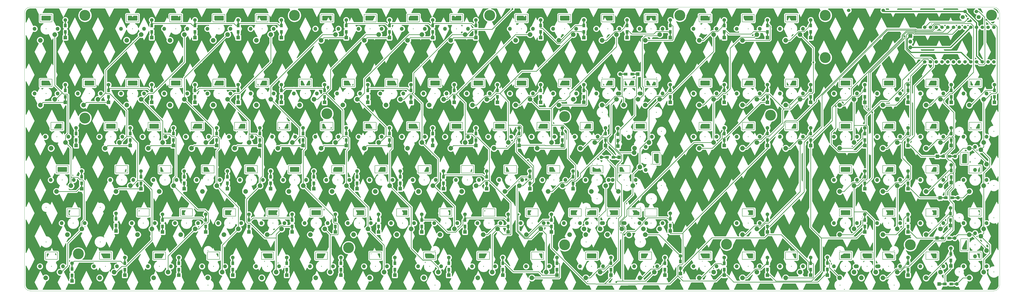
<source format=gbl>
G04 #@! TF.GenerationSoftware,KiCad,Pcbnew,(5.1.5)-3*
G04 #@! TF.CreationDate,2021-02-16T22:09:04+09:00*
G04 #@! TF.ProjectId,108,3130382e-6b69-4636-9164-5f7063625858,rev?*
G04 #@! TF.SameCoordinates,Original*
G04 #@! TF.FileFunction,Copper,L2,Bot*
G04 #@! TF.FilePolarity,Positive*
%FSLAX46Y46*%
G04 Gerber Fmt 4.6, Leading zero omitted, Abs format (unit mm)*
G04 Created by KiCad (PCBNEW (5.1.5)-3) date 2021-02-16 22:09:04*
%MOMM*%
%LPD*%
G04 APERTURE LIST*
%ADD10C,0.050000*%
%ADD11C,1.524000*%
%ADD12C,1.800000*%
%ADD13C,2.032000*%
%ADD14C,4.800000*%
%ADD15R,0.500000X2.900000*%
%ADD16R,1.200000X1.600000*%
%ADD17C,1.600000*%
%ADD18R,1.600000X1.600000*%
%ADD19R,2.900000X0.500000*%
%ADD20R,1.600000X1.200000*%
%ADD21O,1.700000X1.700000*%
%ADD22R,1.700000X1.700000*%
%ADD23C,0.800000*%
%ADD24C,0.500000*%
%ADD25C,0.250000*%
%ADD26C,0.254000*%
%ADD27C,0.350000*%
%ADD28O,0.149999X3.399999*%
%ADD29O,5.399999X0.149999*%
%ADD30O,1.701799X1.701799*%
%ADD31O,0.149999X5.399999*%
%ADD32O,3.399999X0.149999*%
G04 APERTURE END LIST*
D10*
X417830000Y9525000D02*
G75*
G02X420370000Y6985000I0J-2540000D01*
G01*
X-9525000Y6985000D02*
G75*
G02X-6985000Y9525000I2540000J0D01*
G01*
X420370000Y-113030000D02*
G75*
G02X417830000Y-115570000I-2540000J0D01*
G01*
X-6985000Y-115570000D02*
G75*
G02X-9525000Y-113030000I0J2540000D01*
G01*
X420370000Y6985000D02*
X420370000Y-113030000D01*
X-6985000Y-115570000D02*
X417830000Y-115570000D01*
X-9525000Y-113030000D02*
X-9525000Y6985000D01*
X417830000Y9525000D02*
X-6985000Y9525000D01*
D11*
X405170000Y7620000D03*
X410170000Y7620000D03*
D12*
X404170000Y5120000D03*
X411170000Y5120000D03*
D13*
X368935000Y-90805000D03*
X375285000Y-88265000D03*
D11*
X353822000Y8128000D03*
X369062000Y8128000D03*
X415290000Y635000D03*
X412750000Y635000D03*
X410210000Y635000D03*
X407670000Y635000D03*
X405130000Y635000D03*
X402590000Y635000D03*
X400050000Y635000D03*
X397510000Y635000D03*
X394970000Y635000D03*
X392430000Y635000D03*
X389890000Y635000D03*
X387350000Y-14605000D03*
X389890000Y-14605000D03*
X392430000Y-14605000D03*
X394970000Y-14605000D03*
X397510000Y-14605000D03*
X400050000Y-14605000D03*
X402590000Y-14605000D03*
X405130000Y-14605000D03*
X407670000Y-14605000D03*
X410210000Y-14605000D03*
X412750000Y-14605000D03*
X387350000Y635000D03*
X415290000Y-14605000D03*
X417830000Y-14605000D03*
X417830000Y635000D03*
D13*
X-2540000Y-5080000D03*
X3810000Y-2540000D03*
D14*
X17145000Y5905500D03*
X195580000Y5905500D03*
X299974000Y-94996000D03*
X109474000Y5905500D03*
X343535000Y-12700000D03*
X343535000Y5905500D03*
X381000000Y-95250000D03*
X228600000Y-95250000D03*
X133350000Y-96520000D03*
X14224000Y-99250500D03*
X319405000Y-38100000D03*
X228600000Y-38735000D03*
X123825000Y-37465000D03*
X17145000Y-39370000D03*
X416814000Y5969000D03*
X279400000Y5905500D03*
D13*
X414655000Y-97790000D03*
X412115000Y-91440000D03*
X245110000Y-33655000D03*
X251460000Y-31115000D03*
X244316000Y-107315000D03*
X237966000Y-109855000D03*
X264160000Y-33655000D03*
X270510000Y-31115000D03*
X260985000Y-31115000D03*
X254635000Y-33655000D03*
D15*
X249006000Y-102275000D03*
X249006000Y-107275000D03*
D16*
X249006000Y-106175000D03*
D17*
X249006000Y-100875000D03*
D18*
X249006000Y-108675000D03*
D16*
X249006000Y-103375000D03*
D13*
X259238000Y-54610000D03*
X261778000Y-60960000D03*
X407035000Y-90805000D03*
X413385000Y-88265000D03*
X407035000Y-52705000D03*
X413385000Y-50165000D03*
X172878000Y-107315000D03*
X166528000Y-109855000D03*
X407035000Y-33655000D03*
X413385000Y-31115000D03*
X268128000Y-107315000D03*
X261778000Y-109855000D03*
D19*
X400584000Y-74549000D03*
X395584000Y-74549000D03*
D20*
X396684000Y-74549000D03*
D17*
X401984000Y-74549000D03*
D18*
X394184000Y-74549000D03*
D20*
X399484000Y-74549000D03*
D15*
X379975000Y-102275000D03*
X379975000Y-107275000D03*
D16*
X379975000Y-106175000D03*
D17*
X379975000Y-100875000D03*
D18*
X379975000Y-108675000D03*
D16*
X379975000Y-103375000D03*
D15*
X177568000Y-102275000D03*
X177568000Y-107275000D03*
D16*
X177568000Y-106175000D03*
D17*
X177568000Y-100875000D03*
D18*
X177568000Y-108675000D03*
D16*
X177568000Y-103375000D03*
D15*
X153756000Y-102275000D03*
X153756000Y-107275000D03*
D16*
X153756000Y-106175000D03*
D17*
X153756000Y-100875000D03*
D18*
X153756000Y-108675000D03*
D16*
X153756000Y-103375000D03*
D15*
X106131000Y-102275000D03*
X106131000Y-107275000D03*
D16*
X106131000Y-106175000D03*
D17*
X106131000Y-100875000D03*
D18*
X106131000Y-108675000D03*
D16*
X106131000Y-103375000D03*
D15*
X82318500Y-102275000D03*
X82318500Y-107275000D03*
D16*
X82318500Y-106175000D03*
D17*
X82318500Y-100875000D03*
D18*
X82318500Y-108675000D03*
D16*
X82318500Y-103375000D03*
D19*
X399182000Y-92329000D03*
X394182000Y-92329000D03*
D20*
X395282000Y-92329000D03*
D17*
X400582000Y-92329000D03*
D18*
X392782000Y-92329000D03*
D20*
X398082000Y-92329000D03*
D19*
X399372000Y-56261000D03*
X394372000Y-56261000D03*
D20*
X395472000Y-56261000D03*
D17*
X400772000Y-56261000D03*
D18*
X392972000Y-56261000D03*
D20*
X398272000Y-56261000D03*
D15*
X418075000Y-26075000D03*
X418075000Y-31075000D03*
D16*
X418075000Y-29975000D03*
D17*
X418075000Y-24675000D03*
D18*
X418075000Y-32475000D03*
D16*
X418075000Y-27175000D03*
D15*
X398907000Y-98211000D03*
X398907000Y-103211000D03*
D16*
X398907000Y-102111000D03*
D17*
X398907000Y-96811000D03*
D18*
X398907000Y-104611000D03*
D16*
X398907000Y-99311000D03*
D15*
X398716000Y-80434000D03*
X398716000Y-85434000D03*
D16*
X398716000Y-84334000D03*
D17*
X398716000Y-79034000D03*
D18*
X398716000Y-86834000D03*
D16*
X398716000Y-81534000D03*
D15*
X399025000Y-61447500D03*
X399025000Y-66447500D03*
D16*
X399025000Y-65347500D03*
D17*
X399025000Y-60047500D03*
D18*
X399025000Y-67847500D03*
D16*
X399025000Y-62547500D03*
D15*
X399025000Y-45125000D03*
X399025000Y-50125000D03*
D16*
X399025000Y-49025000D03*
D17*
X399025000Y-43725000D03*
D18*
X399025000Y-51525000D03*
D16*
X399025000Y-46225000D03*
D15*
X399025000Y-26075000D03*
X399025000Y-31075000D03*
D16*
X399025000Y-29975000D03*
D17*
X399025000Y-24675000D03*
D18*
X399025000Y-32475000D03*
D16*
X399025000Y-27175000D03*
D15*
X379975000Y-83225000D03*
X379975000Y-88225000D03*
D16*
X379975000Y-87125000D03*
D17*
X379975000Y-81825000D03*
D18*
X379975000Y-89625000D03*
D16*
X379975000Y-84325000D03*
D15*
X379975000Y-64175000D03*
X379975000Y-69175000D03*
D16*
X379975000Y-68075000D03*
D17*
X379975000Y-62775000D03*
D18*
X379975000Y-70575000D03*
D16*
X379975000Y-65275000D03*
D15*
X379975000Y-45125000D03*
X379975000Y-50125000D03*
D16*
X379975000Y-49025000D03*
D17*
X379975000Y-43725000D03*
D18*
X379975000Y-51525000D03*
D16*
X379975000Y-46225000D03*
D15*
X379975000Y-26075000D03*
X379975000Y-31075000D03*
D16*
X379975000Y-29975000D03*
D17*
X379975000Y-24675000D03*
D18*
X379975000Y-32475000D03*
D16*
X379975000Y-27175000D03*
D15*
X337112000Y-102275000D03*
X337112000Y-107275000D03*
D16*
X337112000Y-106175000D03*
D17*
X337112000Y-100875000D03*
D18*
X337112000Y-108675000D03*
D16*
X337112000Y-103375000D03*
D15*
X344424000Y-102212000D03*
X344424000Y-107212000D03*
D16*
X344424000Y-106112000D03*
D17*
X344424000Y-100812000D03*
D18*
X344424000Y-108612000D03*
D16*
X344424000Y-103312000D03*
D15*
X360925000Y-83225000D03*
X360925000Y-88225000D03*
D16*
X360925000Y-87125000D03*
D17*
X360925000Y-81825000D03*
D18*
X360925000Y-89625000D03*
D16*
X360925000Y-84325000D03*
D15*
X360925000Y-64175000D03*
X360925000Y-69175000D03*
D16*
X360925000Y-68075000D03*
D17*
X360925000Y-62775000D03*
D18*
X360925000Y-70575000D03*
D16*
X360925000Y-65275000D03*
D15*
X360925000Y-45125000D03*
X360925000Y-50125000D03*
D16*
X360925000Y-49025000D03*
D17*
X360925000Y-43725000D03*
D18*
X360925000Y-51525000D03*
D16*
X360925000Y-46225000D03*
D15*
X360925000Y-26075000D03*
X360925000Y-31075000D03*
D16*
X360925000Y-29975000D03*
D17*
X360925000Y-24675000D03*
D18*
X360925000Y-32475000D03*
D16*
X360925000Y-27175000D03*
D15*
X318062000Y-83225000D03*
X318062000Y-88225000D03*
D16*
X318062000Y-87125000D03*
D17*
X318062000Y-81825000D03*
D18*
X318062000Y-89625000D03*
D16*
X318062000Y-84325000D03*
D15*
X318062000Y-45125000D03*
X318062000Y-50125000D03*
D16*
X318062000Y-49025000D03*
D17*
X318062000Y-43725000D03*
D18*
X318062000Y-51525000D03*
D16*
X318062000Y-46225000D03*
D15*
X337112000Y-45125000D03*
X337112000Y-50125000D03*
D16*
X337112000Y-49025000D03*
D17*
X337112000Y-43725000D03*
D18*
X337112000Y-51525000D03*
D16*
X337112000Y-46225000D03*
D15*
X318062000Y-26075000D03*
X318062000Y-31075000D03*
D16*
X318062000Y-29975000D03*
D17*
X318062000Y-24675000D03*
D18*
X318062000Y-32475000D03*
D16*
X318062000Y-27175000D03*
D15*
X337112000Y-26075000D03*
X337112000Y-31075000D03*
D16*
X337112000Y-29975000D03*
D17*
X337112000Y-24675000D03*
D18*
X337112000Y-32475000D03*
D16*
X337112000Y-27175000D03*
D15*
X337112000Y2500000D03*
X337112000Y-2500000D03*
D16*
X337112000Y-1400000D03*
D17*
X337112000Y3900000D03*
D18*
X337112000Y-3900000D03*
D16*
X337112000Y1400000D03*
D15*
X272818000Y-102275000D03*
X272818000Y-107275000D03*
D16*
X272818000Y-106175000D03*
D17*
X272818000Y-100875000D03*
D18*
X272818000Y-108675000D03*
D16*
X272818000Y-103375000D03*
D15*
X299012000Y-102275000D03*
X299012000Y-107275000D03*
D16*
X299012000Y-106175000D03*
D17*
X299012000Y-100875000D03*
D18*
X299012000Y-108675000D03*
D16*
X299012000Y-103375000D03*
D15*
X318062000Y-102275000D03*
X318062000Y-107275000D03*
D16*
X318062000Y-106175000D03*
D17*
X318062000Y-100875000D03*
D18*
X318062000Y-108675000D03*
D16*
X318062000Y-103375000D03*
D15*
X299012000Y-45125000D03*
X299012000Y-50125000D03*
D16*
X299012000Y-49025000D03*
D17*
X299012000Y-43725000D03*
D18*
X299012000Y-51525000D03*
D16*
X299012000Y-46225000D03*
D15*
X299012000Y-26075000D03*
X299012000Y-31075000D03*
D16*
X299012000Y-29975000D03*
D17*
X299012000Y-24675000D03*
D18*
X299012000Y-32475000D03*
D16*
X299012000Y-27175000D03*
D15*
X318062000Y2500000D03*
X318062000Y-2500000D03*
D16*
X318062000Y-1400000D03*
D17*
X318062000Y3900000D03*
D18*
X318062000Y-3900000D03*
D16*
X318062000Y1400000D03*
D15*
X279654000Y-101576000D03*
X279654000Y-106576000D03*
D16*
X279654000Y-105476000D03*
D17*
X279654000Y-100176000D03*
D18*
X279654000Y-107976000D03*
D16*
X279654000Y-102676000D03*
D15*
X275146000Y-82783500D03*
X275146000Y-87783500D03*
D16*
X275146000Y-86683500D03*
D17*
X275146000Y-81383500D03*
D18*
X275146000Y-89183500D03*
D16*
X275146000Y-83883500D03*
D19*
X246230000Y-56705500D03*
X251230000Y-56705500D03*
D20*
X250130000Y-56705500D03*
D17*
X244830000Y-56705500D03*
D18*
X252630000Y-56705500D03*
D20*
X247330000Y-56705500D03*
D15*
X252095000Y-45379000D03*
X252095000Y-50379000D03*
D16*
X252095000Y-49279000D03*
D17*
X252095000Y-43979000D03*
D18*
X252095000Y-51779000D03*
D16*
X252095000Y-46479000D03*
D15*
X275200000Y-26075000D03*
X275200000Y-31075000D03*
D16*
X275200000Y-29975000D03*
D17*
X275200000Y-24675000D03*
D18*
X275200000Y-32475000D03*
D16*
X275200000Y-27175000D03*
D15*
X299012000Y2500000D03*
X299012000Y-2500000D03*
D16*
X299012000Y-1400000D03*
D17*
X299012000Y3900000D03*
D18*
X299012000Y-3900000D03*
D16*
X299012000Y1400000D03*
D15*
X246625000Y-45125000D03*
X246625000Y-50125000D03*
D16*
X246625000Y-49025000D03*
D17*
X246625000Y-43725000D03*
D18*
X246625000Y-51525000D03*
D16*
X246625000Y-46225000D03*
D19*
X254484000Y-20002500D03*
X259484000Y-20002500D03*
D20*
X258384000Y-20002500D03*
D17*
X253084000Y-20002500D03*
D18*
X260884000Y-20002500D03*
D20*
X255584000Y-20002500D03*
D15*
X237100000Y-26075000D03*
X237100000Y-31075000D03*
D16*
X237100000Y-29975000D03*
D17*
X237100000Y-24675000D03*
D18*
X237100000Y-32475000D03*
D16*
X237100000Y-27175000D03*
D15*
X275200000Y2500000D03*
X275200000Y-2500000D03*
D16*
X275200000Y-1400000D03*
D17*
X275200000Y3900000D03*
D18*
X275200000Y-3900000D03*
D16*
X275200000Y1400000D03*
D15*
X232338000Y-64175000D03*
X232338000Y-69175000D03*
D16*
X232338000Y-68075000D03*
D17*
X232338000Y-62775000D03*
D18*
X232338000Y-70575000D03*
D16*
X232338000Y-65275000D03*
D15*
X227575000Y-45125000D03*
X227575000Y-50125000D03*
D16*
X227575000Y-49025000D03*
D17*
X227575000Y-43725000D03*
D18*
X227575000Y-51525000D03*
D16*
X227575000Y-46225000D03*
D15*
X218050000Y-26075000D03*
X218050000Y-31075000D03*
D16*
X218050000Y-29975000D03*
D17*
X218050000Y-24675000D03*
D18*
X218050000Y-32475000D03*
D16*
X218050000Y-27175000D03*
D15*
X256150000Y2500000D03*
X256150000Y-2500000D03*
D16*
X256150000Y-1400000D03*
D17*
X256150000Y3900000D03*
D18*
X256150000Y-3900000D03*
D16*
X256150000Y1400000D03*
D15*
X225194000Y-102275000D03*
X225194000Y-107275000D03*
D16*
X225194000Y-106175000D03*
D17*
X225194000Y-100875000D03*
D18*
X225194000Y-108675000D03*
D16*
X225194000Y-103375000D03*
D15*
X222812000Y-83225000D03*
X222812000Y-88225000D03*
D16*
X222812000Y-87125000D03*
D17*
X222812000Y-81825000D03*
D18*
X222812000Y-89625000D03*
D16*
X222812000Y-84325000D03*
D15*
X213288000Y-64175000D03*
X213288000Y-69175000D03*
D16*
X213288000Y-68075000D03*
D17*
X213288000Y-62775000D03*
D18*
X213288000Y-70575000D03*
D16*
X213288000Y-65275000D03*
D15*
X208525000Y-45125000D03*
X208525000Y-50125000D03*
D16*
X208525000Y-49025000D03*
D17*
X208525000Y-43725000D03*
D18*
X208525000Y-51525000D03*
D16*
X208525000Y-46225000D03*
D15*
X199000000Y-26075000D03*
X199000000Y-31075000D03*
D16*
X199000000Y-29975000D03*
D17*
X199000000Y-24675000D03*
D18*
X199000000Y-32475000D03*
D16*
X199000000Y-27175000D03*
D15*
X237100000Y2500000D03*
X237100000Y-2500000D03*
D16*
X237100000Y-1400000D03*
D17*
X237100000Y3900000D03*
D18*
X237100000Y-3900000D03*
D16*
X237100000Y1400000D03*
D15*
X201381000Y-102275000D03*
X201381000Y-107275000D03*
D16*
X201381000Y-106175000D03*
D17*
X201381000Y-100875000D03*
D18*
X201381000Y-108675000D03*
D16*
X201381000Y-103375000D03*
D15*
X203762000Y-83225000D03*
X203762000Y-88225000D03*
D16*
X203762000Y-87125000D03*
D17*
X203762000Y-81825000D03*
D18*
X203762000Y-89625000D03*
D16*
X203762000Y-84325000D03*
D15*
X194238000Y-64175000D03*
X194238000Y-69175000D03*
D16*
X194238000Y-68075000D03*
D17*
X194238000Y-62775000D03*
D18*
X194238000Y-70575000D03*
D16*
X194238000Y-65275000D03*
D15*
X189475000Y-45125000D03*
X189475000Y-50125000D03*
D16*
X189475000Y-49025000D03*
D17*
X189475000Y-43725000D03*
D18*
X189475000Y-51525000D03*
D16*
X189475000Y-46225000D03*
D15*
X179950000Y-26075000D03*
X179950000Y-31075000D03*
D16*
X179950000Y-29975000D03*
D17*
X179950000Y-24675000D03*
D18*
X179950000Y-32475000D03*
D16*
X179950000Y-27175000D03*
D15*
X218050000Y2500000D03*
X218050000Y-2500000D03*
D16*
X218050000Y-1400000D03*
D17*
X218050000Y3900000D03*
D18*
X218050000Y-3900000D03*
D16*
X218050000Y1400000D03*
D15*
X184712000Y-83225000D03*
X184712000Y-88225000D03*
D16*
X184712000Y-87125000D03*
D17*
X184712000Y-81825000D03*
D18*
X184712000Y-89625000D03*
D16*
X184712000Y-84325000D03*
D15*
X175188000Y-64175000D03*
X175188000Y-69175000D03*
D16*
X175188000Y-68075000D03*
D17*
X175188000Y-62775000D03*
D18*
X175188000Y-70575000D03*
D16*
X175188000Y-65275000D03*
D15*
X170425000Y-45125000D03*
X170425000Y-50125000D03*
D16*
X170425000Y-49025000D03*
D17*
X170425000Y-43725000D03*
D18*
X170425000Y-51525000D03*
D16*
X170425000Y-46225000D03*
D15*
X160900000Y-26075000D03*
X160900000Y-31075000D03*
D16*
X160900000Y-29975000D03*
D17*
X160900000Y-24675000D03*
D18*
X160900000Y-32475000D03*
D16*
X160900000Y-27175000D03*
D15*
X189475000Y2500000D03*
X189475000Y-2500000D03*
D16*
X189475000Y-1400000D03*
D17*
X189475000Y3900000D03*
D18*
X189475000Y-3900000D03*
D16*
X189475000Y1400000D03*
D15*
X165662000Y-83225000D03*
X165662000Y-88225000D03*
D16*
X165662000Y-87125000D03*
D17*
X165662000Y-81825000D03*
D18*
X165662000Y-89625000D03*
D16*
X165662000Y-84325000D03*
D15*
X156138000Y-64175000D03*
X156138000Y-69175000D03*
D16*
X156138000Y-68075000D03*
D17*
X156138000Y-62775000D03*
D18*
X156138000Y-70575000D03*
D16*
X156138000Y-65275000D03*
D15*
X151375000Y-45125000D03*
X151375000Y-50125000D03*
D16*
X151375000Y-49025000D03*
D17*
X151375000Y-43725000D03*
D18*
X151375000Y-51525000D03*
D16*
X151375000Y-46225000D03*
D15*
X141850000Y-26075000D03*
X141850000Y-31075000D03*
D16*
X141850000Y-29975000D03*
D17*
X141850000Y-24675000D03*
D18*
X141850000Y-32475000D03*
D16*
X141850000Y-27175000D03*
D15*
X170425000Y2500000D03*
X170425000Y-2500000D03*
D16*
X170425000Y-1400000D03*
D17*
X170425000Y3900000D03*
D18*
X170425000Y-3900000D03*
D16*
X170425000Y1400000D03*
D15*
X146612000Y-83225000D03*
X146612000Y-88225000D03*
D16*
X146612000Y-87125000D03*
D17*
X146612000Y-81825000D03*
D18*
X146612000Y-89625000D03*
D16*
X146612000Y-84325000D03*
D15*
X137088000Y-64175000D03*
X137088000Y-69175000D03*
D16*
X137088000Y-68075000D03*
D17*
X137088000Y-62775000D03*
D18*
X137088000Y-70575000D03*
D16*
X137088000Y-65275000D03*
D15*
X132325000Y-45125000D03*
X132325000Y-50125000D03*
D16*
X132325000Y-49025000D03*
D17*
X132325000Y-43725000D03*
D18*
X132325000Y-51525000D03*
D16*
X132325000Y-46225000D03*
D15*
X122800000Y-26075000D03*
X122800000Y-31075000D03*
D16*
X122800000Y-29975000D03*
D17*
X122800000Y-24675000D03*
D18*
X122800000Y-32475000D03*
D16*
X122800000Y-27175000D03*
D15*
X151375000Y2500000D03*
X151375000Y-2500000D03*
D16*
X151375000Y-1400000D03*
D17*
X151375000Y3900000D03*
D18*
X151375000Y-3900000D03*
D16*
X151375000Y1400000D03*
D15*
X129944000Y-102275000D03*
X129944000Y-107275000D03*
D16*
X129944000Y-106175000D03*
D17*
X129944000Y-100875000D03*
D18*
X129944000Y-108675000D03*
D16*
X129944000Y-103375000D03*
D15*
X127562000Y-83225000D03*
X127562000Y-88225000D03*
D16*
X127562000Y-87125000D03*
D17*
X127562000Y-81825000D03*
D18*
X127562000Y-89625000D03*
D16*
X127562000Y-84325000D03*
D15*
X118038000Y-64175000D03*
X118038000Y-69175000D03*
D16*
X118038000Y-68075000D03*
D17*
X118038000Y-62775000D03*
D18*
X118038000Y-70575000D03*
D16*
X118038000Y-65275000D03*
D15*
X113275000Y-45125000D03*
X113275000Y-50125000D03*
D16*
X113275000Y-49025000D03*
D17*
X113275000Y-43725000D03*
D18*
X113275000Y-51525000D03*
D16*
X113275000Y-46225000D03*
D15*
X103750000Y-26075000D03*
X103750000Y-31075000D03*
D16*
X103750000Y-29975000D03*
D17*
X103750000Y-24675000D03*
D18*
X103750000Y-32475000D03*
D16*
X103750000Y-27175000D03*
D15*
X132325000Y2500000D03*
X132325000Y-2500000D03*
D16*
X132325000Y-1400000D03*
D17*
X132325000Y3900000D03*
D18*
X132325000Y-3900000D03*
D16*
X132325000Y1400000D03*
D15*
X108512000Y-83225000D03*
X108512000Y-88225000D03*
D16*
X108512000Y-87125000D03*
D17*
X108512000Y-81825000D03*
D18*
X108512000Y-89625000D03*
D16*
X108512000Y-84325000D03*
D15*
X98987500Y-64175000D03*
X98987500Y-69175000D03*
D16*
X98987500Y-68075000D03*
D17*
X98987500Y-62775000D03*
D18*
X98987500Y-70575000D03*
D16*
X98987500Y-65275000D03*
D15*
X94225000Y-45125000D03*
X94225000Y-50125000D03*
D16*
X94225000Y-49025000D03*
D17*
X94225000Y-43725000D03*
D18*
X94225000Y-51525000D03*
D16*
X94225000Y-46225000D03*
D15*
X84700000Y-26075000D03*
X84700000Y-31075000D03*
D16*
X84700000Y-29975000D03*
D17*
X84700000Y-24675000D03*
D18*
X84700000Y-32475000D03*
D16*
X84700000Y-27175000D03*
D15*
X103750000Y2500000D03*
X103750000Y-2500000D03*
D16*
X103750000Y-1400000D03*
D17*
X103750000Y3900000D03*
D18*
X103750000Y-3900000D03*
D16*
X103750000Y1400000D03*
D15*
X89462500Y-83225000D03*
X89462500Y-88225000D03*
D16*
X89462500Y-87125000D03*
D17*
X89462500Y-81825000D03*
D18*
X89462500Y-89625000D03*
D16*
X89462500Y-84325000D03*
D15*
X79937500Y-64175000D03*
X79937500Y-69175000D03*
D16*
X79937500Y-68075000D03*
D17*
X79937500Y-62775000D03*
D18*
X79937500Y-70575000D03*
D16*
X79937500Y-65275000D03*
D15*
X75175000Y-45125000D03*
X75175000Y-50125000D03*
D16*
X75175000Y-49025000D03*
D17*
X75175000Y-43725000D03*
D18*
X75175000Y-51525000D03*
D16*
X75175000Y-46225000D03*
D15*
X65650000Y-26075000D03*
X65650000Y-31075000D03*
D16*
X65650000Y-29975000D03*
D17*
X65650000Y-24675000D03*
D18*
X65650000Y-32475000D03*
D16*
X65650000Y-27175000D03*
D15*
X84700000Y2500000D03*
X84700000Y-2500000D03*
D16*
X84700000Y-1400000D03*
D17*
X84700000Y3900000D03*
D18*
X84700000Y-3900000D03*
D16*
X84700000Y1400000D03*
D15*
X58506000Y-102275000D03*
X58506000Y-107275000D03*
D16*
X58506000Y-106175000D03*
D17*
X58506000Y-100875000D03*
D18*
X58506000Y-108675000D03*
D16*
X58506000Y-103375000D03*
D15*
X70412500Y-83225000D03*
X70412500Y-88225000D03*
D16*
X70412500Y-87125000D03*
D17*
X70412500Y-81825000D03*
D18*
X70412500Y-89625000D03*
D16*
X70412500Y-84325000D03*
D15*
X60887500Y-64175000D03*
X60887500Y-69175000D03*
D16*
X60887500Y-68075000D03*
D17*
X60887500Y-62775000D03*
D18*
X60887500Y-70575000D03*
D16*
X60887500Y-65275000D03*
D15*
X56125000Y-45125000D03*
X56125000Y-50125000D03*
D16*
X56125000Y-49025000D03*
D17*
X56125000Y-43725000D03*
D18*
X56125000Y-51525000D03*
D16*
X56125000Y-46225000D03*
D15*
X46600000Y-26075000D03*
X46600000Y-31075000D03*
D16*
X46600000Y-29975000D03*
D17*
X46600000Y-24675000D03*
D18*
X46600000Y-32475000D03*
D16*
X46600000Y-27175000D03*
D15*
X65650000Y2500000D03*
X65650000Y-2500000D03*
D16*
X65650000Y-1400000D03*
D17*
X65650000Y3900000D03*
D18*
X65650000Y-3900000D03*
D16*
X65650000Y1400000D03*
D15*
X34693500Y-102275000D03*
X34693500Y-107275000D03*
D16*
X34693500Y-106175000D03*
D17*
X34693500Y-100875000D03*
D18*
X34693500Y-108675000D03*
D16*
X34693500Y-103375000D03*
D15*
X51362500Y-83225000D03*
X51362500Y-88225000D03*
D16*
X51362500Y-87125000D03*
D17*
X51362500Y-81825000D03*
D18*
X51362500Y-89625000D03*
D16*
X51362500Y-84325000D03*
D15*
X41837500Y-64175000D03*
X41837500Y-69175000D03*
D16*
X41837500Y-68075000D03*
D17*
X41837500Y-62775000D03*
D18*
X41837500Y-70575000D03*
D16*
X41837500Y-65275000D03*
D15*
X37075000Y-45125000D03*
X37075000Y-50125000D03*
D16*
X37075000Y-49025000D03*
D17*
X37075000Y-43725000D03*
D18*
X37075000Y-51525000D03*
D16*
X37075000Y-46225000D03*
D15*
X27550000Y-26075000D03*
X27550000Y-31075000D03*
D16*
X27550000Y-29975000D03*
D17*
X27550000Y-24675000D03*
D18*
X27550000Y-32475000D03*
D16*
X27550000Y-27175000D03*
D15*
X46600000Y2500000D03*
X46600000Y-2500000D03*
D16*
X46600000Y-1400000D03*
D17*
X46600000Y3900000D03*
D18*
X46600000Y-3900000D03*
D16*
X46600000Y1400000D03*
D15*
X11430000Y-104815000D03*
X11430000Y-109815000D03*
D16*
X11430000Y-108715000D03*
D17*
X11430000Y-103415000D03*
D18*
X11430000Y-111215000D03*
D16*
X11430000Y-105915000D03*
D15*
X30797500Y-82780500D03*
X30797500Y-87780500D03*
D16*
X30797500Y-86680500D03*
D17*
X30797500Y-81380500D03*
D18*
X30797500Y-89180500D03*
D16*
X30797500Y-83880500D03*
D15*
X15644000Y-64175000D03*
X15644000Y-69175000D03*
D16*
X15644000Y-68075000D03*
D17*
X15644000Y-62775000D03*
D18*
X15644000Y-70575000D03*
D16*
X15644000Y-65275000D03*
D15*
X13263000Y-45125000D03*
X13263000Y-50125000D03*
D16*
X13263000Y-49025000D03*
D17*
X13263000Y-43725000D03*
D18*
X13263000Y-51525000D03*
D16*
X13263000Y-46225000D03*
D15*
X8500000Y-26075000D03*
X8500000Y-31075000D03*
D16*
X8500000Y-29975000D03*
D17*
X8500000Y-24675000D03*
D18*
X8500000Y-32475000D03*
D16*
X8500000Y-27175000D03*
D15*
X8500000Y2500000D03*
X8500000Y-2500000D03*
D16*
X8500000Y-1400000D03*
D17*
X8500000Y3900000D03*
D18*
X8500000Y-3900000D03*
D16*
X8500000Y1400000D03*
D19*
X400134000Y-112522000D03*
X395134000Y-112522000D03*
D20*
X396234000Y-112522000D03*
D17*
X401534000Y-112522000D03*
D18*
X393734000Y-112522000D03*
D20*
X399034000Y-112522000D03*
D13*
X414655000Y-59690000D03*
X412115000Y-53340000D03*
X365760000Y-107315000D03*
X359410000Y-109855000D03*
X326072000Y-109855000D03*
X332422000Y-107315000D03*
X387985000Y-109855000D03*
X394335000Y-107315000D03*
X387985000Y-90805000D03*
X394335000Y-88265000D03*
X387985000Y-71755000D03*
X394335000Y-69215000D03*
X387985000Y-33655000D03*
X394335000Y-31115000D03*
X368935000Y-71755000D03*
X375285000Y-69215000D03*
X368935000Y-52705000D03*
X375285000Y-50165000D03*
X349885000Y-90805000D03*
X356235000Y-88265000D03*
X349885000Y-71755000D03*
X356235000Y-69215000D03*
X349885000Y-52705000D03*
X356235000Y-50165000D03*
X307022000Y-90805000D03*
X313372000Y-88265000D03*
X307022000Y-52705000D03*
X313372000Y-50165000D03*
X326072000Y-52705000D03*
X332422000Y-50165000D03*
X307022000Y-33655000D03*
X313372000Y-31115000D03*
X326072000Y-33655000D03*
X332422000Y-31115000D03*
X326072000Y-5080000D03*
X332422000Y-2540000D03*
X287972000Y-109855000D03*
X294322000Y-107315000D03*
X307022000Y-109855000D03*
X313372000Y-107315000D03*
X287972000Y-52705000D03*
X294322000Y-50165000D03*
X287972000Y-33655000D03*
X294322000Y-31115000D03*
X307022000Y-5080000D03*
X313372000Y-2540000D03*
X253842000Y-88265000D03*
X247492000Y-90805000D03*
X258678000Y-69215000D03*
X252328000Y-71755000D03*
X265748000Y-50165000D03*
X259398000Y-52705000D03*
X287972000Y-5080000D03*
X294322000Y-2540000D03*
X241935000Y-50165000D03*
X235585000Y-52705000D03*
X226060000Y-33655000D03*
X232410000Y-31115000D03*
X264160000Y-5080000D03*
X270510000Y-2540000D03*
X221298000Y-71755000D03*
X227648000Y-69215000D03*
X216535000Y-52705000D03*
X222885000Y-50165000D03*
X207010000Y-33655000D03*
X213360000Y-31115000D03*
X245110000Y-5080000D03*
X251460000Y-2540000D03*
X220504000Y-107315000D03*
X214154000Y-109855000D03*
X211772000Y-90805000D03*
X218122000Y-88265000D03*
X202248000Y-71755000D03*
X208598000Y-69215000D03*
X197485000Y-52705000D03*
X203835000Y-50165000D03*
X187960000Y-33655000D03*
X194310000Y-31115000D03*
X226060000Y-5080000D03*
X232410000Y-2540000D03*
X196691000Y-107315000D03*
X190341000Y-109855000D03*
X192722000Y-90805000D03*
X199072000Y-88265000D03*
X183198000Y-71755000D03*
X189548000Y-69215000D03*
X178435000Y-52705000D03*
X184785000Y-50165000D03*
X168910000Y-33655000D03*
X175260000Y-31115000D03*
X207010000Y-5080000D03*
X213360000Y-2540000D03*
X173672000Y-90805000D03*
X180022000Y-88265000D03*
X164148000Y-71755000D03*
X170498000Y-69215000D03*
X159385000Y-52705000D03*
X165735000Y-50165000D03*
X149860000Y-33655000D03*
X156210000Y-31115000D03*
X178435000Y-5080000D03*
X184785000Y-2540000D03*
X154622000Y-90805000D03*
X160972000Y-88265000D03*
X145098000Y-71755000D03*
X151448000Y-69215000D03*
X140335000Y-52705000D03*
X146685000Y-50165000D03*
X130810000Y-33655000D03*
X137160000Y-31115000D03*
X159385000Y-5080000D03*
X165735000Y-2540000D03*
X135572000Y-90805000D03*
X141922000Y-88265000D03*
X126048000Y-71755000D03*
X132398000Y-69215000D03*
X121285000Y-52705000D03*
X127635000Y-50165000D03*
X111760000Y-33655000D03*
X118110000Y-31115000D03*
X140335000Y-5080000D03*
X146685000Y-2540000D03*
X125254000Y-107315000D03*
X118904000Y-109855000D03*
X116522000Y-90805000D03*
X122872000Y-88265000D03*
X106998000Y-71755000D03*
X113348000Y-69215000D03*
X102235000Y-52705000D03*
X108585000Y-50165000D03*
X92710000Y-33655000D03*
X99060000Y-31115000D03*
X121285000Y-5080000D03*
X127635000Y-2540000D03*
X97472000Y-90805000D03*
X103822000Y-88265000D03*
X87947500Y-71755000D03*
X94297500Y-69215000D03*
X83185000Y-52705000D03*
X89535000Y-50165000D03*
X73660000Y-33655000D03*
X80010000Y-31115000D03*
X92710000Y-5080000D03*
X99060000Y-2540000D03*
X78422500Y-90805000D03*
X84772500Y-88265000D03*
X68897500Y-71755000D03*
X75247500Y-69215000D03*
X64135000Y-52705000D03*
X70485000Y-50165000D03*
X54610000Y-33655000D03*
X60960000Y-31115000D03*
X73660000Y-5080000D03*
X80010000Y-2540000D03*
X53816000Y-107315000D03*
X47466000Y-109855000D03*
X59372500Y-90805000D03*
X65722500Y-88265000D03*
X49847500Y-71755000D03*
X56197500Y-69215000D03*
X45085000Y-52705000D03*
X51435000Y-50165000D03*
X35560000Y-33655000D03*
X41910000Y-31115000D03*
X54610000Y-5080000D03*
X60960000Y-2540000D03*
X30003500Y-107315000D03*
X23653500Y-109855000D03*
X40322500Y-90805000D03*
X46672500Y-88265000D03*
X30797500Y-71755000D03*
X37147500Y-69215000D03*
X26035000Y-52705000D03*
X32385000Y-50165000D03*
X16510000Y-33655000D03*
X22860000Y-31115000D03*
X35560000Y-5080000D03*
X41910000Y-2540000D03*
X6191000Y-107315000D03*
X-159000Y-109855000D03*
X15790600Y-88265000D03*
X9440600Y-90805000D03*
X10954000Y-69215000D03*
X4604000Y-71755000D03*
X8573000Y-50165000D03*
X2223000Y-52705000D03*
X-2540000Y-33655000D03*
X3810000Y-31115000D03*
D21*
X381000000Y-8255000D03*
X381000000Y-5715000D03*
D22*
X381000000Y-3175000D03*
D13*
X349885000Y-33655000D03*
X356235000Y-31115000D03*
X368935000Y-33655000D03*
X375285000Y-31115000D03*
X387985000Y-52705000D03*
X394335000Y-50165000D03*
X77628500Y-107315000D03*
X71278500Y-109855000D03*
X149066000Y-107315000D03*
X142716000Y-109855000D03*
X368935000Y-109855000D03*
X375285000Y-107315000D03*
X407035000Y-71755000D03*
X413385000Y-69215000D03*
X101441000Y-107315000D03*
X95091000Y-109855000D03*
X407035000Y-109855000D03*
X413385000Y-107315000D03*
X240348000Y-71755000D03*
X246698000Y-69215000D03*
X237966000Y-90805000D03*
X244316000Y-88265000D03*
X230822000Y-90805000D03*
X237172000Y-88265000D03*
X264160000Y-90805000D03*
X270510000Y-88265000D03*
X257016000Y-90805000D03*
X263366000Y-88265000D03*
X349885000Y-109855000D03*
X356235000Y-107315000D03*
D23*
X378519700Y-3334600D03*
X348165100Y-34173200D03*
X364254200Y-36893600D03*
X362525300Y-35402200D03*
X212412500Y-57914400D03*
X208328200Y-81825000D03*
X254946900Y-90805000D03*
X251364700Y-111727900D03*
X338294900Y-14797000D03*
X205602300Y8692300D03*
X406400000Y4445000D03*
X414550993Y3968999D03*
D24*
X410210000Y635000D02*
X410210000Y745000D01*
X412750000Y-14605000D02*
X410210000Y-12065000D01*
X410210000Y-12065000D02*
X410210000Y635000D01*
X407670000Y635000D02*
X398780000Y-8255000D01*
X398780000Y-8255000D02*
X381000000Y-8255000D01*
X410210000Y2580000D02*
X410210000Y635000D01*
X405170000Y7620000D02*
X410210000Y2580000D01*
X369570000Y7620000D02*
X369062000Y8128000D01*
X405170000Y7620000D02*
X369570000Y7620000D01*
D25*
X8500000Y-2500000D02*
X8500000Y-3900000D01*
X8500000Y-1400000D02*
X8500000Y-2500000D01*
X378519700Y-3334600D02*
X378519700Y-4132100D01*
X378519700Y-4132100D02*
X363357600Y-19294200D01*
X363357600Y-19294200D02*
X363357600Y-35654600D01*
X363357600Y-35654600D02*
X362862000Y-36150200D01*
X362862000Y-36150200D02*
X362177300Y-36150200D01*
X362177300Y-36150200D02*
X360925000Y-34897900D01*
X360925000Y-34897900D02*
X360925000Y-32475000D01*
X237100000Y-1400000D02*
X236174700Y-1400000D01*
X218050000Y1400000D02*
X218050000Y274700D01*
X218050000Y274700D02*
X218793100Y274700D01*
X218793100Y274700D02*
X225523800Y-6456000D01*
X225523800Y-6456000D02*
X226596900Y-6456000D01*
X226596900Y-6456000D02*
X231876600Y-1176300D01*
X231876600Y-1176300D02*
X235951000Y-1176300D01*
X235951000Y-1176300D02*
X236174700Y-1400000D01*
X218050000Y2500000D02*
X218050000Y1400000D01*
X418075000Y-31075000D02*
X418075000Y-32475000D01*
X418075000Y-29975000D02*
X418075000Y-31075000D01*
X398793700Y-29975000D02*
X399025000Y-29975000D01*
X398793700Y-29975000D02*
X398562400Y-29975000D01*
X398562400Y-29975000D02*
X399025000Y-30437600D01*
X399025000Y-30437600D02*
X399025000Y-31075000D01*
X379975000Y-31075000D02*
X379975000Y-29975000D01*
X399025000Y-31075000D02*
X399025000Y-32475000D01*
X379975000Y-31075000D02*
X379975000Y-32475000D01*
X360925000Y-31075000D02*
X360925000Y-32475000D01*
X360925000Y-29975000D02*
X360925000Y-31075000D01*
X337112000Y-2500000D02*
X337112000Y-3900000D01*
X337112000Y-1400000D02*
X337112000Y-2500000D01*
X317599400Y-1400000D02*
X318062000Y-1862600D01*
X318062000Y-1862600D02*
X318062000Y-2500000D01*
X317599400Y-1400000D02*
X317136700Y-1400000D01*
X318062000Y-1400000D02*
X317599400Y-1400000D01*
X299012000Y-1400000D02*
X299012000Y-724700D01*
X299012000Y-2500000D02*
X299012000Y-1400000D01*
X318062000Y-2500000D02*
X318062000Y-3900000D01*
X299012000Y-724700D02*
X299443400Y-724700D01*
X299443400Y-724700D02*
X301053200Y-2334500D01*
X301053200Y-2334500D02*
X310745400Y-2334500D01*
X310745400Y-2334500D02*
X311903600Y-1176300D01*
X311903600Y-1176300D02*
X316913000Y-1176300D01*
X316913000Y-1176300D02*
X317136700Y-1400000D01*
X299012000Y-2500000D02*
X299012000Y-3900000D01*
X256150000Y-2500000D02*
X256150000Y-3900000D01*
X275200000Y-2500000D02*
X275200000Y-3900000D01*
X275200000Y-1400000D02*
X275200000Y-2500000D01*
X256150000Y-1400000D02*
X256150000Y-724700D01*
X256150000Y-2500000D02*
X256150000Y-1400000D01*
X256150000Y-724700D02*
X256581400Y-724700D01*
X256581400Y-724700D02*
X258191200Y-2334500D01*
X258191200Y-2334500D02*
X267883400Y-2334500D01*
X267883400Y-2334500D02*
X269041600Y-1176300D01*
X269041600Y-1176300D02*
X274051000Y-1176300D01*
X274051000Y-1176300D02*
X274274700Y-1400000D01*
X275200000Y-1400000D02*
X274274700Y-1400000D01*
X237100000Y-2500000D02*
X237100000Y-1400000D01*
X237100000Y-2500000D02*
X237100000Y-3900000D01*
X218050000Y3900000D02*
X218050000Y2500000D01*
X189475000Y3900000D02*
X189475000Y2500000D01*
X189475000Y2500000D02*
X189475000Y1400000D01*
X189475000Y1400000D02*
X188549700Y1400000D01*
X170425000Y2319300D02*
X187630400Y2319300D01*
X187630400Y2319300D02*
X188549700Y1400000D01*
X170425000Y2319300D02*
X170425000Y2500000D01*
X170425000Y1400000D02*
X170425000Y2319300D01*
X170425000Y3900000D02*
X170425000Y2500000D01*
X170425000Y1400000D02*
X169499700Y1400000D01*
X151375000Y2319300D02*
X168580400Y2319300D01*
X168580400Y2319300D02*
X169499700Y1400000D01*
X151375000Y2319300D02*
X151375000Y2500000D01*
X151375000Y1400000D02*
X151375000Y2319300D01*
X151375000Y3900000D02*
X151375000Y2500000D01*
X151375000Y1400000D02*
X150449700Y1400000D01*
X132325000Y2319300D02*
X149530400Y2319300D01*
X149530400Y2319300D02*
X150449700Y1400000D01*
X132325000Y2319300D02*
X132325000Y2500000D01*
X132325000Y1400000D02*
X132325000Y2319300D01*
X132325000Y3900000D02*
X132325000Y2500000D01*
X103750000Y3900000D02*
X103750000Y2500000D01*
X103750000Y2500000D02*
X103750000Y1400000D01*
X103750000Y1400000D02*
X102824700Y1400000D01*
X84700000Y2319300D02*
X101905400Y2319300D01*
X101905400Y2319300D02*
X102824700Y1400000D01*
X84700000Y2319300D02*
X84700000Y2500000D01*
X84700000Y1400000D02*
X84700000Y2319300D01*
X84700000Y3900000D02*
X84700000Y2500000D01*
X84700000Y1400000D02*
X83774700Y1400000D01*
X65650000Y2319300D02*
X82855400Y2319300D01*
X82855400Y2319300D02*
X83774700Y1400000D01*
X65650000Y2319300D02*
X65650000Y2500000D01*
X65650000Y1400000D02*
X65650000Y2319300D01*
X65650000Y3900000D02*
X65650000Y2500000D01*
X65650000Y1400000D02*
X64724700Y1400000D01*
X46600000Y2319300D02*
X63805400Y2319300D01*
X63805400Y2319300D02*
X64724700Y1400000D01*
X46600000Y2319300D02*
X46600000Y2500000D01*
X46600000Y1400000D02*
X46600000Y2319300D01*
X46600000Y3900000D02*
X46600000Y2500000D01*
X8500000Y3900000D02*
X8500000Y2500000D01*
X8500000Y2500000D02*
X8500000Y1400000D01*
X8500000Y-32475000D02*
X-1360000Y-32475000D01*
X-1360000Y-32475000D02*
X-2540000Y-33655000D01*
X8500000Y-31075000D02*
X8500000Y-32475000D01*
X8500000Y-29975000D02*
X8500000Y-31075000D01*
X103750000Y-26075000D02*
X103750000Y-27175000D01*
X103750000Y-24675000D02*
X103750000Y-26075000D01*
X103750000Y-27175000D02*
X104675300Y-27175000D01*
X122800000Y-26255700D02*
X105594600Y-26255700D01*
X105594600Y-26255700D02*
X104675300Y-27175000D01*
X122800000Y-26255700D02*
X122800000Y-26075000D01*
X122800000Y-27175000D02*
X122800000Y-26255700D01*
X65650000Y-26075000D02*
X65650000Y-27175000D01*
X65650000Y-24675000D02*
X65650000Y-26075000D01*
X65650000Y-27175000D02*
X66575300Y-27175000D01*
X84700000Y-26255700D02*
X67494600Y-26255700D01*
X67494600Y-26255700D02*
X66575300Y-27175000D01*
X84700000Y-26255700D02*
X84700000Y-26075000D01*
X84700000Y-27175000D02*
X84700000Y-26255700D01*
X380900300Y-49025000D02*
X382769300Y-47156000D01*
X382769300Y-47156000D02*
X382769300Y-25204600D01*
X382769300Y-25204600D02*
X391160000Y-16813900D01*
X391160000Y-16813900D02*
X391160000Y-14159500D01*
X391160000Y-14159500D02*
X389921900Y-12921400D01*
X389921900Y-12921400D02*
X382986400Y-12921400D01*
X382986400Y-12921400D02*
X379038900Y-8973900D01*
X379038900Y-8973900D02*
X379038900Y-3841200D01*
X379038900Y-3841200D02*
X379245000Y-3635100D01*
X379245000Y-3635100D02*
X379245000Y-2769900D01*
X379245000Y-2769900D02*
X380015200Y-1999700D01*
X380015200Y-1999700D02*
X382303400Y-1999700D01*
X382303400Y-1999700D02*
X382729500Y-2425800D01*
X382729500Y-2425800D02*
X399529200Y-2425800D01*
X399529200Y-2425800D02*
X402590000Y635000D01*
X379975000Y-49025000D02*
X380900300Y-49025000D01*
X379975000Y-49025000D02*
X379975000Y-50125000D01*
X360925000Y-51525000D02*
X359799700Y-51525000D01*
X348165100Y-34173200D02*
X348165100Y-43797600D01*
X348165100Y-43797600D02*
X346160700Y-45802000D01*
X346160700Y-45802000D02*
X346160700Y-50942700D01*
X346160700Y-50942700D02*
X349338400Y-54120400D01*
X349338400Y-54120400D02*
X357204300Y-54120400D01*
X357204300Y-54120400D02*
X359799700Y-51525000D01*
X394372000Y-56261000D02*
X392972000Y-56261000D01*
X395472000Y-56261000D02*
X394372000Y-56261000D01*
X395472000Y-56261000D02*
X395472000Y-55335700D01*
X399025000Y-51525000D02*
X399025000Y-52650300D01*
X399025000Y-52650300D02*
X396339600Y-55335700D01*
X396339600Y-55335700D02*
X395472000Y-55335700D01*
X399025000Y-50125000D02*
X399025000Y-51525000D01*
X399025000Y-49025000D02*
X399025000Y-50125000D01*
X379975000Y-51525000D02*
X381100300Y-51525000D01*
X381100300Y-51525000D02*
X385836300Y-56261000D01*
X385836300Y-56261000D02*
X392972000Y-56261000D01*
X379975000Y-50125000D02*
X379975000Y-51525000D01*
X360925000Y-50125000D02*
X360925000Y-51525000D01*
X360925000Y-49025000D02*
X360925000Y-50125000D01*
X337112000Y-31075000D02*
X337112000Y-32475000D01*
X337112000Y-29975000D02*
X337112000Y-31075000D01*
X299012000Y-31075000D02*
X299012000Y-32475000D01*
X299012000Y-29975000D02*
X299012000Y-31075000D01*
X275200000Y-31075000D02*
X275200000Y-32475000D01*
X275200000Y-29975000D02*
X275200000Y-31075000D01*
X237100000Y-29975000D02*
X237100000Y-31075000D01*
X218050000Y-31075000D02*
X218050000Y-29975000D01*
X237100000Y-31075000D02*
X237100000Y-32475000D01*
X218050000Y-31075000D02*
X218050000Y-32475000D01*
X199000000Y-31075000D02*
X199000000Y-29975000D01*
X199000000Y-31075000D02*
X199000000Y-32475000D01*
X179950000Y-27175000D02*
X179950000Y-26075000D01*
X179950000Y-24675000D02*
X179950000Y-26075000D01*
X160900000Y-27175000D02*
X160900000Y-26075000D01*
X160900000Y-24675000D02*
X160900000Y-26075000D01*
X160900000Y-27175000D02*
X159974700Y-27175000D01*
X141850000Y-26255700D02*
X159055400Y-26255700D01*
X159055400Y-26255700D02*
X159974700Y-27175000D01*
X141850000Y-26255700D02*
X141850000Y-26075000D01*
X141850000Y-27175000D02*
X141850000Y-26255700D01*
X141850000Y-24675000D02*
X141850000Y-26075000D01*
X122800000Y-24675000D02*
X122800000Y-26075000D01*
X84700000Y-24675000D02*
X84700000Y-26075000D01*
X46600000Y-27175000D02*
X46600000Y-26075000D01*
X46600000Y-24675000D02*
X46600000Y-26075000D01*
X46600000Y-27175000D02*
X45674700Y-27175000D01*
X27550000Y-26255700D02*
X44755400Y-26255700D01*
X44755400Y-26255700D02*
X45674700Y-27175000D01*
X27550000Y-26255700D02*
X27550000Y-26075000D01*
X27550000Y-27175000D02*
X27550000Y-26255700D01*
X27550000Y-24675000D02*
X27550000Y-26075000D01*
X8500000Y-27175000D02*
X8500000Y-26075000D01*
X8500000Y-24675000D02*
X8500000Y-26075000D01*
X13263000Y-50125000D02*
X13263000Y-51525000D01*
X13263000Y-49025000D02*
X13263000Y-50125000D01*
X75175000Y-43725000D02*
X75175000Y-45125000D01*
X400050000Y635000D02*
X397471600Y-1943400D01*
X397471600Y-1943400D02*
X383202300Y-1943400D01*
X383202300Y-1943400D02*
X382785800Y-1526900D01*
X382785800Y-1526900D02*
X379301700Y-1526900D01*
X379301700Y-1526900D02*
X377737600Y-3091000D01*
X377737600Y-3091000D02*
X377737600Y-4277300D01*
X377737600Y-4277300D02*
X362525300Y-19489600D01*
X362525300Y-19489600D02*
X362525300Y-35402200D01*
X360925000Y-68075000D02*
X361850300Y-68075000D01*
X364254200Y-36893600D02*
X364254200Y-65671100D01*
X364254200Y-65671100D02*
X361850300Y-68075000D01*
X208525000Y-51319500D02*
X208525000Y-51525000D01*
X208525000Y-50125000D02*
X208525000Y-51319500D01*
X208525000Y-51319500D02*
X219887800Y-51319500D01*
X219887800Y-51319500D02*
X220093300Y-51525000D01*
X220093300Y-51525000D02*
X227575000Y-51525000D01*
X360925000Y-68075000D02*
X360925000Y-69175000D01*
X395584000Y-74549000D02*
X394184000Y-74549000D01*
X396684000Y-74549000D02*
X395584000Y-74549000D01*
X399025000Y-67847500D02*
X399025000Y-68972800D01*
X399025000Y-68972800D02*
X396684000Y-71313800D01*
X396684000Y-71313800D02*
X396684000Y-74549000D01*
X399025000Y-66447500D02*
X399025000Y-67847500D01*
X399025000Y-65347500D02*
X399025000Y-66447500D01*
X379975000Y-70575000D02*
X381100300Y-70575000D01*
X381100300Y-70575000D02*
X385074300Y-74549000D01*
X385074300Y-74549000D02*
X394184000Y-74549000D01*
X379975000Y-69175000D02*
X379975000Y-70575000D01*
X379975000Y-68075000D02*
X379975000Y-69175000D01*
X360925000Y-69175000D02*
X360925000Y-70575000D01*
X260262500Y-20002500D02*
X260262500Y-29499100D01*
X260262500Y-29499100D02*
X259564900Y-30196700D01*
X259564900Y-30196700D02*
X259564900Y-38100700D01*
X259564900Y-38100700D02*
X253020300Y-44645300D01*
X253020300Y-44645300D02*
X253020300Y-49279000D01*
X299012000Y-50125000D02*
X299012000Y-51525000D01*
X318062000Y-31075000D02*
X318062000Y-32475000D01*
X318062000Y-29975000D02*
X318062000Y-31075000D01*
X299012000Y-49025000D02*
X299012000Y-47899700D01*
X299012000Y-47899700D02*
X299644000Y-47899700D01*
X299644000Y-47899700D02*
X315068700Y-32475000D01*
X315068700Y-32475000D02*
X318062000Y-32475000D01*
X299012000Y-50125000D02*
X299012000Y-49025000D01*
X252095000Y-50379000D02*
X252095000Y-51779000D01*
X252095000Y-49279000D02*
X252095000Y-50379000D01*
X260262500Y-20002500D02*
X260884000Y-20002500D01*
X259484000Y-20002500D02*
X260262500Y-20002500D01*
X252095000Y-49279000D02*
X253020300Y-49279000D01*
X258384000Y-20002500D02*
X259484000Y-20002500D01*
X227575000Y-49025000D02*
X227575000Y-50125000D01*
X208525000Y-50125000D02*
X208525000Y-49025000D01*
X227575000Y-50125000D02*
X227575000Y-51525000D01*
X189475000Y-46225000D02*
X189475000Y-45125000D01*
X189475000Y-43725000D02*
X189475000Y-45125000D01*
X170425000Y-46225000D02*
X170425000Y-45125000D01*
X170425000Y-43725000D02*
X170425000Y-45125000D01*
X151375000Y-46225000D02*
X151375000Y-45125000D01*
X151375000Y-43725000D02*
X151375000Y-45125000D01*
X132325000Y-46225000D02*
X132325000Y-45125000D01*
X132325000Y-43725000D02*
X132325000Y-45125000D01*
X113275000Y-46225000D02*
X113275000Y-45125000D01*
X113275000Y-43725000D02*
X113275000Y-45125000D01*
X94225000Y-46225000D02*
X94225000Y-45125000D01*
X94225000Y-43725000D02*
X94225000Y-45125000D01*
X75175000Y-46225000D02*
X75175000Y-45125000D01*
X56125000Y-46225000D02*
X56125000Y-45125000D01*
X56125000Y-43725000D02*
X56125000Y-45125000D01*
X37075000Y-46225000D02*
X37075000Y-45125000D01*
X37075000Y-43725000D02*
X37075000Y-45125000D01*
X13263000Y-46225000D02*
X13263000Y-45125000D01*
X13263000Y-43725000D02*
X13263000Y-45125000D01*
X15644000Y-70575000D02*
X14518700Y-70575000D01*
X4604000Y-71755000D02*
X13338700Y-71755000D01*
X13338700Y-71755000D02*
X14518700Y-70575000D01*
X15644000Y-69175000D02*
X15644000Y-70575000D01*
X15644000Y-68075000D02*
X15644000Y-69175000D01*
X397510000Y635000D02*
X395381900Y-1493100D01*
X395381900Y-1493100D02*
X383388900Y-1493100D01*
X383388900Y-1493100D02*
X382966700Y-1070900D01*
X382966700Y-1070900D02*
X379120800Y-1070900D01*
X379120800Y-1070900D02*
X377287200Y-2904500D01*
X377287200Y-2904500D02*
X377287200Y-4090800D01*
X377287200Y-4090800D02*
X355024900Y-26353100D01*
X355024900Y-26353100D02*
X355024900Y-29263000D01*
X355024900Y-29263000D02*
X352850800Y-31437100D01*
X352850800Y-31437100D02*
X349875500Y-31437100D01*
X349875500Y-31437100D02*
X346687000Y-34625600D01*
X346687000Y-34625600D02*
X346687000Y-40375300D01*
X346687000Y-40375300D02*
X338037300Y-49025000D01*
X337112000Y-49025000D02*
X338037300Y-49025000D01*
X337112000Y-49025000D02*
X337112000Y-50125000D01*
X232070400Y-68075000D02*
X233020100Y-67125300D01*
X233020100Y-67125300D02*
X233657000Y-67125300D01*
X233657000Y-67125300D02*
X235679600Y-65102700D01*
X235679600Y-65102700D02*
X235679600Y-64729500D01*
X235679600Y-64729500D02*
X235454500Y-64504400D01*
X235454500Y-64504400D02*
X235454500Y-63820800D01*
X235454500Y-63820800D02*
X246625000Y-52650300D01*
X246625000Y-52087600D02*
X246625000Y-52650300D01*
X213288000Y-68075000D02*
X214213300Y-68075000D01*
X213288000Y-69175000D02*
X213288000Y-68075000D01*
X214942700Y-67345600D02*
X214213300Y-68075000D01*
X214942700Y-60444600D02*
X214942700Y-67345600D01*
X212412500Y-57914400D02*
X214942700Y-60444600D01*
X318062000Y-108675000D02*
X319187300Y-108675000D01*
X341761700Y-92191600D02*
X341761700Y-106856400D01*
X341761700Y-106856400D02*
X337383200Y-111234900D01*
X337383200Y-111234900D02*
X321747200Y-111234900D01*
X321747200Y-111234900D02*
X319187300Y-108675000D01*
X318062000Y-107275000D02*
X318062000Y-108675000D01*
X337112000Y-51525000D02*
X337112000Y-87541900D01*
X337112000Y-87541900D02*
X341761700Y-92191600D01*
X337112000Y-50125000D02*
X337112000Y-51525000D01*
X341761700Y-92191600D02*
X357233100Y-92191600D01*
X360925000Y-88225000D02*
X360925000Y-89625000D01*
X360925000Y-89625000D02*
X359799700Y-89625000D01*
X357233100Y-92191600D02*
X359799700Y-89625000D01*
X379975000Y-89625000D02*
X381100300Y-89625000D01*
X394182000Y-92329000D02*
X392782000Y-92329000D01*
X383804300Y-92329000D02*
X381100300Y-89625000D01*
X392782000Y-92329000D02*
X383804300Y-92329000D01*
X395282000Y-92329000D02*
X394182000Y-92329000D01*
X398716000Y-86834000D02*
X398716000Y-87959300D01*
X398716000Y-87959300D02*
X395282000Y-91393300D01*
X395282000Y-91393300D02*
X395282000Y-92329000D01*
X398716000Y-86834000D02*
X398716000Y-85434000D01*
X360925000Y-87125000D02*
X360925000Y-88225000D01*
X318062000Y-107275000D02*
X318062000Y-106175000D01*
X251230000Y-56705500D02*
X252630000Y-56705500D01*
X250130000Y-56705500D02*
X251230000Y-56705500D01*
X246625000Y-52087600D02*
X250130000Y-55592600D01*
X250130000Y-55592600D02*
X250130000Y-56705500D01*
X246625000Y-51525000D02*
X246625000Y-52087600D01*
X246625000Y-50125000D02*
X246625000Y-51525000D01*
X246625000Y-49025000D02*
X246625000Y-50125000D01*
X232070400Y-68075000D02*
X231875400Y-68075000D01*
X232338000Y-68537600D02*
X232338000Y-69175000D01*
X231875400Y-68075000D02*
X232338000Y-68537600D01*
X232338000Y-68075000D02*
X232070400Y-68075000D01*
X232338000Y-69175000D02*
X232338000Y-70575000D01*
X213288000Y-69175000D02*
X213288000Y-70575000D01*
X194238000Y-65275000D02*
X194238000Y-64175000D01*
X194238000Y-65275000D02*
X193312700Y-65275000D01*
X175188000Y-64355700D02*
X192393400Y-64355700D01*
X192393400Y-64355700D02*
X193312700Y-65275000D01*
X194238000Y-62775000D02*
X194238000Y-64175000D01*
X175188000Y-64355700D02*
X175188000Y-64175000D01*
X175188000Y-65275000D02*
X175188000Y-64355700D01*
X175188000Y-62775000D02*
X175188000Y-64175000D01*
X156138000Y-65275000D02*
X156138000Y-64175000D01*
X156138000Y-62775000D02*
X156138000Y-64175000D01*
X137088000Y-65275000D02*
X137088000Y-64175000D01*
X137088000Y-62775000D02*
X137088000Y-64175000D01*
X118038000Y-65275000D02*
X118038000Y-64175000D01*
X118038000Y-62775000D02*
X118038000Y-64175000D01*
X98987500Y-65275000D02*
X98987500Y-64175000D01*
X98987500Y-62775000D02*
X98987500Y-64175000D01*
X79937500Y-65275000D02*
X79937500Y-64175000D01*
X79937500Y-62775000D02*
X79937500Y-64175000D01*
X60887500Y-65275000D02*
X60887500Y-64175000D01*
X60887500Y-62775000D02*
X60887500Y-64175000D01*
X41837500Y-65275000D02*
X41837500Y-64175000D01*
X41837500Y-62775000D02*
X41837500Y-64175000D01*
X15644000Y-62775000D02*
X15644000Y-64175000D01*
X15644000Y-64175000D02*
X15644000Y-65275000D01*
X398716000Y-84334000D02*
X398716000Y-85434000D01*
X30797500Y-87780500D02*
X30797500Y-89180500D01*
X30797500Y-86680500D02*
X30797500Y-87780500D01*
X184712000Y-84325000D02*
X183786700Y-84325000D01*
X183786700Y-84325000D02*
X183786700Y-86422700D01*
X183786700Y-86422700D02*
X180560300Y-89649100D01*
X180560300Y-89649100D02*
X176856100Y-89649100D01*
X176856100Y-89649100D02*
X171532000Y-84325000D01*
X171532000Y-84325000D02*
X165662000Y-84325000D01*
X184712000Y-83405700D02*
X184712000Y-84325000D01*
X165662000Y-83225000D02*
X165662000Y-84325000D01*
X89462500Y-83225000D02*
X89462500Y-84325000D01*
X89462500Y-81825000D02*
X89462500Y-83225000D01*
X89462500Y-84325000D02*
X90387800Y-84325000D01*
X108512000Y-83405700D02*
X91307100Y-83405700D01*
X91307100Y-83405700D02*
X90387800Y-84325000D01*
X108512000Y-83405700D02*
X108512000Y-83225000D01*
X108512000Y-84325000D02*
X108512000Y-83405700D01*
X394970000Y635000D02*
X393723200Y1881800D01*
X393723200Y1881800D02*
X391965800Y1881800D01*
X391965800Y1881800D02*
X391160000Y1076000D01*
X391160000Y1076000D02*
X391160000Y136200D01*
X391160000Y136200D02*
X390457100Y-566700D01*
X390457100Y-566700D02*
X383736300Y-566700D01*
X383736300Y-566700D02*
X383275900Y-106300D01*
X383275900Y-106300D02*
X370704900Y-106300D01*
X370704900Y-106300D02*
X339633100Y-31178100D01*
X339633100Y-31178100D02*
X339633100Y-32034700D01*
X339633100Y-32034700D02*
X331072600Y-40595200D01*
X331072600Y-40595200D02*
X326048400Y-40595200D01*
X326048400Y-40595200D02*
X325305700Y-41337900D01*
X325305700Y-41337900D02*
X325305700Y-42706600D01*
X325305700Y-42706600D02*
X318987300Y-49025000D01*
X280807700Y-90308800D02*
X280807700Y-89904600D01*
X280807700Y-89904600D02*
X318062000Y-52650300D01*
X278505500Y-108910500D02*
X278505500Y-104746000D01*
X278505500Y-104746000D02*
X279175500Y-104076000D01*
X279175500Y-104076000D02*
X280160100Y-104076000D01*
X280160100Y-104076000D02*
X280807700Y-103428400D01*
X280807700Y-103428400D02*
X280807700Y-90308800D01*
X280807700Y-90308800D02*
X275146000Y-90308800D01*
X318062000Y-51525000D02*
X318062000Y-52650300D01*
X297886700Y-108675000D02*
X295355900Y-111205800D01*
X295355900Y-111205800D02*
X280800800Y-111205800D01*
X280800800Y-111205800D02*
X278505500Y-108910500D01*
X222812000Y-89625000D02*
X222812000Y-96659500D01*
X222812000Y-96659500D02*
X238632900Y-112480400D01*
X274935600Y-112480400D02*
X278505500Y-108910500D01*
X222812000Y-88225000D02*
X222812000Y-89625000D01*
X221886700Y-87125000D02*
X221663000Y-86901300D01*
X221663000Y-86901300D02*
X217588600Y-86901300D01*
X217588600Y-86901300D02*
X212343500Y-92146400D01*
X212343500Y-92146400D02*
X211211400Y-92146400D01*
X211211400Y-92146400D02*
X208049300Y-88984300D01*
X208049300Y-88984300D02*
X208049300Y-82103900D01*
X208049300Y-82103900D02*
X208328200Y-81825000D01*
X222812000Y-87125000D02*
X221886700Y-87125000D01*
X300137300Y-108675000D02*
X303147500Y-111685200D01*
X303147500Y-111685200D02*
X340225500Y-111685200D01*
X340225500Y-111685200D02*
X343298700Y-108612000D01*
X299012000Y-108675000D02*
X297886700Y-108675000D01*
X299012000Y-107275000D02*
X299012000Y-108675000D01*
X275146000Y-89183500D02*
X275146000Y-90308800D01*
X318062000Y-49025000D02*
X318987300Y-49025000D01*
X398907000Y-103211000D02*
X398907000Y-104611000D01*
X398907000Y-102111000D02*
X398907000Y-103211000D01*
X318062000Y-50125000D02*
X318062000Y-51525000D01*
X318062000Y-49025000D02*
X318062000Y-50125000D01*
X299012000Y-107275000D02*
X299012000Y-106175000D01*
X275146000Y-86683500D02*
X275146000Y-87783500D01*
X275146000Y-87783500D02*
X275146000Y-89183500D01*
X222812000Y-87125000D02*
X222812000Y-88225000D01*
X203762000Y-84325000D02*
X203762000Y-83225000D01*
X203762000Y-81825000D02*
X203762000Y-83225000D01*
X203762000Y-84325000D02*
X202836700Y-84325000D01*
X184712000Y-83405700D02*
X201917400Y-83405700D01*
X201917400Y-83405700D02*
X202836700Y-84325000D01*
X184712000Y-83405700D02*
X184712000Y-83225000D01*
X184712000Y-81825000D02*
X184712000Y-83225000D01*
X165662000Y-81825000D02*
X165662000Y-83225000D01*
X146612000Y-84325000D02*
X146612000Y-83225000D01*
X146612000Y-81825000D02*
X146612000Y-83225000D01*
X127562000Y-84325000D02*
X127562000Y-83225000D01*
X127562000Y-81825000D02*
X127562000Y-83225000D01*
X108512000Y-81825000D02*
X108512000Y-83225000D01*
X70412500Y-84325000D02*
X70412500Y-83225000D01*
X70412500Y-81825000D02*
X70412500Y-83225000D01*
X70412500Y-84325000D02*
X69487200Y-84325000D01*
X51362500Y-83428000D02*
X51362500Y-84325000D01*
X51362500Y-83405700D02*
X68567900Y-83405700D01*
X68567900Y-83405700D02*
X69487200Y-84325000D01*
X51362500Y-83225000D02*
X51362500Y-83405700D01*
X51362500Y-83428000D02*
X51362500Y-83405700D01*
X51362500Y-81825000D02*
X51362500Y-83225000D01*
X30797500Y-82780500D02*
X30797500Y-83880500D01*
X30797500Y-81380500D02*
X30797500Y-82780500D01*
X396234000Y-112522000D02*
X396234000Y-108409300D01*
X396234000Y-108409300D02*
X398907000Y-105736300D01*
X398907000Y-104611000D02*
X398907000Y-105736300D01*
X396234000Y-112522000D02*
X395134000Y-112522000D01*
X395134000Y-112522000D02*
X393734000Y-112522000D01*
X344424000Y-108612000D02*
X343298700Y-108612000D01*
X344424000Y-108612000D02*
X344424000Y-107212000D01*
X299012000Y-108675000D02*
X300137300Y-108675000D01*
X344424000Y-106112000D02*
X344424000Y-107212000D01*
X249006000Y-107275000D02*
X249006000Y-108675000D01*
X249006000Y-108675000D02*
X249006000Y-109725000D01*
X249006000Y-109725000D02*
X246209000Y-112522000D01*
X246209000Y-112522000D02*
X245999000Y-112522000D01*
X249006000Y-106175000D02*
X249006000Y-107275000D01*
X238632900Y-112480400D02*
X245999000Y-112522000D01*
X245999000Y-112522000D02*
X274935600Y-112480400D01*
X11430000Y-109815000D02*
X11430000Y-111215000D01*
X11430000Y-108715000D02*
X11430000Y-109815000D01*
X392430000Y635000D02*
X390752200Y-1042800D01*
X390752200Y-1042800D02*
X383575500Y-1042800D01*
X383575500Y-1042800D02*
X383125200Y-592500D01*
X383125200Y-592500D02*
X370855600Y-592500D01*
X370855600Y-592500D02*
X342116300Y-29331800D01*
X342116300Y-29331800D02*
X342116300Y-43161300D01*
X342116300Y-43161300D02*
X337637300Y-47640300D01*
X337637300Y-47640300D02*
X336629400Y-47640300D01*
X336629400Y-47640300D02*
X334187700Y-50082000D01*
X334187700Y-50082000D02*
X334187700Y-71924600D01*
X334187700Y-71924600D02*
X318987300Y-87125000D01*
X318062000Y-87125000D02*
X318987300Y-87125000D01*
X379975000Y-107275000D02*
X379975000Y-108675000D01*
X379975000Y-106175000D02*
X379975000Y-107275000D01*
X177568000Y-100875000D02*
X177568000Y-102275000D01*
X177568000Y-102275000D02*
X177568000Y-103375000D01*
X153756000Y-100875000D02*
X153756000Y-102275000D01*
X153756000Y-102275000D02*
X153756000Y-103375000D01*
X106131000Y-100875000D02*
X106131000Y-102275000D01*
X106131000Y-102275000D02*
X106131000Y-103375000D01*
X82318500Y-100875000D02*
X82318500Y-102275000D01*
X82318500Y-102275000D02*
X82318500Y-103375000D01*
X318062000Y-90750300D02*
X316666000Y-92146300D01*
X316666000Y-92146300D02*
X293562000Y-92146300D01*
X293562000Y-92146300D02*
X280579300Y-105129000D01*
X280579300Y-105129000D02*
X280579300Y-105476000D01*
X318062000Y-90750300D02*
X324134700Y-90750300D01*
X324134700Y-90750300D02*
X336186700Y-102802300D01*
X336186700Y-102802300D02*
X336186700Y-106175000D01*
X318062000Y-89625000D02*
X318062000Y-90750300D01*
X279654000Y-105476000D02*
X280579300Y-105476000D01*
X337112000Y-107275000D02*
X337112000Y-108675000D01*
X337112000Y-106175000D02*
X337112000Y-107275000D01*
X337112000Y-106175000D02*
X336186700Y-106175000D01*
X318062000Y-88225000D02*
X318062000Y-89625000D01*
X318062000Y-87125000D02*
X318062000Y-88225000D01*
X279654000Y-105476000D02*
X279654000Y-106576000D01*
X272818000Y-107275000D02*
X272818000Y-108675000D01*
X272818000Y-106175000D02*
X272818000Y-107275000D01*
X279654000Y-106576000D02*
X279654000Y-107976000D01*
X225194000Y-107275000D02*
X225194000Y-108675000D01*
X225194000Y-106175000D02*
X225194000Y-107275000D01*
X201381000Y-103375000D02*
X202306300Y-103375000D01*
X202306300Y-103375000D02*
X206025600Y-107094300D01*
X206025600Y-107094300D02*
X217189000Y-107094300D01*
X217189000Y-107094300D02*
X218769700Y-108675000D01*
X218769700Y-108675000D02*
X225194000Y-108675000D01*
X201381000Y-102275000D02*
X201381000Y-103375000D01*
X201381000Y-100875000D02*
X201381000Y-102275000D01*
X129944000Y-100875000D02*
X129944000Y-102275000D01*
X129944000Y-102275000D02*
X129944000Y-103375000D01*
X58506000Y-100875000D02*
X58506000Y-102275000D01*
X58506000Y-102275000D02*
X58506000Y-103375000D01*
X34693500Y-102275000D02*
X34693500Y-103375000D01*
X33768300Y-103375000D02*
X32843000Y-102449700D01*
X32843000Y-102449700D02*
X12395300Y-102449700D01*
X12395300Y-102449700D02*
X11430000Y-103415000D01*
X34693500Y-103375000D02*
X33768300Y-103375000D01*
X34693500Y-100875000D02*
X34693500Y-102275000D01*
X11430000Y-104815000D02*
X11430000Y-103415000D01*
X11430000Y-104815000D02*
X11430000Y-105915000D01*
X46600000Y-2500000D02*
X46600000Y-3900000D01*
X46600000Y-1400000D02*
X46600000Y-2500000D01*
X27550000Y-32475000D02*
X17690000Y-32475000D01*
X17690000Y-32475000D02*
X16510000Y-33655000D01*
X27550000Y-31075000D02*
X27550000Y-32475000D01*
X27550000Y-29975000D02*
X27550000Y-31075000D01*
X37075000Y-51525000D02*
X27215000Y-51525000D01*
X27215000Y-51525000D02*
X26035000Y-52705000D01*
X37075000Y-50125000D02*
X37075000Y-51525000D01*
X37075000Y-49025000D02*
X37075000Y-50125000D01*
X41837500Y-70575000D02*
X31977500Y-70575000D01*
X31977500Y-70575000D02*
X30797500Y-71755000D01*
X41837500Y-69175000D02*
X41837500Y-70575000D01*
X41837500Y-68075000D02*
X41837500Y-69175000D01*
X51362500Y-88225000D02*
X51362500Y-89625000D01*
X51362500Y-87125000D02*
X51362500Y-88225000D01*
X34693500Y-107275000D02*
X34693500Y-108675000D01*
X34693500Y-106175000D02*
X34693500Y-107275000D01*
X65650000Y-2500000D02*
X65650000Y-3900000D01*
X65650000Y-1400000D02*
X65650000Y-2500000D01*
X46600000Y-31075000D02*
X46600000Y-32475000D01*
X46600000Y-29975000D02*
X46600000Y-31075000D01*
X56125000Y-51525000D02*
X46265000Y-51525000D01*
X46265000Y-51525000D02*
X45085000Y-52705000D01*
X56125000Y-50125000D02*
X56125000Y-51525000D01*
X56125000Y-49025000D02*
X56125000Y-50125000D01*
X60887500Y-69175000D02*
X60887500Y-70575000D01*
X60887500Y-68075000D02*
X60887500Y-69175000D01*
X70412500Y-88225000D02*
X70412500Y-89625000D01*
X70412500Y-87125000D02*
X70412500Y-88225000D01*
X58506000Y-107275000D02*
X58506000Y-108675000D01*
X58506000Y-106175000D02*
X58506000Y-107275000D01*
X84700000Y-2500000D02*
X84700000Y-3900000D01*
X84700000Y-1400000D02*
X84700000Y-2500000D01*
X65650000Y-31075000D02*
X65650000Y-32475000D01*
X65650000Y-29975000D02*
X65650000Y-31075000D01*
X75175000Y-51525000D02*
X65315000Y-51525000D01*
X65315000Y-51525000D02*
X64135000Y-52705000D01*
X75175000Y-50125000D02*
X75175000Y-51525000D01*
X75175000Y-49025000D02*
X75175000Y-50125000D01*
X79937500Y-69175000D02*
X79937500Y-70575000D01*
X79937500Y-68075000D02*
X79937500Y-69175000D01*
X89462500Y-88225000D02*
X89462500Y-89625000D01*
X89462500Y-87125000D02*
X89462500Y-88225000D01*
X103750000Y-2500000D02*
X103750000Y-3900000D01*
X103750000Y-1400000D02*
X103750000Y-2500000D01*
X84700000Y-31075000D02*
X84700000Y-32475000D01*
X84700000Y-29975000D02*
X84700000Y-31075000D01*
X94225000Y-51525000D02*
X84365000Y-51525000D01*
X84365000Y-51525000D02*
X83185000Y-52705000D01*
X94225000Y-50125000D02*
X94225000Y-51525000D01*
X94225000Y-49025000D02*
X94225000Y-50125000D01*
X98987500Y-69175000D02*
X98987500Y-70575000D01*
X98987500Y-68075000D02*
X98987500Y-69175000D01*
X108512000Y-87125000D02*
X104828500Y-87125000D01*
X104828500Y-87125000D02*
X104596000Y-86892500D01*
X104596000Y-86892500D02*
X103241900Y-86892500D01*
X103241900Y-86892500D02*
X99329400Y-90805000D01*
X99329400Y-90805000D02*
X97472000Y-90805000D01*
X108512000Y-87125000D02*
X108512000Y-88225000D01*
X108512000Y-88225000D02*
X108512000Y-89625000D01*
X132325000Y-3900000D02*
X122465000Y-3900000D01*
X122465000Y-3900000D02*
X121285000Y-5080000D01*
X132325000Y-2500000D02*
X132325000Y-3900000D01*
X132325000Y-1400000D02*
X132325000Y-2500000D01*
X103750000Y-31075000D02*
X103750000Y-32475000D01*
X103750000Y-29975000D02*
X103750000Y-31075000D01*
X113275000Y-50125000D02*
X113275000Y-51525000D01*
X113275000Y-49025000D02*
X113275000Y-50125000D01*
X113275000Y-51525000D02*
X103415000Y-51525000D01*
X103415000Y-51525000D02*
X102235000Y-52705000D01*
X118038000Y-69175000D02*
X118038000Y-70575000D01*
X118038000Y-68075000D02*
X118038000Y-69175000D01*
X127562000Y-87125000D02*
X127562000Y-88225000D01*
X127562000Y-88225000D02*
X127562000Y-89625000D01*
X129944000Y-107275000D02*
X129944000Y-108675000D01*
X129944000Y-106175000D02*
X129944000Y-107275000D01*
X151375000Y-3900000D02*
X141515000Y-3900000D01*
X141515000Y-3900000D02*
X140335000Y-5080000D01*
X151375000Y-2500000D02*
X151375000Y-3900000D01*
X151375000Y-1400000D02*
X151375000Y-2500000D01*
X122800000Y-31075000D02*
X122800000Y-32475000D01*
X122800000Y-29975000D02*
X122800000Y-31075000D01*
X132325000Y-51525000D02*
X122465000Y-51525000D01*
X122465000Y-51525000D02*
X121285000Y-52705000D01*
X132325000Y-50125000D02*
X132325000Y-51525000D01*
X132325000Y-49025000D02*
X132325000Y-50125000D01*
X137088000Y-69175000D02*
X137088000Y-70575000D01*
X137088000Y-68075000D02*
X137088000Y-69175000D01*
X146612000Y-88225000D02*
X146612000Y-89625000D01*
X146612000Y-87125000D02*
X146612000Y-88225000D01*
X170425000Y-3900000D02*
X160565000Y-3900000D01*
X160565000Y-3900000D02*
X159385000Y-5080000D01*
X170425000Y-2500000D02*
X170425000Y-3900000D01*
X170425000Y-1400000D02*
X170425000Y-2500000D01*
X141850000Y-31075000D02*
X141850000Y-32475000D01*
X141850000Y-29975000D02*
X141850000Y-31075000D01*
X151375000Y-51525000D02*
X141515000Y-51525000D01*
X141515000Y-51525000D02*
X140335000Y-52705000D01*
X151375000Y-50125000D02*
X151375000Y-51525000D01*
X151375000Y-49025000D02*
X151375000Y-50125000D01*
X156138000Y-69175000D02*
X156138000Y-70575000D01*
X156138000Y-68075000D02*
X156138000Y-69175000D01*
X165662000Y-88225000D02*
X165662000Y-89625000D01*
X165662000Y-87125000D02*
X165662000Y-88225000D01*
X189475000Y-3900000D02*
X179615000Y-3900000D01*
X179615000Y-3900000D02*
X178435000Y-5080000D01*
X189475000Y-2500000D02*
X189475000Y-3900000D01*
X189475000Y-1400000D02*
X189475000Y-2500000D01*
X160900000Y-31075000D02*
X160900000Y-32475000D01*
X160900000Y-29975000D02*
X160900000Y-31075000D01*
X170425000Y-50125000D02*
X170425000Y-51525000D01*
X170425000Y-49025000D02*
X170425000Y-50125000D01*
X175188000Y-69175000D02*
X175188000Y-70575000D01*
X175188000Y-68075000D02*
X175188000Y-69175000D01*
X184712000Y-88225000D02*
X184712000Y-89625000D01*
X184712000Y-87125000D02*
X184712000Y-88225000D01*
X218050000Y-2500000D02*
X218050000Y-3900000D01*
X218050000Y-1400000D02*
X218050000Y-2500000D01*
X179950000Y-31075000D02*
X179950000Y-32475000D01*
X179950000Y-29975000D02*
X179950000Y-31075000D01*
X189475000Y-51525000D02*
X179615000Y-51525000D01*
X179615000Y-51525000D02*
X178435000Y-52705000D01*
X189475000Y-50125000D02*
X189475000Y-51525000D01*
X189475000Y-49025000D02*
X189475000Y-50125000D01*
X194238000Y-69175000D02*
X194238000Y-70575000D01*
X194238000Y-68075000D02*
X194238000Y-69175000D01*
X203762000Y-87125000D02*
X200078500Y-87125000D01*
X200078500Y-87125000D02*
X199846000Y-86892500D01*
X199846000Y-86892500D02*
X198491900Y-86892500D01*
X198491900Y-86892500D02*
X194579400Y-90805000D01*
X194579400Y-90805000D02*
X192722000Y-90805000D01*
X203762000Y-87125000D02*
X203762000Y-88225000D01*
X203762000Y-88225000D02*
X203762000Y-89625000D01*
X201381000Y-107275000D02*
X201381000Y-108675000D01*
X201381000Y-106175000D02*
X201381000Y-107275000D01*
X237100000Y1400000D02*
X233360400Y1400000D01*
X233360400Y1400000D02*
X226880400Y-5080000D01*
X226880400Y-5080000D02*
X226060000Y-5080000D01*
X237100000Y2500000D02*
X237100000Y1400000D01*
X237100000Y3900000D02*
X237100000Y2500000D01*
X199000000Y-27175000D02*
X198074700Y-27175000D01*
X198074700Y-27175000D02*
X198074700Y-27753300D01*
X198074700Y-27753300D02*
X196054500Y-29773500D01*
X196054500Y-29773500D02*
X193737000Y-29773500D01*
X193737000Y-29773500D02*
X189855500Y-33655000D01*
X189855500Y-33655000D02*
X187960000Y-33655000D01*
X199000000Y-26075000D02*
X199000000Y-27175000D01*
X199000000Y-24675000D02*
X199000000Y-26075000D01*
X207599700Y-46225000D02*
X207599700Y-47174700D01*
X207599700Y-47174700D02*
X207413100Y-47174700D01*
X207413100Y-47174700D02*
X207149400Y-47438400D01*
X207149400Y-47438400D02*
X207149400Y-48176800D01*
X207149400Y-48176800D02*
X206447800Y-48878400D01*
X206447800Y-48878400D02*
X206447800Y-49515300D01*
X206447800Y-49515300D02*
X203258100Y-52705000D01*
X203258100Y-52705000D02*
X197485000Y-52705000D01*
X208525000Y-46225000D02*
X207599700Y-46225000D01*
X208525000Y-45125000D02*
X208525000Y-46225000D01*
X208525000Y-43725000D02*
X208525000Y-45125000D01*
X213288000Y-65275000D02*
X209548400Y-65275000D01*
X209548400Y-65275000D02*
X203068400Y-71755000D01*
X203068400Y-71755000D02*
X202248000Y-71755000D01*
X213288000Y-64175000D02*
X213288000Y-65275000D01*
X213288000Y-62775000D02*
X213288000Y-64175000D01*
X222812000Y-84325000D02*
X219072400Y-84325000D01*
X219072400Y-84325000D02*
X212592400Y-90805000D01*
X212592400Y-90805000D02*
X211772000Y-90805000D01*
X222812000Y-83225000D02*
X222812000Y-84325000D01*
X222812000Y-81825000D02*
X222812000Y-83225000D01*
X225194000Y-103375000D02*
X226119300Y-103375000D01*
X226119300Y-103375000D02*
X226319400Y-103575100D01*
X226319400Y-103575100D02*
X226319400Y-109618200D01*
X226319400Y-109618200D02*
X226082600Y-109855000D01*
X226082600Y-109855000D02*
X214154000Y-109855000D01*
X225194000Y-102275000D02*
X225194000Y-103375000D01*
X225194000Y-100875000D02*
X225194000Y-102275000D01*
X256150000Y1400000D02*
X255224700Y1400000D01*
X255224700Y1400000D02*
X255224700Y821700D01*
X255224700Y821700D02*
X253226700Y-1176300D01*
X253226700Y-1176300D02*
X250890100Y-1176300D01*
X250890100Y-1176300D02*
X246986400Y-5080000D01*
X246986400Y-5080000D02*
X245110000Y-5080000D01*
X256150000Y2500000D02*
X256150000Y1400000D01*
X256150000Y3900000D02*
X256150000Y2500000D01*
X218050000Y-27175000D02*
X217124700Y-27175000D01*
X217124700Y-27175000D02*
X217124700Y-27753300D01*
X217124700Y-27753300D02*
X215126700Y-29751300D01*
X215126700Y-29751300D02*
X212790100Y-29751300D01*
X212790100Y-29751300D02*
X208886400Y-33655000D01*
X208886400Y-33655000D02*
X207010000Y-33655000D01*
X218050000Y-26075000D02*
X218050000Y-27175000D01*
X218050000Y-24675000D02*
X218050000Y-26075000D01*
X227575000Y-46225000D02*
X228500300Y-46225000D01*
X228500300Y-46225000D02*
X228714300Y-46439000D01*
X228714300Y-46439000D02*
X228714300Y-52454400D01*
X228714300Y-52454400D02*
X228463700Y-52705000D01*
X228463700Y-52705000D02*
X216535000Y-52705000D01*
X227575000Y-45125000D02*
X227575000Y-46225000D01*
X227575000Y-43725000D02*
X227575000Y-45125000D01*
X232338000Y-64725000D02*
X232338000Y-64996400D01*
X232338000Y-64996400D02*
X229483100Y-67851300D01*
X229483100Y-67851300D02*
X227035000Y-67851300D01*
X227035000Y-67851300D02*
X223131300Y-71755000D01*
X223131300Y-71755000D02*
X221298000Y-71755000D01*
X232338000Y-64725000D02*
X232338000Y-65275000D01*
X232338000Y-64175000D02*
X232338000Y-64725000D01*
X232338000Y-62775000D02*
X232338000Y-64175000D01*
X275200000Y1400000D02*
X276125300Y1400000D01*
X276125300Y1400000D02*
X276379100Y1146200D01*
X276379100Y1146200D02*
X276379100Y-4849400D01*
X276379100Y-4849400D02*
X276148500Y-5080000D01*
X276148500Y-5080000D02*
X264160000Y-5080000D01*
X275200000Y2500000D02*
X275200000Y1400000D01*
X275200000Y3900000D02*
X275200000Y2500000D01*
X237100000Y-27175000D02*
X238025300Y-27175000D01*
X238025300Y-27175000D02*
X238239300Y-27389000D01*
X238239300Y-27389000D02*
X238239300Y-33418400D01*
X238239300Y-33418400D02*
X238002700Y-33655000D01*
X238002700Y-33655000D02*
X226060000Y-33655000D01*
X237100000Y-26075000D02*
X237100000Y-27175000D01*
X237100000Y-24675000D02*
X237100000Y-26075000D01*
X253956400Y-29773600D02*
X250834200Y-29773600D01*
X250834200Y-29773600D02*
X246952800Y-33655000D01*
X246952800Y-33655000D02*
X245110000Y-33655000D01*
X254635000Y-33655000D02*
X254635000Y-30452200D01*
X254635000Y-30452200D02*
X253956400Y-29773600D01*
X253084000Y-20002500D02*
X253956400Y-20874900D01*
X253956400Y-20874900D02*
X253956400Y-29773600D01*
X254484000Y-20002500D02*
X253084000Y-20002500D01*
X254484000Y-20002500D02*
X255584000Y-20002500D01*
X246625000Y-43725000D02*
X246625000Y-45125000D01*
X246625000Y-45125000D02*
X246625000Y-46225000D01*
X246625000Y-46225000D02*
X245699700Y-46225000D01*
X235585000Y-52705000D02*
X236562900Y-52705000D01*
X236562900Y-52705000D02*
X240466500Y-48801400D01*
X240466500Y-48801400D02*
X243701600Y-48801400D01*
X243701600Y-48801400D02*
X245699700Y-46803300D01*
X245699700Y-46803300D02*
X245699700Y-46225000D01*
X299012000Y1400000D02*
X298086700Y1400000D01*
X298086700Y1400000D02*
X298086700Y821700D01*
X298086700Y821700D02*
X296066500Y-1198500D01*
X296066500Y-1198500D02*
X293749000Y-1198500D01*
X293749000Y-1198500D02*
X289867500Y-5080000D01*
X289867500Y-5080000D02*
X287972000Y-5080000D01*
X299012000Y2500000D02*
X299012000Y1400000D01*
X299012000Y3900000D02*
X299012000Y2500000D01*
X275200000Y-27175000D02*
X274274700Y-27175000D01*
X274274700Y-27175000D02*
X274274700Y-27753300D01*
X274274700Y-27753300D02*
X272254500Y-29773500D01*
X272254500Y-29773500D02*
X268947000Y-29773500D01*
X268947000Y-29773500D02*
X265065500Y-33655000D01*
X265065500Y-33655000D02*
X264160000Y-33655000D01*
X275200000Y-26075000D02*
X275200000Y-27175000D01*
X275200000Y-24675000D02*
X275200000Y-26075000D01*
X252095000Y-46479000D02*
X251169700Y-46479000D01*
X251169700Y-46479000D02*
X250969600Y-46679100D01*
X250969600Y-46679100D02*
X250969600Y-52777800D01*
X250969600Y-52777800D02*
X252801800Y-54610000D01*
X252801800Y-54610000D02*
X259238000Y-54610000D01*
X252095000Y-45379000D02*
X252095000Y-46479000D01*
X252095000Y-43979000D02*
X252095000Y-45379000D01*
X259398000Y-52705000D02*
X259238000Y-52865000D01*
X259238000Y-52865000D02*
X259238000Y-54610000D01*
X247330000Y-57630800D02*
X251069500Y-61370300D01*
X251069500Y-61370300D02*
X251069500Y-70496500D01*
X251069500Y-70496500D02*
X252328000Y-71755000D01*
X247330000Y-56705500D02*
X247330000Y-57630800D01*
X246230000Y-56705500D02*
X247330000Y-56705500D01*
X244830000Y-56705500D02*
X246230000Y-56705500D01*
X274220700Y-83883500D02*
X273701600Y-83364400D01*
X273701600Y-83364400D02*
X265233800Y-83364400D01*
X265233800Y-83364400D02*
X263128000Y-85470200D01*
X263128000Y-85470200D02*
X263128000Y-85882800D01*
X263128000Y-85882800D02*
X259640700Y-89370100D01*
X259640700Y-89370100D02*
X256381800Y-89370100D01*
X256381800Y-89370100D02*
X254946900Y-90805000D01*
X275146000Y-83883500D02*
X274220700Y-83883500D01*
X275146000Y-82783500D02*
X275146000Y-83883500D01*
X275146000Y-81383500D02*
X275146000Y-82783500D01*
X279654000Y-100176000D02*
X270283000Y-90805000D01*
X270283000Y-90805000D02*
X264160000Y-90805000D01*
X279654000Y-100176000D02*
X279654000Y-101576000D01*
X279654000Y-101576000D02*
X279654000Y-102676000D01*
X318062000Y1400000D02*
X318987300Y1400000D01*
X318987300Y1400000D02*
X319201300Y1186000D01*
X319201300Y1186000D02*
X319201300Y-4823200D01*
X319201300Y-4823200D02*
X318944500Y-5080000D01*
X318944500Y-5080000D02*
X307022000Y-5080000D01*
X318062000Y2500000D02*
X318062000Y1400000D01*
X318062000Y3900000D02*
X318062000Y2500000D01*
X299012000Y-27175000D02*
X298086700Y-27175000D01*
X298086700Y-27175000D02*
X298086700Y-27753300D01*
X298086700Y-27753300D02*
X296066500Y-29773500D01*
X296066500Y-29773500D02*
X293749000Y-29773500D01*
X293749000Y-29773500D02*
X289867500Y-33655000D01*
X289867500Y-33655000D02*
X287972000Y-33655000D01*
X299012000Y-26075000D02*
X299012000Y-27175000D01*
X299012000Y-24675000D02*
X299012000Y-26075000D01*
X299012000Y-46225000D02*
X298086700Y-46225000D01*
X287972000Y-52705000D02*
X293725200Y-52705000D01*
X293725200Y-52705000D02*
X298086700Y-48343500D01*
X298086700Y-48343500D02*
X298086700Y-46225000D01*
X299012000Y-45125000D02*
X299012000Y-46225000D01*
X299012000Y-43725000D02*
X299012000Y-45125000D01*
X318062000Y-102825000D02*
X318062000Y-103075200D01*
X318062000Y-103075200D02*
X315163700Y-105973500D01*
X315163700Y-105973500D02*
X312799000Y-105973500D01*
X312799000Y-105973500D02*
X308917500Y-109855000D01*
X308917500Y-109855000D02*
X307022000Y-109855000D01*
X318062000Y-102825000D02*
X318062000Y-103375000D01*
X318062000Y-102275000D02*
X318062000Y-102825000D01*
X318062000Y-100875000D02*
X318062000Y-102275000D01*
X299012000Y-102275000D02*
X299012000Y-104050300D01*
X299012000Y-104050300D02*
X298147700Y-104050300D01*
X298147700Y-104050300D02*
X297648300Y-103550900D01*
X297648300Y-103550900D02*
X295096500Y-103550900D01*
X295096500Y-103550900D02*
X288792400Y-109855000D01*
X288792400Y-109855000D02*
X287972000Y-109855000D01*
X299012000Y-100875000D02*
X299012000Y-102275000D01*
X299012000Y-102275000D02*
X299012000Y-103375000D01*
X272818000Y-100875000D02*
X272818000Y-102275000D01*
X272818000Y-102275000D02*
X272818000Y-103375000D01*
X272818000Y-103375000D02*
X271892700Y-103375000D01*
X261778000Y-109855000D02*
X262755900Y-109855000D01*
X262755900Y-109855000D02*
X266659500Y-105951400D01*
X266659500Y-105951400D02*
X269894600Y-105951400D01*
X269894600Y-105951400D02*
X271892700Y-103953300D01*
X271892700Y-103953300D02*
X271892700Y-103375000D01*
X337112000Y1400000D02*
X336186700Y1400000D01*
X336186700Y1400000D02*
X336186700Y821700D01*
X336186700Y821700D02*
X334166500Y-1198500D01*
X334166500Y-1198500D02*
X331849000Y-1198500D01*
X331849000Y-1198500D02*
X327967500Y-5080000D01*
X327967500Y-5080000D02*
X326072000Y-5080000D01*
X337112000Y2500000D02*
X337112000Y1400000D01*
X337112000Y3900000D02*
X337112000Y2500000D01*
X337112000Y-27175000D02*
X336186700Y-27175000D01*
X336186700Y-27175000D02*
X336186700Y-27753300D01*
X336186700Y-27753300D02*
X334166500Y-29773500D01*
X334166500Y-29773500D02*
X331849000Y-29773500D01*
X331849000Y-29773500D02*
X327967500Y-33655000D01*
X327967500Y-33655000D02*
X326072000Y-33655000D01*
X337112000Y-26075000D02*
X337112000Y-27175000D01*
X337112000Y-24675000D02*
X337112000Y-26075000D01*
X318062000Y-27175000D02*
X317136700Y-27175000D01*
X317136700Y-27175000D02*
X317136700Y-27753300D01*
X317136700Y-27753300D02*
X315116500Y-29773500D01*
X315116500Y-29773500D02*
X312799000Y-29773500D01*
X312799000Y-29773500D02*
X308917500Y-33655000D01*
X308917500Y-33655000D02*
X307022000Y-33655000D01*
X318062000Y-26075000D02*
X318062000Y-27175000D01*
X318062000Y-24675000D02*
X318062000Y-26075000D01*
X337112000Y-46225000D02*
X336186700Y-46225000D01*
X336186700Y-46225000D02*
X336186700Y-46803300D01*
X336186700Y-46803300D02*
X334166500Y-48823500D01*
X334166500Y-48823500D02*
X331849000Y-48823500D01*
X331849000Y-48823500D02*
X327967500Y-52705000D01*
X327967500Y-52705000D02*
X326072000Y-52705000D01*
X337112000Y-45125000D02*
X337112000Y-46225000D01*
X337112000Y-43725000D02*
X337112000Y-45125000D01*
X318062000Y-46225000D02*
X317136700Y-46225000D01*
X317136700Y-46225000D02*
X317136700Y-46803300D01*
X317136700Y-46803300D02*
X315116500Y-48823500D01*
X315116500Y-48823500D02*
X312799000Y-48823500D01*
X312799000Y-48823500D02*
X308917500Y-52705000D01*
X308917500Y-52705000D02*
X307022000Y-52705000D01*
X318062000Y-45125000D02*
X318062000Y-46225000D01*
X318062000Y-43725000D02*
X318062000Y-45125000D01*
X318062000Y-83775000D02*
X318062000Y-84046400D01*
X318062000Y-84046400D02*
X315207100Y-86901300D01*
X315207100Y-86901300D02*
X312221900Y-86901300D01*
X312221900Y-86901300D02*
X308318200Y-90805000D01*
X308318200Y-90805000D02*
X307022000Y-90805000D01*
X318062000Y-83775000D02*
X318062000Y-84325000D01*
X318062000Y-83225000D02*
X318062000Y-83775000D01*
X318062000Y-81825000D02*
X318062000Y-83225000D01*
X360925000Y-27175000D02*
X359999700Y-27175000D01*
X359999700Y-27175000D02*
X359999700Y-27753300D01*
X359999700Y-27753300D02*
X357979500Y-29773500D01*
X357979500Y-29773500D02*
X355662000Y-29773500D01*
X355662000Y-29773500D02*
X351780500Y-33655000D01*
X351780500Y-33655000D02*
X349885000Y-33655000D01*
X360925000Y-26075000D02*
X360925000Y-27175000D01*
X360925000Y-24675000D02*
X360925000Y-26075000D01*
X360925000Y-46225000D02*
X359999700Y-46225000D01*
X349885000Y-52705000D02*
X355638200Y-52705000D01*
X355638200Y-52705000D02*
X359999700Y-48343500D01*
X359999700Y-48343500D02*
X359999700Y-46225000D01*
X360925000Y-45125000D02*
X360925000Y-46225000D01*
X360925000Y-43725000D02*
X360925000Y-45125000D01*
X360925000Y-65275000D02*
X359999700Y-65275000D01*
X359999700Y-65275000D02*
X359999700Y-65853300D01*
X359999700Y-65853300D02*
X357979500Y-67873500D01*
X357979500Y-67873500D02*
X355662000Y-67873500D01*
X355662000Y-67873500D02*
X351780500Y-71755000D01*
X351780500Y-71755000D02*
X349885000Y-71755000D01*
X360925000Y-64175000D02*
X360925000Y-65275000D01*
X360925000Y-62775000D02*
X360925000Y-64175000D01*
X360925000Y-84325000D02*
X359999700Y-84325000D01*
X349885000Y-90805000D02*
X355638200Y-90805000D01*
X355638200Y-90805000D02*
X359999700Y-86443500D01*
X359999700Y-86443500D02*
X359999700Y-84325000D01*
X360925000Y-83225000D02*
X360925000Y-84325000D01*
X360925000Y-81825000D02*
X360925000Y-83225000D01*
X344424000Y-103312000D02*
X345349300Y-103312000D01*
X345349300Y-103312000D02*
X345349300Y-105319300D01*
X345349300Y-105319300D02*
X349885000Y-109855000D01*
X344424000Y-102212000D02*
X344424000Y-103312000D01*
X344424000Y-100812000D02*
X344424000Y-102212000D01*
X337112000Y-103375000D02*
X338037300Y-103375000D01*
X338037300Y-103375000D02*
X338237400Y-103575100D01*
X338237400Y-103575100D02*
X338237400Y-109673800D01*
X338237400Y-109673800D02*
X338056200Y-109855000D01*
X338056200Y-109855000D02*
X326072000Y-109855000D01*
X337112000Y-102275000D02*
X337112000Y-103375000D01*
X337112000Y-100875000D02*
X337112000Y-102275000D01*
X379975000Y-27175000D02*
X379975000Y-28300300D01*
X379975000Y-28300300D02*
X379752400Y-28300300D01*
X379752400Y-28300300D02*
X377082800Y-30969900D01*
X377082800Y-30969900D02*
X377082800Y-31224000D01*
X377082800Y-31224000D02*
X374651800Y-33655000D01*
X374651800Y-33655000D02*
X368935000Y-33655000D01*
X379975000Y-26075000D02*
X379975000Y-27175000D01*
X379975000Y-24675000D02*
X379975000Y-26075000D01*
X379975000Y-46225000D02*
X379049700Y-46225000D01*
X379049700Y-46225000D02*
X379049700Y-46803300D01*
X379049700Y-46803300D02*
X377029500Y-48823500D01*
X377029500Y-48823500D02*
X374712000Y-48823500D01*
X374712000Y-48823500D02*
X370830500Y-52705000D01*
X370830500Y-52705000D02*
X368935000Y-52705000D01*
X379975000Y-45125000D02*
X379975000Y-46225000D01*
X379975000Y-43725000D02*
X379975000Y-45125000D01*
X379975000Y-65275000D02*
X379049700Y-65275000D01*
X379049700Y-65275000D02*
X379049700Y-65853300D01*
X379049700Y-65853300D02*
X377029500Y-67873500D01*
X377029500Y-67873500D02*
X374712000Y-67873500D01*
X374712000Y-67873500D02*
X370830500Y-71755000D01*
X370830500Y-71755000D02*
X368935000Y-71755000D01*
X379975000Y-64175000D02*
X379975000Y-65275000D01*
X379975000Y-62775000D02*
X379975000Y-64175000D01*
X399025000Y-26625000D02*
X399025000Y-26896400D01*
X399025000Y-26896400D02*
X396170100Y-29751300D01*
X396170100Y-29751300D02*
X393765100Y-29751300D01*
X393765100Y-29751300D02*
X389861400Y-33655000D01*
X389861400Y-33655000D02*
X387985000Y-33655000D01*
X399025000Y-26625000D02*
X399025000Y-27175000D01*
X399025000Y-26075000D02*
X399025000Y-26625000D01*
X399025000Y-24675000D02*
X399025000Y-26075000D01*
X399025000Y-46225000D02*
X398099700Y-46225000D01*
X398099700Y-46225000D02*
X398099700Y-46803300D01*
X398099700Y-46803300D02*
X396079500Y-48823500D01*
X396079500Y-48823500D02*
X392967400Y-48823500D01*
X392967400Y-48823500D02*
X389085900Y-52705000D01*
X389085900Y-52705000D02*
X387985000Y-52705000D01*
X399025000Y-45125000D02*
X399025000Y-46225000D01*
X399025000Y-43725000D02*
X399025000Y-45125000D01*
X399025000Y-62547500D02*
X398044500Y-62547500D01*
X398044500Y-62547500D02*
X388837000Y-71755000D01*
X388837000Y-71755000D02*
X387985000Y-71755000D01*
X399025000Y-61447500D02*
X399025000Y-62547500D01*
X399025000Y-60047500D02*
X399025000Y-61447500D01*
X398716000Y-81534000D02*
X397790700Y-81534000D01*
X397790700Y-81534000D02*
X397790700Y-81776800D01*
X397790700Y-81776800D02*
X388762500Y-90805000D01*
X388762500Y-90805000D02*
X387985000Y-90805000D01*
X398716000Y-81534000D02*
X398716000Y-80434000D01*
X398716000Y-79034000D02*
X398716000Y-80434000D01*
X398907000Y-99311000D02*
X398907000Y-100436300D01*
X387985000Y-109855000D02*
X388800300Y-109855000D01*
X388800300Y-109855000D02*
X398219000Y-100436300D01*
X398219000Y-100436300D02*
X398907000Y-100436300D01*
X398907000Y-98211000D02*
X398907000Y-99311000D01*
X398907000Y-96811000D02*
X398907000Y-98211000D01*
X407035000Y-33655000D02*
X407801800Y-33655000D01*
X407801800Y-33655000D02*
X414281800Y-27175000D01*
X414281800Y-27175000D02*
X418075000Y-27175000D01*
X418075000Y-26075000D02*
X418075000Y-27175000D01*
X418075000Y-24675000D02*
X418075000Y-26075000D01*
X414655000Y-59690000D02*
X414655000Y-58923100D01*
X414655000Y-58923100D02*
X408436900Y-52705000D01*
X408436900Y-52705000D02*
X407035000Y-52705000D01*
X400772000Y-56261000D02*
X404328000Y-52705000D01*
X404328000Y-52705000D02*
X407035000Y-52705000D01*
X400772000Y-56261000D02*
X399372000Y-56261000D01*
X399372000Y-56261000D02*
X398272000Y-56261000D01*
D24*
X407670000Y-14605000D02*
X403489700Y-10424700D01*
X403489700Y-10424700D02*
X381327200Y-10424700D01*
X381327200Y-10424700D02*
X379660900Y-8758400D01*
X379660900Y-8758400D02*
X379660900Y-4514100D01*
X379660900Y-4514100D02*
X381000000Y-3175000D01*
D25*
X410210000Y-14605000D02*
X411442900Y-15837900D01*
X411442900Y-15837900D02*
X413271100Y-15837900D01*
X413837001Y1156761D02*
X413837001Y-15271999D01*
X413825993Y1167769D02*
X413837001Y1156761D01*
X413825993Y5041637D02*
X413825993Y1167769D01*
X413837001Y-15271999D02*
X413271100Y-15837900D01*
X411247630Y7620000D02*
X413825993Y5041637D01*
X410170000Y7620000D02*
X411247630Y7620000D01*
X10954000Y-65464100D02*
X10954000Y-69215000D01*
X8573000Y-50165000D02*
X10954000Y-52546000D01*
X10954000Y-52546000D02*
X10954000Y-65464100D01*
X10954000Y-65464100D02*
X13909500Y-65464100D01*
X13909500Y-65464100D02*
X15045800Y-66600400D01*
X15045800Y-66600400D02*
X16065800Y-66600400D01*
X16065800Y-66600400D02*
X16818500Y-67353100D01*
X16818500Y-67353100D02*
X16818500Y-84167200D01*
X16818500Y-84167200D02*
X15790600Y-85195100D01*
X15790600Y-85195100D02*
X15790600Y-88265000D01*
X7122100Y-28221600D02*
X7750100Y-28849600D01*
X7750100Y-28849600D02*
X9266900Y-28849600D01*
X9266900Y-28849600D02*
X9625300Y-29208000D01*
X9625300Y-29208000D02*
X9625300Y-46042800D01*
X9625300Y-46042800D02*
X8573000Y-47095100D01*
X8573000Y-47095100D02*
X8573000Y-50165000D01*
X7122100Y-28221600D02*
X3810000Y-24909500D01*
X3810000Y-24909500D02*
X3810000Y-2540000D01*
X3810000Y-31115000D02*
X4228700Y-31115000D01*
X4228700Y-31115000D02*
X7122100Y-28221600D01*
X203835000Y-42556300D02*
X203835000Y-50165000D01*
X200058400Y-28500400D02*
X203835000Y-32277000D01*
X203835000Y-32277000D02*
X203835000Y-42556300D01*
X203835000Y-42556300D02*
X209021700Y-42556300D01*
X209021700Y-42556300D02*
X209685500Y-43220100D01*
X209685500Y-43220100D02*
X209685500Y-46925500D01*
X209685500Y-46925500D02*
X208986000Y-47625000D01*
X208986000Y-47625000D02*
X208061100Y-47625000D01*
X208061100Y-47625000D02*
X207599700Y-48086400D01*
X207599700Y-48086400D02*
X207599700Y-49000300D01*
X207599700Y-49000300D02*
X207396300Y-49203700D01*
X207396300Y-49203700D02*
X207396300Y-54188100D01*
X207396300Y-54188100D02*
X214435600Y-61227400D01*
X214435600Y-61227400D02*
X214435600Y-66003400D01*
X214435600Y-66003400D02*
X213838600Y-66600400D01*
X213838600Y-66600400D02*
X212866300Y-66600400D01*
X212866300Y-66600400D02*
X210251700Y-69215000D01*
X210251700Y-69215000D02*
X208598000Y-69215000D01*
X208598000Y-69215000D02*
X207599000Y-70214000D01*
X207599000Y-70214000D02*
X207599000Y-89171000D01*
X207599000Y-89171000D02*
X211024800Y-92596800D01*
X211024800Y-92596800D02*
X213790200Y-92596800D01*
X213790200Y-92596800D02*
X218122000Y-88265000D01*
X200058400Y-28500400D02*
X198578300Y-28500400D01*
X198578300Y-28500400D02*
X195963700Y-31115000D01*
X195963700Y-31115000D02*
X194310000Y-31115000D01*
X232410000Y-2540000D02*
X216183000Y-18767000D01*
X216183000Y-18767000D02*
X209791800Y-18767000D01*
X209791800Y-18767000D02*
X200058400Y-28500400D01*
X220504000Y-107315000D02*
X220504000Y-90647000D01*
X220504000Y-90647000D02*
X218122000Y-88265000D01*
X15790600Y-88265000D02*
X9465300Y-94590300D01*
X9465300Y-94590300D02*
X9465300Y-104518500D01*
X9465300Y-104518500D02*
X6668800Y-107315000D01*
X6668800Y-107315000D02*
X6191000Y-107315000D01*
X35564600Y-47437700D02*
X32837300Y-50165000D01*
X32837300Y-50165000D02*
X32385000Y-50165000D01*
X40287700Y-66901600D02*
X40287700Y-50358600D01*
X40287700Y-50358600D02*
X37366800Y-47437700D01*
X37366800Y-47437700D02*
X35564600Y-47437700D01*
X26262000Y-28222700D02*
X26614300Y-28575000D01*
X26614300Y-28575000D02*
X28031400Y-28575000D01*
X28031400Y-28575000D02*
X35564600Y-36108200D01*
X35564600Y-36108200D02*
X35564600Y-47437700D01*
X41910000Y-2540000D02*
X26262000Y-18188000D01*
X26262000Y-18188000D02*
X26262000Y-28222700D01*
X26262000Y-28222700D02*
X23369700Y-31115000D01*
X23369700Y-31115000D02*
X22860000Y-31115000D01*
X40287700Y-66901600D02*
X42585100Y-66901600D01*
X42585100Y-66901600D02*
X46672500Y-70989000D01*
X46672500Y-70989000D02*
X46672500Y-88265000D01*
X37147500Y-69215000D02*
X37974300Y-69215000D01*
X37974300Y-69215000D02*
X40287700Y-66901600D01*
X222885000Y-42553500D02*
X222885000Y-50165000D01*
X222594100Y-35171400D02*
X222885000Y-35462300D01*
X222885000Y-35462300D02*
X222885000Y-42553500D01*
X222885000Y-42553500D02*
X228015100Y-42553500D01*
X228015100Y-42553500D02*
X230242100Y-44780500D01*
X230242100Y-44780500D02*
X230242100Y-56938500D01*
X230242100Y-56938500D02*
X233470400Y-60166800D01*
X233470400Y-60166800D02*
X233470400Y-66038100D01*
X233470400Y-66038100D02*
X232749800Y-66758700D01*
X232749800Y-66758700D02*
X231789100Y-66758700D01*
X231789100Y-66758700D02*
X229332800Y-69215000D01*
X229332800Y-69215000D02*
X227648000Y-69215000D01*
X213360000Y-31115000D02*
X217416400Y-35171400D01*
X217416400Y-35171400D02*
X222594100Y-35171400D01*
X251460000Y-2540000D02*
X251460000Y-7906500D01*
X251460000Y-7906500D02*
X230941600Y-28424900D01*
X230941600Y-28424900D02*
X230941600Y-29555600D01*
X230941600Y-29555600D02*
X228819800Y-31677400D01*
X228819800Y-31677400D02*
X226088100Y-31677400D01*
X226088100Y-31677400D02*
X222594100Y-35171400D01*
X30003500Y-107315000D02*
X30830300Y-107315000D01*
X30830300Y-107315000D02*
X33370300Y-104775000D01*
X33370300Y-104775000D02*
X35168200Y-104775000D01*
X35168200Y-104775000D02*
X46672500Y-93270700D01*
X46672500Y-93270700D02*
X46672500Y-88265000D01*
X53816000Y-107315000D02*
X53816000Y-100171500D01*
X53816000Y-100171500D02*
X65722500Y-88265000D01*
X56197500Y-69215000D02*
X66843400Y-79860900D01*
X66843400Y-79860900D02*
X70073600Y-79860900D01*
X70073600Y-79860900D02*
X71567500Y-81354800D01*
X71567500Y-81354800D02*
X71567500Y-85111700D01*
X71567500Y-85111700D02*
X71028800Y-85650400D01*
X71028800Y-85650400D02*
X69990800Y-85650400D01*
X69990800Y-85650400D02*
X67376200Y-88265000D01*
X67376200Y-88265000D02*
X65722500Y-88265000D01*
X51435000Y-46414100D02*
X54390500Y-46414100D01*
X54390500Y-46414100D02*
X55526800Y-47550400D01*
X55526800Y-47550400D02*
X56546800Y-47550400D01*
X56546800Y-47550400D02*
X57255300Y-48258900D01*
X57255300Y-48258900D02*
X57255300Y-65087300D01*
X57255300Y-65087300D02*
X56197500Y-66145100D01*
X56197500Y-66145100D02*
X56197500Y-69215000D01*
X60960000Y-2540000D02*
X60960000Y-14694100D01*
X60960000Y-14694100D02*
X47153700Y-28500400D01*
X47153700Y-28500400D02*
X45068700Y-28500400D01*
X45068700Y-28500400D02*
X42454100Y-31115000D01*
X42454100Y-31115000D02*
X41910000Y-31115000D01*
X51435000Y-46414100D02*
X51435000Y-40640000D01*
X51435000Y-40640000D02*
X41910000Y-31115000D01*
X51435000Y-50165000D02*
X51435000Y-46414100D01*
X270510000Y-2540000D02*
X269947600Y-3102400D01*
X269947600Y-3102400D02*
X264214200Y-3102400D01*
X264214200Y-3102400D02*
X262803200Y-4513400D01*
X262803200Y-4513400D02*
X262803200Y-25297300D01*
X262803200Y-25297300D02*
X263452800Y-25946900D01*
X263452800Y-25946900D02*
X263452800Y-29060000D01*
X263452800Y-29060000D02*
X261397800Y-31115000D01*
X261397800Y-31115000D02*
X260985000Y-31115000D01*
X247608500Y-47856400D02*
X247608500Y-50093400D01*
X247608500Y-50093400D02*
X252752400Y-55237300D01*
X252752400Y-55237300D02*
X253270100Y-55237300D01*
X253270100Y-55237300D02*
X253808000Y-55775200D01*
X253808000Y-55775200D02*
X253808000Y-58174500D01*
X253808000Y-58174500D02*
X251769800Y-60212700D01*
X251769800Y-60212700D02*
X251769800Y-66882600D01*
X251769800Y-66882600D02*
X253683100Y-68795900D01*
X253683100Y-68795900D02*
X253683100Y-82375200D01*
X253683100Y-82375200D02*
X252351300Y-83707000D01*
X252351300Y-83707000D02*
X252351300Y-101903600D01*
X252351300Y-101903600D02*
X249479900Y-104775000D01*
X249479900Y-104775000D02*
X248328100Y-104775000D01*
X248328100Y-104775000D02*
X245788100Y-107315000D01*
X245788100Y-107315000D02*
X244316000Y-107315000D01*
X247608500Y-47856400D02*
X249040100Y-46424800D01*
X249040100Y-46424800D02*
X249040100Y-33534900D01*
X249040100Y-33534900D02*
X251460000Y-31115000D01*
X241935000Y-50165000D02*
X243045300Y-50165000D01*
X243045300Y-50165000D02*
X245353900Y-47856400D01*
X245353900Y-47856400D02*
X247608500Y-47856400D01*
X73664600Y-47437700D02*
X70937300Y-50165000D01*
X70937300Y-50165000D02*
X70485000Y-50165000D01*
X75247500Y-69215000D02*
X75247500Y-53898200D01*
X75247500Y-53898200D02*
X76337600Y-52808100D01*
X76337600Y-52808100D02*
X76337600Y-48308500D01*
X76337600Y-48308500D02*
X75466800Y-47437700D01*
X75466800Y-47437700D02*
X73664600Y-47437700D01*
X60960000Y-31115000D02*
X73664600Y-43819600D01*
X73664600Y-43819600D02*
X73664600Y-47437700D01*
X80010000Y-2540000D02*
X60960000Y-21590000D01*
X60960000Y-21590000D02*
X60960000Y-31115000D01*
X84772500Y-88265000D02*
X84772500Y-78740000D01*
X84772500Y-78740000D02*
X75247500Y-69215000D01*
X258678000Y-69215000D02*
X258678000Y-73082300D01*
X258678000Y-73082300D02*
X255059000Y-76701300D01*
X255059000Y-76701300D02*
X255059000Y-82820000D01*
X255059000Y-82820000D02*
X252806500Y-85072500D01*
X252806500Y-85072500D02*
X252806500Y-87229500D01*
X252806500Y-87229500D02*
X253842000Y-88265000D01*
X270510000Y-31115000D02*
X271815900Y-31115000D01*
X271815900Y-31115000D02*
X274355900Y-28575000D01*
X274355900Y-28575000D02*
X275719200Y-28575000D01*
X275719200Y-28575000D02*
X294322000Y-9972200D01*
X294322000Y-9972200D02*
X294322000Y-2540000D01*
X270510000Y-31115000D02*
X265748000Y-35877000D01*
X265748000Y-35877000D02*
X265748000Y-50165000D01*
X261778000Y-60960000D02*
X258678000Y-64060000D01*
X258678000Y-64060000D02*
X258678000Y-69215000D01*
X246698000Y-69215000D02*
X246698000Y-80153100D01*
X246698000Y-80153100D02*
X243732000Y-83119100D01*
X243732000Y-83119100D02*
X243732000Y-87681000D01*
X243732000Y-87681000D02*
X244316000Y-88265000D01*
X77628500Y-107315000D02*
X77628500Y-95409000D01*
X77628500Y-95409000D02*
X84772500Y-88265000D01*
X265748000Y-50165000D02*
X264489500Y-50165000D01*
X264489500Y-50165000D02*
X261778000Y-52876500D01*
X261778000Y-52876500D02*
X261778000Y-60960000D01*
X99060000Y-2540000D02*
X99060000Y-14694100D01*
X99060000Y-14694100D02*
X85253700Y-28500400D01*
X85253700Y-28500400D02*
X83168700Y-28500400D01*
X83168700Y-28500400D02*
X80554100Y-31115000D01*
X80554100Y-31115000D02*
X80010000Y-31115000D01*
X89535000Y-46414100D02*
X89535000Y-40640000D01*
X89535000Y-40640000D02*
X80010000Y-31115000D01*
X89535000Y-50165000D02*
X89535000Y-46414100D01*
X89535000Y-46414100D02*
X92490500Y-46414100D01*
X92490500Y-46414100D02*
X93626800Y-47550400D01*
X93626800Y-47550400D02*
X94646800Y-47550400D01*
X94646800Y-47550400D02*
X95355300Y-48258900D01*
X95355300Y-48258900D02*
X95355300Y-65087300D01*
X95355300Y-65087300D02*
X94297500Y-66145100D01*
X94297500Y-66145100D02*
X94297500Y-69215000D01*
X254210600Y-111245200D02*
X251847400Y-111245200D01*
X251847400Y-111245200D02*
X251364700Y-111727900D01*
X268128000Y-107315000D02*
X264197800Y-111245200D01*
X264197800Y-111245200D02*
X254210600Y-111245200D01*
X254210600Y-111245200D02*
X254210600Y-90280200D01*
X254210600Y-90280200D02*
X255232100Y-89258700D01*
X255232100Y-89258700D02*
X255232100Y-87712200D01*
X255232100Y-87712200D02*
X254443500Y-86923600D01*
X254443500Y-86923600D02*
X254005300Y-86923600D01*
X254005300Y-86923600D02*
X253256800Y-86175100D01*
X253256800Y-86175100D02*
X253256800Y-85259200D01*
X253256800Y-85259200D02*
X256073400Y-82442600D01*
X256073400Y-82442600D02*
X256073400Y-79655800D01*
X256073400Y-79655800D02*
X285564200Y-50165000D01*
X285564200Y-50165000D02*
X294322000Y-50165000D01*
X294322000Y-31115000D02*
X294322000Y-50165000D01*
X313372000Y-2540000D02*
X312199400Y-3712600D01*
X312199400Y-3712600D02*
X306470400Y-3712600D01*
X306470400Y-3712600D02*
X301634800Y-8548200D01*
X301634800Y-8548200D02*
X301634800Y-26431300D01*
X301634800Y-26431300D02*
X299475800Y-28590300D01*
X299475800Y-28590300D02*
X298482600Y-28590300D01*
X298482600Y-28590300D02*
X295957900Y-31115000D01*
X295957900Y-31115000D02*
X294322000Y-31115000D01*
X101441000Y-92204400D02*
X101441000Y-90646000D01*
X101441000Y-90646000D02*
X103822000Y-88265000D01*
X101441000Y-107315000D02*
X101441000Y-92204400D01*
X94297500Y-69215000D02*
X88329000Y-75183500D01*
X88329000Y-75183500D02*
X88329000Y-85077000D01*
X88329000Y-85077000D02*
X88977000Y-85725000D01*
X88977000Y-85725000D02*
X89954600Y-85725000D01*
X89954600Y-85725000D02*
X96434000Y-92204400D01*
X96434000Y-92204400D02*
X101441000Y-92204400D01*
X111764600Y-47437700D02*
X109037300Y-50165000D01*
X109037300Y-50165000D02*
X108585000Y-50165000D01*
X113348000Y-69215000D02*
X113348000Y-53897700D01*
X113348000Y-53897700D02*
X114437600Y-52808100D01*
X114437600Y-52808100D02*
X114437600Y-48308500D01*
X114437600Y-48308500D02*
X113566800Y-47437700D01*
X113566800Y-47437700D02*
X111764600Y-47437700D01*
X99060000Y-31115000D02*
X111764600Y-43819600D01*
X111764600Y-43819600D02*
X111764600Y-47437700D01*
X127635000Y-2540000D02*
X121926400Y-2540000D01*
X121926400Y-2540000D02*
X99060000Y-25406400D01*
X99060000Y-25406400D02*
X99060000Y-31115000D01*
X113348000Y-69215000D02*
X126587000Y-82454000D01*
X126587000Y-82454000D02*
X126587000Y-85235500D01*
X126587000Y-85235500D02*
X127076500Y-85725000D01*
X127076500Y-85725000D02*
X128083400Y-85725000D01*
X128083400Y-85725000D02*
X128687400Y-86329000D01*
X128687400Y-86329000D02*
X128687400Y-90629600D01*
X128687400Y-90629600D02*
X128505900Y-90811100D01*
X128505900Y-90811100D02*
X125254000Y-90811100D01*
X313372000Y-88265000D02*
X314516500Y-88265000D01*
X314516500Y-88265000D02*
X317056500Y-85725000D01*
X317056500Y-85725000D02*
X318554800Y-85725000D01*
X318554800Y-85725000D02*
X332422000Y-71857800D01*
X332422000Y-71857800D02*
X332422000Y-50165000D01*
X338294900Y-14797000D02*
X338294900Y-27916000D01*
X338294900Y-27916000D02*
X337620600Y-28590300D01*
X337620600Y-28590300D02*
X336599200Y-28590300D01*
X336599200Y-28590300D02*
X334074500Y-31115000D01*
X334074500Y-31115000D02*
X332422000Y-31115000D01*
X332422000Y-2540000D02*
X338294900Y-8412900D01*
X338294900Y-8412900D02*
X338294900Y-14797000D01*
X325297500Y-35324200D02*
X324696100Y-35925600D01*
X324696100Y-35925600D02*
X324696100Y-41470000D01*
X324696100Y-41470000D02*
X318525800Y-47640300D01*
X318525800Y-47640300D02*
X317532700Y-47640300D01*
X317532700Y-47640300D02*
X315008000Y-50165000D01*
X315008000Y-50165000D02*
X313372000Y-50165000D01*
X332422000Y-31115000D02*
X328212800Y-35324200D01*
X328212800Y-35324200D02*
X325297500Y-35324200D01*
X325297500Y-35324200D02*
X318822900Y-28849600D01*
X318822900Y-28849600D02*
X317251800Y-28849600D01*
X317251800Y-28849600D02*
X314986400Y-31115000D01*
X314986400Y-31115000D02*
X313372000Y-31115000D01*
X125254000Y-90811100D02*
X125254000Y-90647000D01*
X125254000Y-90647000D02*
X122872000Y-88265000D01*
X125254000Y-107315000D02*
X125254000Y-90811100D01*
X149066000Y-107315000D02*
X149066000Y-95409000D01*
X149066000Y-95409000D02*
X141922000Y-88265000D01*
X123353700Y-28500400D02*
X122378300Y-28500400D01*
X122378300Y-28500400D02*
X119763700Y-31115000D01*
X119763700Y-31115000D02*
X118110000Y-31115000D01*
X146685000Y-2540000D02*
X140957200Y-2540000D01*
X140957200Y-2540000D02*
X125422800Y-18074400D01*
X125422800Y-18074400D02*
X125422800Y-26431300D01*
X125422800Y-26431300D02*
X123353700Y-28500400D01*
X123353700Y-28500400D02*
X130797800Y-35944500D01*
X130797800Y-35944500D02*
X130797800Y-47420900D01*
X130797800Y-47420900D02*
X132600000Y-47420900D01*
X132600000Y-47420900D02*
X133487600Y-48308500D01*
X133487600Y-48308500D02*
X133487600Y-52808100D01*
X133487600Y-52808100D02*
X132398000Y-53897700D01*
X132398000Y-53897700D02*
X132398000Y-69215000D01*
X130797800Y-47420900D02*
X128053700Y-50165000D01*
X128053700Y-50165000D02*
X127635000Y-50165000D01*
X141922000Y-88265000D02*
X141922000Y-78739000D01*
X141922000Y-78739000D02*
X132398000Y-69215000D01*
X389890000Y-14605000D02*
X388688400Y-13403400D01*
X388688400Y-13403400D02*
X386807800Y-13403400D01*
X386807800Y-13403400D02*
X377558600Y-22652600D01*
X377558600Y-22652600D02*
X377558600Y-25774900D01*
X377558600Y-25774900D02*
X371301500Y-32032000D01*
X371301500Y-32032000D02*
X368090100Y-32032000D01*
X368090100Y-32032000D02*
X361535700Y-38586400D01*
X361535700Y-38586400D02*
X361535700Y-42586300D01*
X356235000Y-69215000D02*
X357858900Y-69215000D01*
X357858900Y-69215000D02*
X360398900Y-66675000D01*
X360398900Y-66675000D02*
X361431100Y-66675000D01*
X361431100Y-66675000D02*
X362063500Y-66042600D01*
X362063500Y-66042600D02*
X362063500Y-43114100D01*
X362063500Y-43114100D02*
X361535700Y-42586300D01*
X361535700Y-42586300D02*
X356235000Y-42586300D01*
X356235000Y-31115000D02*
X356235000Y-42586300D01*
X356235000Y-42586300D02*
X356235000Y-50165000D01*
X356235000Y-69215000D02*
X356235000Y-80681000D01*
X356235000Y-80681000D02*
X356235000Y-88265000D01*
X365760000Y-107315000D02*
X365218800Y-106773800D01*
X365218800Y-106773800D02*
X365218800Y-84515500D01*
X365218800Y-84515500D02*
X361384300Y-80681000D01*
X361384300Y-80681000D02*
X356235000Y-80681000D01*
X160972000Y-88265000D02*
X160972000Y-96855300D01*
X160972000Y-96855300D02*
X166247900Y-102131200D01*
X166247900Y-102131200D02*
X169713300Y-102131200D01*
X169713300Y-102131200D02*
X172878000Y-105295900D01*
X172878000Y-105295900D02*
X172878000Y-107315000D01*
X151448000Y-69215000D02*
X160972000Y-78739000D01*
X160972000Y-78739000D02*
X160972000Y-88265000D01*
X149864600Y-47437700D02*
X147137300Y-50165000D01*
X147137300Y-50165000D02*
X146685000Y-50165000D01*
X151448000Y-69215000D02*
X151448000Y-53897700D01*
X151448000Y-53897700D02*
X152537600Y-52808100D01*
X152537600Y-52808100D02*
X152537600Y-48308500D01*
X152537600Y-48308500D02*
X151666800Y-47437700D01*
X151666800Y-47437700D02*
X149864600Y-47437700D01*
X137635400Y-31115000D02*
X149864600Y-43344200D01*
X149864600Y-43344200D02*
X149864600Y-47437700D01*
X137635400Y-31115000D02*
X137160000Y-31115000D01*
X165735000Y-2540000D02*
X159971200Y-2540000D01*
X159971200Y-2540000D02*
X140424800Y-22086400D01*
X140424800Y-22086400D02*
X140424800Y-28325600D01*
X140424800Y-28325600D02*
X137635400Y-31115000D01*
X375285000Y-69215000D02*
X375285000Y-88265000D01*
X377479100Y-50165000D02*
X377479100Y-56896100D01*
X377479100Y-56896100D02*
X381137600Y-60554600D01*
X381137600Y-60554600D02*
X381137600Y-65991500D01*
X381137600Y-65991500D02*
X380438800Y-66690300D01*
X380438800Y-66690300D02*
X379445600Y-66690300D01*
X379445600Y-66690300D02*
X376920900Y-69215000D01*
X376920900Y-69215000D02*
X375285000Y-69215000D01*
X381138100Y-23542800D02*
X381138100Y-46941000D01*
X381138100Y-46941000D02*
X380438800Y-47640300D01*
X380438800Y-47640300D02*
X379445600Y-47640300D01*
X379445600Y-47640300D02*
X377479100Y-49606800D01*
X377479100Y-49606800D02*
X377479100Y-50165000D01*
X377479100Y-50165000D02*
X375285000Y-50165000D01*
X387350000Y-14605000D02*
X381138100Y-20816900D01*
X381138100Y-20816900D02*
X381138100Y-23542800D01*
X381138100Y-23542800D02*
X379459700Y-23542800D01*
X379459700Y-23542800D02*
X378549800Y-24452700D01*
X378549800Y-24452700D02*
X378549800Y-28325600D01*
X378549800Y-28325600D02*
X375760400Y-31115000D01*
X375760400Y-31115000D02*
X375285000Y-31115000D01*
X170906100Y-69215000D02*
X170498000Y-69215000D01*
X165735000Y-50165000D02*
X172951500Y-57381500D01*
X172951500Y-57381500D02*
X172951500Y-67169600D01*
X172951500Y-67169600D02*
X170906100Y-69215000D01*
X170906100Y-69215000D02*
X180022000Y-78330900D01*
X180022000Y-78330900D02*
X180022000Y-88265000D01*
X161371400Y-28566500D02*
X165735000Y-32930200D01*
X165735000Y-32930200D02*
X165735000Y-50165000D01*
X161371400Y-28566500D02*
X161174800Y-28763100D01*
X161174800Y-28763100D02*
X160222400Y-28763100D01*
X160222400Y-28763100D02*
X157870500Y-31115000D01*
X157870500Y-31115000D02*
X156210000Y-31115000D01*
X184785000Y-2540000D02*
X179062000Y-2540000D01*
X179062000Y-2540000D02*
X162080400Y-19521600D01*
X162080400Y-19521600D02*
X162080400Y-27857500D01*
X162080400Y-27857500D02*
X161371400Y-28566500D01*
X205602300Y8692300D02*
X196635400Y-274600D01*
X196635400Y-274600D02*
X187877200Y-274600D01*
X187877200Y-274600D02*
X185611800Y-2540000D01*
X185611800Y-2540000D02*
X184785000Y-2540000D01*
X395752900Y-31321700D02*
X394541700Y-31321700D01*
X394541700Y-31321700D02*
X394335000Y-31115000D01*
X389890000Y635000D02*
X391590500Y2335500D01*
X391590500Y2335500D02*
X407730300Y2335500D01*
X407730300Y2335500D02*
X408901000Y1164800D01*
X408901000Y1164800D02*
X408901000Y-19159100D01*
X408901000Y-19159100D02*
X399401400Y-28658700D01*
X399401400Y-28658700D02*
X398415900Y-28658700D01*
X398415900Y-28658700D02*
X395752900Y-31321700D01*
X395752900Y-31321700D02*
X395752900Y-32532900D01*
X395752900Y-32532900D02*
X400150400Y-36930400D01*
X400150400Y-36930400D02*
X400150400Y-46995400D01*
X400150400Y-46995400D02*
X399505600Y-47640200D01*
X399529000Y-82659400D02*
X398456300Y-82659400D01*
X398456300Y-82659400D02*
X397458400Y-83657300D01*
X397458400Y-83657300D02*
X397458400Y-85581600D01*
X397458400Y-85581600D02*
X394775000Y-88265000D01*
X394775000Y-88265000D02*
X394335000Y-88265000D01*
X399822600Y-63672900D02*
X400150400Y-64000700D01*
X400150400Y-64000700D02*
X400150400Y-69998700D01*
X400150400Y-69998700D02*
X398358600Y-71790500D01*
X398358600Y-71790500D02*
X398358600Y-75614400D01*
X398358600Y-75614400D02*
X399872800Y-77128600D01*
X399872800Y-77128600D02*
X399872800Y-82315600D01*
X399872800Y-82315600D02*
X399529000Y-82659400D01*
X375285000Y-107315000D02*
X376395300Y-107315000D01*
X376395300Y-107315000D02*
X378660700Y-105049600D01*
X378660700Y-105049600D02*
X380211000Y-105049600D01*
X380211000Y-105049600D02*
X391806200Y-93454400D01*
X391806200Y-93454400D02*
X396065100Y-93454400D01*
X396065100Y-93454400D02*
X396407400Y-93112100D01*
X396407400Y-93112100D02*
X396407400Y-92097000D01*
X396407400Y-92097000D02*
X399841400Y-88663000D01*
X399841400Y-88663000D02*
X399841400Y-82971800D01*
X399841400Y-82971800D02*
X399529000Y-82659400D01*
X399822600Y-63672900D02*
X398775700Y-63672900D01*
X398775700Y-63672900D02*
X397472200Y-64976400D01*
X397472200Y-64976400D02*
X397472200Y-66479000D01*
X397472200Y-66479000D02*
X394736200Y-69215000D01*
X394736200Y-69215000D02*
X394335000Y-69215000D01*
X399505600Y-47640200D02*
X400150400Y-48285100D01*
X400150400Y-48285100D02*
X400150400Y-52508900D01*
X400150400Y-52508900D02*
X397119300Y-55540000D01*
X397119300Y-55540000D02*
X397119300Y-57024600D01*
X397119300Y-57024600D02*
X398148900Y-58054200D01*
X398148900Y-58054200D02*
X398698400Y-58054200D01*
X398698400Y-58054200D02*
X400200700Y-59556500D01*
X400200700Y-59556500D02*
X400200700Y-63294800D01*
X400200700Y-63294800D02*
X399822600Y-63672900D01*
X394335000Y-50165000D02*
X395807100Y-50165000D01*
X395807100Y-50165000D02*
X398072500Y-47899600D01*
X398072500Y-47899600D02*
X399246200Y-47899600D01*
X399246200Y-47899600D02*
X399505600Y-47640200D01*
X180754800Y-28770500D02*
X179258200Y-28770500D01*
X179258200Y-28770500D02*
X176913700Y-31115000D01*
X176913700Y-31115000D02*
X175260000Y-31115000D01*
X184785000Y-46448900D02*
X184785000Y-32800700D01*
X184785000Y-32800700D02*
X180754800Y-28770500D01*
X213360000Y-2540000D02*
X206985300Y-2540000D01*
X206985300Y-2540000D02*
X180754800Y-28770500D01*
X184785000Y-46448900D02*
X184787000Y-46446900D01*
X184787000Y-46446900D02*
X187814800Y-46446900D01*
X187814800Y-46446900D02*
X189168500Y-47800600D01*
X189168500Y-47800600D02*
X190125800Y-47800600D01*
X190125800Y-47800600D02*
X195400600Y-53075400D01*
X195400600Y-53075400D02*
X195400600Y-66696000D01*
X195400600Y-66696000D02*
X195169400Y-66927200D01*
X184785000Y-50165000D02*
X184785000Y-46448900D01*
X400809100Y2969100D02*
X389684100Y2969100D01*
X389684100Y2969100D02*
X387350000Y635000D01*
X413385000Y-31115000D02*
X413385000Y-50165000D01*
X413385000Y-69215000D02*
X413385000Y-88265000D01*
X412115000Y-53340000D02*
X416026300Y-57251300D01*
X416026300Y-57251300D02*
X416026300Y-60925000D01*
X416026300Y-60925000D02*
X413385000Y-63566300D01*
X413385000Y-63566300D02*
X413385000Y-69215000D01*
X195169400Y-66927200D02*
X204887400Y-76645200D01*
X204887400Y-76645200D02*
X204887400Y-90629600D01*
X204887400Y-90629600D02*
X204722600Y-90794400D01*
X204722600Y-90794400D02*
X201601400Y-90794400D01*
X201601400Y-90794400D02*
X199072000Y-88265000D01*
X195169400Y-66927200D02*
X193489500Y-66927200D01*
X193489500Y-66927200D02*
X191201700Y-69215000D01*
X191201700Y-69215000D02*
X189548000Y-69215000D01*
X413385000Y-107315000D02*
X413385000Y-101666300D01*
X413385000Y-101666300D02*
X416026300Y-99025000D01*
X416026300Y-99025000D02*
X416026300Y-95351300D01*
X416026300Y-95351300D02*
X412115000Y-91440000D01*
X412115000Y-91440000D02*
X413385000Y-90170000D01*
X413385000Y-90170000D02*
X413385000Y-88265000D01*
X412115000Y-53340000D02*
X413385000Y-52070000D01*
X413385000Y-52070000D02*
X413385000Y-50165000D01*
X196691000Y-107315000D02*
X196691000Y-90646000D01*
X196691000Y-90646000D02*
X199072000Y-88265000D01*
X419248000Y-27915300D02*
X419248000Y825762D01*
X418588300Y-28575000D02*
X419248000Y-27915300D01*
X416751800Y-28575000D02*
X418588300Y-28575000D01*
X414211800Y-31115000D02*
X416751800Y-28575000D01*
X413385000Y-31115000D02*
X414211800Y-31115000D01*
X402414900Y2969100D02*
X404924100Y2969100D01*
X404924100Y2969100D02*
X406400000Y4445000D01*
X400809100Y2969100D02*
X402414900Y2969100D01*
X416797991Y1722001D02*
X418393999Y1722001D01*
X418393999Y1722001D02*
X419227000Y889000D01*
X414550993Y3968999D02*
X416797991Y1722001D01*
X419227000Y889000D02*
X419248000Y825762D01*
X82318500Y-107275000D02*
X82318500Y-108675000D01*
X82318500Y-106175000D02*
X82318500Y-107275000D01*
X106131000Y-107275000D02*
X106131000Y-108675000D01*
X106131000Y-106175000D02*
X106131000Y-107275000D01*
X153756000Y-107275000D02*
X153756000Y-108675000D01*
X153756000Y-106175000D02*
X153756000Y-107275000D01*
X379975000Y-103375000D02*
X379049700Y-103375000D01*
X379049700Y-103375000D02*
X379049700Y-103953300D01*
X379049700Y-103953300D02*
X377029500Y-105973500D01*
X377029500Y-105973500D02*
X374712000Y-105973500D01*
X374712000Y-105973500D02*
X370830500Y-109855000D01*
X370830500Y-109855000D02*
X368935000Y-109855000D01*
X379975000Y-102275000D02*
X379975000Y-103375000D01*
X379975000Y-100875000D02*
X379975000Y-102275000D01*
X401984000Y-74549000D02*
X404241000Y-74549000D01*
X404241000Y-74549000D02*
X407035000Y-71755000D01*
X400584000Y-74549000D02*
X401984000Y-74549000D01*
X400584000Y-74549000D02*
X399484000Y-74549000D01*
X414655000Y-97790000D02*
X414655000Y-97023100D01*
X414655000Y-97023100D02*
X408436900Y-90805000D01*
X408436900Y-90805000D02*
X407035000Y-90805000D01*
X400582000Y-92329000D02*
X402106000Y-90805000D01*
X402106000Y-90805000D02*
X407035000Y-90805000D01*
X400582000Y-92329000D02*
X399182000Y-92329000D01*
X399182000Y-92329000D02*
X398082000Y-92329000D01*
X177568000Y-107275000D02*
X177568000Y-108675000D01*
X177568000Y-106175000D02*
X177568000Y-107275000D01*
X401534000Y-112522000D02*
X404201000Y-109855000D01*
X404201000Y-109855000D02*
X407035000Y-109855000D01*
X401534000Y-112522000D02*
X400134000Y-112522000D01*
X400134000Y-112522000D02*
X399034000Y-112522000D01*
X249006000Y-103375000D02*
X248080700Y-103375000D01*
X248080700Y-103375000D02*
X248080700Y-103953300D01*
X248080700Y-103953300D02*
X246060500Y-105973500D01*
X246060500Y-105973500D02*
X243743000Y-105973500D01*
X243743000Y-105973500D02*
X239861500Y-109855000D01*
X239861500Y-109855000D02*
X237966000Y-109855000D01*
X249006000Y-102275000D02*
X249006000Y-103375000D01*
X249006000Y-100875000D02*
X249006000Y-102275000D01*
X374729682Y-90805000D02*
X378079000Y-87455682D01*
X368935000Y-90805000D02*
X374729682Y-90805000D01*
X378079000Y-83721000D02*
X379975000Y-81825000D01*
X378079000Y-87455682D02*
X378079000Y-83721000D01*
D26*
G36*
X73870299Y-27329749D02*
G01*
X73672127Y-27808178D01*
X73571100Y-28316076D01*
X73571100Y-28833924D01*
X73672127Y-29341822D01*
X73870299Y-29820251D01*
X74158000Y-30250826D01*
X74524174Y-30617000D01*
X74954749Y-30904701D01*
X75433178Y-31102873D01*
X75941076Y-31203900D01*
X76419960Y-31203900D01*
X78626408Y-35616796D01*
X78644057Y-35643211D01*
X78662134Y-35660329D01*
X78683204Y-35673592D01*
X78706456Y-35682490D01*
X78730997Y-35686680D01*
X78755884Y-35686003D01*
X78780161Y-35680483D01*
X78802894Y-35670333D01*
X78823211Y-35655943D01*
X78840329Y-35637866D01*
X78853592Y-35616796D01*
X80290739Y-32742503D01*
X80491579Y-32702553D01*
X80513622Y-32693423D01*
X83578740Y-35758541D01*
X81166408Y-40583204D01*
X81159517Y-40599839D01*
X81153997Y-40624116D01*
X81153320Y-40649003D01*
X81157510Y-40673544D01*
X81166408Y-40696796D01*
X82365000Y-43093981D01*
X82365000Y-44584876D01*
X82375273Y-44689183D01*
X82415872Y-44823019D01*
X82481800Y-44946362D01*
X82570525Y-45054474D01*
X82584254Y-45065741D01*
X82595525Y-45079475D01*
X82703637Y-45168200D01*
X82826980Y-45234128D01*
X82960816Y-45274727D01*
X83065123Y-45285000D01*
X83460510Y-45285000D01*
X83706408Y-45776796D01*
X83724057Y-45803211D01*
X83742134Y-45820329D01*
X83763204Y-45833592D01*
X83786456Y-45842490D01*
X83789213Y-45842961D01*
X83683000Y-45949174D01*
X83395299Y-46379749D01*
X83197127Y-46858178D01*
X83096100Y-47366076D01*
X83096100Y-47883924D01*
X83197127Y-48391822D01*
X83395299Y-48870251D01*
X83683000Y-49300826D01*
X84049174Y-49667000D01*
X84479749Y-49954701D01*
X84958178Y-50152873D01*
X85466076Y-50253900D01*
X85983924Y-50253900D01*
X86491822Y-50152873D01*
X86554569Y-50126882D01*
X86246408Y-50743204D01*
X86239517Y-50759839D01*
X86238344Y-50765000D01*
X84402322Y-50765000D01*
X84364999Y-50761324D01*
X84327677Y-50765000D01*
X84327667Y-50765000D01*
X84216014Y-50775997D01*
X84084522Y-50815884D01*
X84072753Y-50819454D01*
X83940723Y-50890026D01*
X83871250Y-50947042D01*
X83824999Y-50984999D01*
X83801201Y-51013997D01*
X83688621Y-51126577D01*
X83666579Y-51117447D01*
X83347609Y-51054000D01*
X83022391Y-51054000D01*
X82703421Y-51117447D01*
X82402958Y-51241903D01*
X82132549Y-51422585D01*
X81902585Y-51652549D01*
X81721903Y-51922958D01*
X81597447Y-52223421D01*
X81534000Y-52542391D01*
X81534000Y-52867609D01*
X81597447Y-53186579D01*
X81721903Y-53487042D01*
X81902585Y-53757451D01*
X82132549Y-53987415D01*
X82402958Y-54168097D01*
X82703421Y-54292553D01*
X83022391Y-54356000D01*
X83347609Y-54356000D01*
X83666579Y-54292553D01*
X83967042Y-54168097D01*
X84237451Y-53987415D01*
X84467415Y-53757451D01*
X84648097Y-53487042D01*
X84772553Y-53186579D01*
X84836000Y-52867609D01*
X84836000Y-52542391D01*
X84784802Y-52285000D01*
X86960510Y-52285000D01*
X88786408Y-55936796D01*
X88804057Y-55963211D01*
X88822134Y-55980329D01*
X88843204Y-55993592D01*
X88866456Y-56002490D01*
X88890997Y-56006680D01*
X88915884Y-56006003D01*
X88940161Y-56000483D01*
X88962894Y-55990333D01*
X88983211Y-55975943D01*
X89000329Y-55957866D01*
X89013592Y-55936796D01*
X90839490Y-52285000D01*
X92786928Y-52285000D01*
X92786928Y-52325000D01*
X92799188Y-52449482D01*
X92835498Y-52569180D01*
X92894463Y-52679494D01*
X92973815Y-52776185D01*
X93070506Y-52855537D01*
X93180820Y-52914502D01*
X93300518Y-52950812D01*
X93425000Y-52963072D01*
X94595300Y-52963072D01*
X94595301Y-56826621D01*
X94093592Y-55823204D01*
X94075943Y-55796789D01*
X94057866Y-55779671D01*
X94036796Y-55766408D01*
X94013544Y-55757510D01*
X93989003Y-55753320D01*
X93964116Y-55753997D01*
X93939839Y-55759517D01*
X93917106Y-55769667D01*
X93896789Y-55784057D01*
X93879671Y-55802134D01*
X93866408Y-55823204D01*
X91970510Y-59615000D01*
X87827623Y-59615000D01*
X87723316Y-59625273D01*
X87589480Y-59665872D01*
X87466137Y-59731800D01*
X87358025Y-59820525D01*
X87346754Y-59834259D01*
X87333026Y-59845525D01*
X87244301Y-59953637D01*
X87178373Y-60076980D01*
X87137774Y-60210816D01*
X87127501Y-60315123D01*
X87127500Y-63634876D01*
X87137773Y-63739183D01*
X87178372Y-63873019D01*
X87244300Y-63996362D01*
X87333025Y-64104474D01*
X87346754Y-64115741D01*
X87358025Y-64129475D01*
X87466137Y-64218200D01*
X87589480Y-64284128D01*
X87723316Y-64324727D01*
X87827623Y-64335000D01*
X89267113Y-64335000D01*
X89242249Y-64345299D01*
X88811674Y-64633000D01*
X88445500Y-64999174D01*
X88157799Y-65429749D01*
X87959627Y-65908178D01*
X87858600Y-66416076D01*
X87858600Y-66933924D01*
X87959627Y-67441822D01*
X88003790Y-67548440D01*
X86246408Y-71063204D01*
X86239517Y-71079839D01*
X86233997Y-71104116D01*
X86233320Y-71129003D01*
X86237510Y-71153544D01*
X86246408Y-71176796D01*
X86341383Y-71366747D01*
X86296500Y-71592391D01*
X86296500Y-71917609D01*
X86359947Y-72236579D01*
X86484403Y-72537042D01*
X86665085Y-72807451D01*
X86895049Y-73037415D01*
X87165458Y-73218097D01*
X87293597Y-73271174D01*
X87917906Y-74519793D01*
X87818003Y-74619696D01*
X87788999Y-74643499D01*
X87750562Y-74690335D01*
X87694026Y-74759224D01*
X87623455Y-74891253D01*
X87623454Y-74891254D01*
X87579997Y-75034515D01*
X87569000Y-75146168D01*
X87569000Y-75146178D01*
X87565324Y-75183500D01*
X87569000Y-75220822D01*
X87569001Y-85039668D01*
X87565324Y-85077000D01*
X87569001Y-85114333D01*
X87579998Y-85225986D01*
X87593180Y-85269442D01*
X87623454Y-85369246D01*
X87694026Y-85501276D01*
X87762889Y-85585185D01*
X87789000Y-85617001D01*
X87817997Y-85640798D01*
X88269511Y-86092314D01*
X88236688Y-86200518D01*
X88224428Y-86325000D01*
X88224428Y-87427164D01*
X86246408Y-91383204D01*
X86239517Y-91399839D01*
X86233997Y-91424116D01*
X86233320Y-91449003D01*
X86237510Y-91473544D01*
X86246408Y-91496796D01*
X88786408Y-96576796D01*
X88804057Y-96603211D01*
X88822134Y-96620329D01*
X88843204Y-96633592D01*
X88866456Y-96642490D01*
X88890997Y-96646680D01*
X88915884Y-96646003D01*
X88940161Y-96640483D01*
X88962894Y-96630333D01*
X88983211Y-96615943D01*
X89000329Y-96597866D01*
X89013592Y-96576796D01*
X91553592Y-91496796D01*
X91560483Y-91480161D01*
X91566003Y-91455884D01*
X91566680Y-91430997D01*
X91562490Y-91406456D01*
X91553592Y-91383204D01*
X90900572Y-90077164D01*
X90900572Y-88825000D01*
X90888312Y-88700518D01*
X90852002Y-88580820D01*
X90793037Y-88470506D01*
X90713685Y-88373815D01*
X90616994Y-88294463D01*
X90591803Y-88280998D01*
X90593037Y-88279494D01*
X90652002Y-88169180D01*
X90688312Y-88049482D01*
X90700572Y-87925000D01*
X90700572Y-87545773D01*
X95870201Y-92715403D01*
X95893999Y-92744401D01*
X96009724Y-92839374D01*
X96141753Y-92909946D01*
X96285014Y-92953403D01*
X96396667Y-92964400D01*
X96396676Y-92964400D01*
X96433999Y-92968076D01*
X96471322Y-92964400D01*
X97140210Y-92964400D01*
X98946408Y-96576796D01*
X98964057Y-96603211D01*
X98982134Y-96620329D01*
X99003204Y-96633592D01*
X99026456Y-96642490D01*
X99050997Y-96646680D01*
X99075884Y-96646003D01*
X99100161Y-96640483D01*
X99122894Y-96630333D01*
X99143211Y-96615943D01*
X99160329Y-96597866D01*
X99173592Y-96576796D01*
X100681001Y-93561978D01*
X100681001Y-97855302D01*
X100652363Y-97831800D01*
X100529020Y-97765872D01*
X100395184Y-97725273D01*
X100290877Y-97715000D01*
X94971123Y-97715000D01*
X94866816Y-97725273D01*
X94743353Y-97762725D01*
X94093592Y-96463204D01*
X94075943Y-96436789D01*
X94057866Y-96419671D01*
X94036796Y-96406408D01*
X94013544Y-96397510D01*
X93989003Y-96393320D01*
X93964116Y-96393997D01*
X93939839Y-96399517D01*
X93917106Y-96409667D01*
X93896789Y-96424057D01*
X93879671Y-96442134D01*
X93866408Y-96463204D01*
X91326408Y-101543204D01*
X91319517Y-101559839D01*
X91313997Y-101584116D01*
X91313320Y-101609003D01*
X91317510Y-101633544D01*
X91326408Y-101656796D01*
X92166269Y-103336517D01*
X92117579Y-103346202D01*
X91847162Y-103458212D01*
X91603794Y-103620826D01*
X91396826Y-103827794D01*
X91234212Y-104071162D01*
X91122202Y-104341579D01*
X91065100Y-104628652D01*
X91065100Y-104921348D01*
X91122202Y-105208421D01*
X91234212Y-105478838D01*
X91396826Y-105722206D01*
X91603794Y-105929174D01*
X91847162Y-106091788D01*
X92117579Y-106203798D01*
X92404652Y-106260900D01*
X92697348Y-106260900D01*
X92984421Y-106203798D01*
X93254838Y-106091788D01*
X93471514Y-105947009D01*
X93866408Y-106736796D01*
X93884057Y-106763211D01*
X93902134Y-106780329D01*
X93923204Y-106793592D01*
X93946456Y-106802490D01*
X93970997Y-106806680D01*
X93995884Y-106806003D01*
X94020161Y-106800483D01*
X94042894Y-106790333D01*
X94063211Y-106775943D01*
X94080329Y-106757866D01*
X94093592Y-106736796D01*
X95002100Y-104919780D01*
X95002100Y-105033924D01*
X95103127Y-105541822D01*
X95301299Y-106020251D01*
X95589000Y-106450826D01*
X95955174Y-106817000D01*
X96385749Y-107104701D01*
X96864178Y-107302873D01*
X97372076Y-107403900D01*
X97889924Y-107403900D01*
X98397822Y-107302873D01*
X98661100Y-107193819D01*
X96406408Y-111703204D01*
X96399517Y-111719839D01*
X96393997Y-111744116D01*
X96393320Y-111769003D01*
X96397510Y-111793544D01*
X96406408Y-111816796D01*
X97953010Y-114910000D01*
X90006990Y-114910000D01*
X91553592Y-111816796D01*
X91560483Y-111800161D01*
X91566003Y-111775884D01*
X91566680Y-111750997D01*
X91562490Y-111726456D01*
X91553592Y-111703204D01*
X90548186Y-109692391D01*
X93440000Y-109692391D01*
X93440000Y-110017609D01*
X93503447Y-110336579D01*
X93627903Y-110637042D01*
X93808585Y-110907451D01*
X94038549Y-111137415D01*
X94308958Y-111318097D01*
X94609421Y-111442553D01*
X94928391Y-111506000D01*
X95253609Y-111506000D01*
X95572579Y-111442553D01*
X95873042Y-111318097D01*
X96143451Y-111137415D01*
X96373415Y-110907451D01*
X96554097Y-110637042D01*
X96678553Y-110336579D01*
X96742000Y-110017609D01*
X96742000Y-109692391D01*
X96678553Y-109373421D01*
X96554097Y-109072958D01*
X96373415Y-108802549D01*
X96143451Y-108572585D01*
X95873042Y-108391903D01*
X95572579Y-108267447D01*
X95253609Y-108204000D01*
X94928391Y-108204000D01*
X94609421Y-108267447D01*
X94308958Y-108391903D01*
X94038549Y-108572585D01*
X93808585Y-108802549D01*
X93627903Y-109072958D01*
X93503447Y-109373421D01*
X93440000Y-109692391D01*
X90548186Y-109692391D01*
X89013592Y-106623204D01*
X88995943Y-106596789D01*
X88977866Y-106579671D01*
X88956796Y-106566408D01*
X88933544Y-106557510D01*
X88909003Y-106553320D01*
X88884116Y-106553997D01*
X88859839Y-106559517D01*
X88837106Y-106569667D01*
X88816789Y-106584057D01*
X88799671Y-106602134D01*
X88786408Y-106623204D01*
X86246408Y-111703204D01*
X86239517Y-111719839D01*
X86233997Y-111744116D01*
X86233320Y-111769003D01*
X86237510Y-111793544D01*
X86246408Y-111816796D01*
X87793010Y-114910000D01*
X79846990Y-114910000D01*
X81393592Y-111816796D01*
X81400483Y-111800161D01*
X81406003Y-111775884D01*
X81406680Y-111750997D01*
X81402490Y-111726456D01*
X81393592Y-111703204D01*
X79479490Y-107875000D01*
X80880428Y-107875000D01*
X80880428Y-109475000D01*
X80892688Y-109599482D01*
X80928998Y-109719180D01*
X80987963Y-109829494D01*
X81067315Y-109926185D01*
X81164006Y-110005537D01*
X81274320Y-110064502D01*
X81394018Y-110100812D01*
X81518500Y-110113072D01*
X83118500Y-110113072D01*
X83242982Y-110100812D01*
X83362680Y-110064502D01*
X83472994Y-110005537D01*
X83569685Y-109926185D01*
X83649037Y-109829494D01*
X83708002Y-109719180D01*
X83744312Y-109599482D01*
X83756572Y-109475000D01*
X83756572Y-107875000D01*
X83744312Y-107750518D01*
X83708002Y-107630820D01*
X83649037Y-107520506D01*
X83569685Y-107423815D01*
X83472994Y-107344463D01*
X83447803Y-107330998D01*
X83449037Y-107329494D01*
X83508002Y-107219180D01*
X83544312Y-107099482D01*
X83556572Y-106975000D01*
X83556572Y-106437124D01*
X83706408Y-106736796D01*
X83724057Y-106763211D01*
X83742134Y-106780329D01*
X83763204Y-106793592D01*
X83786456Y-106802490D01*
X83810997Y-106806680D01*
X83835884Y-106806003D01*
X83860161Y-106800483D01*
X83882894Y-106790333D01*
X83903211Y-106775943D01*
X83920329Y-106757866D01*
X83933592Y-106736796D01*
X86473592Y-101656796D01*
X86480483Y-101640161D01*
X86486003Y-101615884D01*
X86486680Y-101590997D01*
X86482490Y-101566456D01*
X86473592Y-101543204D01*
X83933592Y-96463204D01*
X83915943Y-96436789D01*
X83897866Y-96419671D01*
X83876796Y-96406408D01*
X83853544Y-96397510D01*
X83829003Y-96393320D01*
X83804116Y-96393997D01*
X83779839Y-96399517D01*
X83757106Y-96409667D01*
X83736789Y-96424057D01*
X83719671Y-96442134D01*
X83706408Y-96463204D01*
X82218010Y-99440000D01*
X82177165Y-99440000D01*
X81899926Y-99495147D01*
X81638773Y-99603320D01*
X81403741Y-99760363D01*
X81203863Y-99960241D01*
X81046820Y-100195273D01*
X80938647Y-100456426D01*
X80883500Y-100733665D01*
X80883500Y-101016335D01*
X80938647Y-101293574D01*
X81046820Y-101554727D01*
X81203863Y-101789759D01*
X81261916Y-101847812D01*
X81361337Y-102046654D01*
X81267315Y-102123815D01*
X81187963Y-102220506D01*
X81128998Y-102330820D01*
X81092688Y-102450518D01*
X81080428Y-102575000D01*
X81080428Y-104175000D01*
X81092688Y-104299482D01*
X81128998Y-104419180D01*
X81187963Y-104529494D01*
X81267315Y-104626185D01*
X81364006Y-104705537D01*
X81474320Y-104764502D01*
X81508927Y-104775000D01*
X81474320Y-104785498D01*
X81364006Y-104844463D01*
X81267315Y-104923815D01*
X81187963Y-105020506D01*
X81128998Y-105130820D01*
X81092688Y-105250518D01*
X81080428Y-105375000D01*
X81080428Y-106975000D01*
X81092688Y-107099482D01*
X81128998Y-107219180D01*
X81187963Y-107329494D01*
X81189197Y-107330998D01*
X81164006Y-107344463D01*
X81067315Y-107423815D01*
X80987963Y-107520506D01*
X80928998Y-107630820D01*
X80892688Y-107750518D01*
X80880428Y-107875000D01*
X79479490Y-107875000D01*
X79279500Y-107475020D01*
X79279500Y-107152391D01*
X79216053Y-106833421D01*
X79091597Y-106532958D01*
X78910915Y-106262549D01*
X78909266Y-106260900D01*
X79044848Y-106260900D01*
X79331921Y-106203798D01*
X79602338Y-106091788D01*
X79845706Y-105929174D01*
X80052674Y-105722206D01*
X80215288Y-105478838D01*
X80327298Y-105208421D01*
X80384400Y-104921348D01*
X80384400Y-104628652D01*
X80327298Y-104341579D01*
X80215288Y-104071162D01*
X80052674Y-103827794D01*
X79845706Y-103620826D01*
X79602338Y-103458212D01*
X79331921Y-103346202D01*
X79044848Y-103289100D01*
X78752152Y-103289100D01*
X78465079Y-103346202D01*
X78388500Y-103377922D01*
X78388500Y-96100980D01*
X78626408Y-96576796D01*
X78644057Y-96603211D01*
X78662134Y-96620329D01*
X78683204Y-96633592D01*
X78706456Y-96642490D01*
X78730997Y-96646680D01*
X78755884Y-96646003D01*
X78780161Y-96640483D01*
X78802894Y-96630333D01*
X78823211Y-96615943D01*
X78840329Y-96597866D01*
X78853592Y-96576796D01*
X80171679Y-93940623D01*
X84268879Y-89843423D01*
X84290921Y-89852553D01*
X84609891Y-89916000D01*
X84935109Y-89916000D01*
X85254079Y-89852553D01*
X85554542Y-89728097D01*
X85824951Y-89547415D01*
X86054915Y-89317451D01*
X86235597Y-89047042D01*
X86360053Y-88746579D01*
X86423500Y-88427609D01*
X86423500Y-88102391D01*
X86360053Y-87783421D01*
X86235597Y-87482958D01*
X86054915Y-87212549D01*
X86053266Y-87210900D01*
X86188848Y-87210900D01*
X86475921Y-87153798D01*
X86746338Y-87041788D01*
X86989706Y-86879174D01*
X87196674Y-86672206D01*
X87359288Y-86428838D01*
X87471298Y-86158421D01*
X87528400Y-85871348D01*
X87528400Y-85578652D01*
X87471298Y-85291579D01*
X87359288Y-85021162D01*
X87196674Y-84777794D01*
X86989706Y-84570826D01*
X86746338Y-84408212D01*
X86475921Y-84296202D01*
X86188848Y-84239100D01*
X85896152Y-84239100D01*
X85609079Y-84296202D01*
X85532500Y-84327922D01*
X85532500Y-83218980D01*
X86473592Y-81336796D01*
X86480483Y-81320161D01*
X86486003Y-81295884D01*
X86486680Y-81270997D01*
X86482490Y-81246456D01*
X86473592Y-81223204D01*
X85532500Y-79341020D01*
X85532500Y-78777322D01*
X85536176Y-78739999D01*
X85532500Y-78702676D01*
X85532500Y-78702667D01*
X85521503Y-78591014D01*
X85478046Y-78447753D01*
X85407474Y-78315724D01*
X85312501Y-78199999D01*
X85283503Y-78176201D01*
X84616678Y-77509376D01*
X83933592Y-76143204D01*
X83915943Y-76116789D01*
X83897866Y-76099671D01*
X83876796Y-76086408D01*
X83853544Y-76077510D01*
X83829003Y-76073320D01*
X83804116Y-76073997D01*
X83779839Y-76079517D01*
X83757106Y-76089667D01*
X83736789Y-76104057D01*
X83719671Y-76122134D01*
X83706408Y-76143204D01*
X83554441Y-76447139D01*
X80357094Y-73249792D01*
X81006326Y-71951328D01*
X81091994Y-71905537D01*
X81188685Y-71826185D01*
X81268037Y-71729494D01*
X81327002Y-71619180D01*
X81363312Y-71499482D01*
X81375572Y-71375000D01*
X81375572Y-71212836D01*
X81393592Y-71176796D01*
X81400483Y-71160161D01*
X81406003Y-71135884D01*
X81406680Y-71110997D01*
X81402490Y-71086456D01*
X81393592Y-71063204D01*
X81375572Y-71027164D01*
X81375572Y-69775000D01*
X81363312Y-69650518D01*
X81327002Y-69530820D01*
X81268037Y-69420506D01*
X81188685Y-69323815D01*
X81091994Y-69244463D01*
X81066803Y-69230998D01*
X81068037Y-69229494D01*
X81127002Y-69119180D01*
X81163312Y-68999482D01*
X81175572Y-68875000D01*
X81175572Y-67275000D01*
X81163312Y-67150518D01*
X81127002Y-67030820D01*
X81068037Y-66920506D01*
X80988685Y-66823815D01*
X80891994Y-66744463D01*
X80781680Y-66685498D01*
X80747073Y-66675000D01*
X80781680Y-66664502D01*
X80891994Y-66605537D01*
X80985678Y-66528652D01*
X83921600Y-66528652D01*
X83921600Y-66821348D01*
X83978702Y-67108421D01*
X84090712Y-67378838D01*
X84253326Y-67622206D01*
X84460294Y-67829174D01*
X84703662Y-67991788D01*
X84974079Y-68103798D01*
X85261152Y-68160900D01*
X85553848Y-68160900D01*
X85840921Y-68103798D01*
X86111338Y-67991788D01*
X86354706Y-67829174D01*
X86561674Y-67622206D01*
X86724288Y-67378838D01*
X86836298Y-67108421D01*
X86893400Y-66821348D01*
X86893400Y-66528652D01*
X86836298Y-66241579D01*
X86724288Y-65971162D01*
X86561674Y-65727794D01*
X86354706Y-65520826D01*
X86111338Y-65358212D01*
X85840921Y-65246202D01*
X85553848Y-65189100D01*
X85261152Y-65189100D01*
X84974079Y-65246202D01*
X84703662Y-65358212D01*
X84460294Y-65520826D01*
X84253326Y-65727794D01*
X84090712Y-65971162D01*
X83978702Y-66241579D01*
X83921600Y-66528652D01*
X80985678Y-66528652D01*
X80988685Y-66526185D01*
X81068037Y-66429494D01*
X81127002Y-66319180D01*
X81163312Y-66199482D01*
X81175572Y-66075000D01*
X81175572Y-64475000D01*
X81163312Y-64350518D01*
X81127002Y-64230820D01*
X81068037Y-64120506D01*
X80988685Y-64023815D01*
X80891994Y-63944463D01*
X80825572Y-63908959D01*
X80825572Y-63907469D01*
X80852259Y-63889637D01*
X81052137Y-63689759D01*
X81209180Y-63454727D01*
X81317353Y-63193574D01*
X81372500Y-62916335D01*
X81372500Y-62633665D01*
X81317353Y-62356426D01*
X81209180Y-62095273D01*
X81052137Y-61860241D01*
X80852259Y-61660363D01*
X80617227Y-61503320D01*
X80356074Y-61395147D01*
X80078835Y-61340000D01*
X79796165Y-61340000D01*
X79518926Y-61395147D01*
X79257773Y-61503320D01*
X79022741Y-61660363D01*
X78822863Y-61860241D01*
X78665820Y-62095273D01*
X78557647Y-62356426D01*
X78502500Y-62633665D01*
X78502500Y-62916335D01*
X78557647Y-63193574D01*
X78665820Y-63454727D01*
X78822863Y-63689759D01*
X79022741Y-63889637D01*
X79049428Y-63907469D01*
X79049428Y-63908959D01*
X78983006Y-63944463D01*
X78886315Y-64023815D01*
X78806963Y-64120506D01*
X78747998Y-64230820D01*
X78711688Y-64350518D01*
X78699428Y-64475000D01*
X78699428Y-65919701D01*
X78677106Y-65929667D01*
X78656789Y-65944057D01*
X78639671Y-65962134D01*
X78626408Y-65983204D01*
X76878215Y-69479591D01*
X76898500Y-69377609D01*
X76898500Y-69052391D01*
X76835053Y-68733421D01*
X76710597Y-68432958D01*
X76529915Y-68162549D01*
X76528266Y-68160900D01*
X76663848Y-68160900D01*
X76950921Y-68103798D01*
X77221338Y-67991788D01*
X77464706Y-67829174D01*
X77671674Y-67622206D01*
X77834288Y-67378838D01*
X77946298Y-67108421D01*
X78003400Y-66821348D01*
X78003400Y-66528652D01*
X77946298Y-66241579D01*
X77834288Y-65971162D01*
X77671674Y-65727794D01*
X77464706Y-65520826D01*
X77221338Y-65358212D01*
X76950921Y-65246202D01*
X76663848Y-65189100D01*
X76371152Y-65189100D01*
X76084079Y-65246202D01*
X76007500Y-65277922D01*
X76007500Y-61628980D01*
X76313592Y-61016796D01*
X76320483Y-61000161D01*
X76326003Y-60975884D01*
X76326190Y-60969003D01*
X81153320Y-60969003D01*
X81157510Y-60993544D01*
X81166408Y-61016796D01*
X83706408Y-66096796D01*
X83724057Y-66123211D01*
X83742134Y-66140329D01*
X83763204Y-66153592D01*
X83786456Y-66162490D01*
X83810997Y-66166680D01*
X83835884Y-66166003D01*
X83860161Y-66160483D01*
X83882894Y-66150333D01*
X83903211Y-66135943D01*
X83920329Y-66117866D01*
X83933592Y-66096796D01*
X86473592Y-61016796D01*
X86480483Y-61000161D01*
X86486003Y-60975884D01*
X86486680Y-60950997D01*
X86482490Y-60926456D01*
X86473592Y-60903204D01*
X83933592Y-55823204D01*
X83915943Y-55796789D01*
X83897866Y-55779671D01*
X83876796Y-55766408D01*
X83853544Y-55757510D01*
X83829003Y-55753320D01*
X83804116Y-55753997D01*
X83779839Y-55759517D01*
X83757106Y-55769667D01*
X83736789Y-55784057D01*
X83719671Y-55802134D01*
X83706408Y-55823204D01*
X81166408Y-60903204D01*
X81159517Y-60919839D01*
X81153997Y-60944116D01*
X81153320Y-60969003D01*
X76326190Y-60969003D01*
X76326680Y-60950997D01*
X76322490Y-60926456D01*
X76313592Y-60903204D01*
X76007500Y-60291020D01*
X76007500Y-54213001D01*
X76848604Y-53371898D01*
X76877601Y-53348101D01*
X76972574Y-53232376D01*
X77043146Y-53100347D01*
X77086603Y-52957086D01*
X77094823Y-52873626D01*
X78626408Y-55936796D01*
X78644057Y-55963211D01*
X78662134Y-55980329D01*
X78683204Y-55993592D01*
X78706456Y-56002490D01*
X78730997Y-56006680D01*
X78755884Y-56006003D01*
X78780161Y-56000483D01*
X78802894Y-55990333D01*
X78823211Y-55975943D01*
X78840329Y-55957866D01*
X78853592Y-55936796D01*
X81393592Y-50856796D01*
X81400483Y-50840161D01*
X81406003Y-50815884D01*
X81406680Y-50790997D01*
X81402490Y-50766456D01*
X81393592Y-50743204D01*
X80577440Y-49110900D01*
X80791348Y-49110900D01*
X81078421Y-49053798D01*
X81348838Y-48941788D01*
X81592206Y-48779174D01*
X81799174Y-48572206D01*
X81961788Y-48328838D01*
X82073798Y-48058421D01*
X82130900Y-47771348D01*
X82130900Y-47478652D01*
X82073798Y-47191579D01*
X81961788Y-46921162D01*
X81799174Y-46677794D01*
X81592206Y-46470826D01*
X81348838Y-46308212D01*
X81078421Y-46196202D01*
X80791348Y-46139100D01*
X80498652Y-46139100D01*
X80211579Y-46196202D01*
X79941162Y-46308212D01*
X79697794Y-46470826D01*
X79490826Y-46677794D01*
X79416503Y-46789026D01*
X78853592Y-45663204D01*
X78835943Y-45636789D01*
X78817866Y-45619671D01*
X78796796Y-45606408D01*
X78773544Y-45597510D01*
X78749003Y-45593320D01*
X78724116Y-45593997D01*
X78699839Y-45599517D01*
X78677106Y-45609667D01*
X78656789Y-45624057D01*
X78639671Y-45642134D01*
X78626408Y-45663204D01*
X77097600Y-48720820D01*
X77097600Y-48345822D01*
X77101276Y-48308499D01*
X77097600Y-48271176D01*
X77097600Y-48271167D01*
X77086603Y-48159514D01*
X77043146Y-48016253D01*
X76972574Y-47884224D01*
X76877601Y-47768499D01*
X76848603Y-47744701D01*
X76366499Y-47262597D01*
X76400812Y-47149482D01*
X76413072Y-47025000D01*
X76413072Y-45425000D01*
X76400812Y-45300518D01*
X76364502Y-45180820D01*
X76305537Y-45070506D01*
X76226185Y-44973815D01*
X76129494Y-44894463D01*
X76063072Y-44858959D01*
X76063072Y-44857469D01*
X76089759Y-44839637D01*
X76289637Y-44639759D01*
X76446680Y-44404727D01*
X76554853Y-44143574D01*
X76610000Y-43866335D01*
X76610000Y-43583665D01*
X76554853Y-43306426D01*
X76446680Y-43045273D01*
X76289637Y-42810241D01*
X76089759Y-42610363D01*
X75854727Y-42453320D01*
X75593574Y-42345147D01*
X75498839Y-42326303D01*
X76313592Y-40696796D01*
X76320483Y-40680161D01*
X76326003Y-40655884D01*
X76326680Y-40630997D01*
X76322490Y-40606456D01*
X76313592Y-40583204D01*
X73773592Y-35503204D01*
X73755943Y-35476789D01*
X73737866Y-35459671D01*
X73716796Y-35446408D01*
X73693544Y-35437510D01*
X73669003Y-35433320D01*
X73644116Y-35433997D01*
X73619839Y-35439517D01*
X73597106Y-35449667D01*
X73576789Y-35464057D01*
X73559671Y-35482134D01*
X73546408Y-35503204D01*
X71171941Y-40252139D01*
X64831002Y-33911201D01*
X64850000Y-33913072D01*
X66450000Y-33913072D01*
X66574482Y-33900812D01*
X66694180Y-33864502D01*
X66804494Y-33805537D01*
X66901185Y-33726185D01*
X66980537Y-33629494D01*
X67039502Y-33519180D01*
X67075812Y-33399482D01*
X67088072Y-33275000D01*
X67088072Y-32860124D01*
X68466408Y-35616796D01*
X68484057Y-35643211D01*
X68502134Y-35660329D01*
X68523204Y-35673592D01*
X68546456Y-35682490D01*
X68570997Y-35686680D01*
X68595884Y-35686003D01*
X68620161Y-35680483D01*
X68642894Y-35670333D01*
X68663211Y-35655943D01*
X68680329Y-35637866D01*
X68693592Y-35616796D01*
X69755794Y-33492391D01*
X72009000Y-33492391D01*
X72009000Y-33817609D01*
X72072447Y-34136579D01*
X72196903Y-34437042D01*
X72377585Y-34707451D01*
X72607549Y-34937415D01*
X72877958Y-35118097D01*
X73178421Y-35242553D01*
X73497391Y-35306000D01*
X73822609Y-35306000D01*
X74141579Y-35242553D01*
X74442042Y-35118097D01*
X74712451Y-34937415D01*
X74942415Y-34707451D01*
X75123097Y-34437042D01*
X75247553Y-34136579D01*
X75311000Y-33817609D01*
X75311000Y-33492391D01*
X75247553Y-33173421D01*
X75123097Y-32872958D01*
X74942415Y-32602549D01*
X74712451Y-32372585D01*
X74442042Y-32191903D01*
X74141579Y-32067447D01*
X73822609Y-32004000D01*
X73497391Y-32004000D01*
X73178421Y-32067447D01*
X72877958Y-32191903D01*
X72607549Y-32372585D01*
X72377585Y-32602549D01*
X72196903Y-32872958D01*
X72072447Y-33173421D01*
X72009000Y-33492391D01*
X69755794Y-33492391D01*
X71233592Y-30536796D01*
X71240483Y-30520161D01*
X71246003Y-30495884D01*
X71246680Y-30470997D01*
X71242490Y-30446456D01*
X71233592Y-30423204D01*
X71052440Y-30060900D01*
X71266348Y-30060900D01*
X71553421Y-30003798D01*
X71823838Y-29891788D01*
X72067206Y-29729174D01*
X72274174Y-29522206D01*
X72436788Y-29278838D01*
X72548798Y-29008421D01*
X72605900Y-28721348D01*
X72605900Y-28428652D01*
X72548798Y-28141579D01*
X72436788Y-27871162D01*
X72274174Y-27627794D01*
X72067206Y-27420826D01*
X71823838Y-27258212D01*
X71553421Y-27146202D01*
X71266348Y-27089100D01*
X70973652Y-27089100D01*
X70686579Y-27146202D01*
X70416162Y-27258212D01*
X70172794Y-27420826D01*
X69965826Y-27627794D01*
X69891503Y-27739026D01*
X69529840Y-27015700D01*
X74080140Y-27015700D01*
X73870299Y-27329749D01*
G37*
X73870299Y-27329749D02*
X73672127Y-27808178D01*
X73571100Y-28316076D01*
X73571100Y-28833924D01*
X73672127Y-29341822D01*
X73870299Y-29820251D01*
X74158000Y-30250826D01*
X74524174Y-30617000D01*
X74954749Y-30904701D01*
X75433178Y-31102873D01*
X75941076Y-31203900D01*
X76419960Y-31203900D01*
X78626408Y-35616796D01*
X78644057Y-35643211D01*
X78662134Y-35660329D01*
X78683204Y-35673592D01*
X78706456Y-35682490D01*
X78730997Y-35686680D01*
X78755884Y-35686003D01*
X78780161Y-35680483D01*
X78802894Y-35670333D01*
X78823211Y-35655943D01*
X78840329Y-35637866D01*
X78853592Y-35616796D01*
X80290739Y-32742503D01*
X80491579Y-32702553D01*
X80513622Y-32693423D01*
X83578740Y-35758541D01*
X81166408Y-40583204D01*
X81159517Y-40599839D01*
X81153997Y-40624116D01*
X81153320Y-40649003D01*
X81157510Y-40673544D01*
X81166408Y-40696796D01*
X82365000Y-43093981D01*
X82365000Y-44584876D01*
X82375273Y-44689183D01*
X82415872Y-44823019D01*
X82481800Y-44946362D01*
X82570525Y-45054474D01*
X82584254Y-45065741D01*
X82595525Y-45079475D01*
X82703637Y-45168200D01*
X82826980Y-45234128D01*
X82960816Y-45274727D01*
X83065123Y-45285000D01*
X83460510Y-45285000D01*
X83706408Y-45776796D01*
X83724057Y-45803211D01*
X83742134Y-45820329D01*
X83763204Y-45833592D01*
X83786456Y-45842490D01*
X83789213Y-45842961D01*
X83683000Y-45949174D01*
X83395299Y-46379749D01*
X83197127Y-46858178D01*
X83096100Y-47366076D01*
X83096100Y-47883924D01*
X83197127Y-48391822D01*
X83395299Y-48870251D01*
X83683000Y-49300826D01*
X84049174Y-49667000D01*
X84479749Y-49954701D01*
X84958178Y-50152873D01*
X85466076Y-50253900D01*
X85983924Y-50253900D01*
X86491822Y-50152873D01*
X86554569Y-50126882D01*
X86246408Y-50743204D01*
X86239517Y-50759839D01*
X86238344Y-50765000D01*
X84402322Y-50765000D01*
X84364999Y-50761324D01*
X84327677Y-50765000D01*
X84327667Y-50765000D01*
X84216014Y-50775997D01*
X84084522Y-50815884D01*
X84072753Y-50819454D01*
X83940723Y-50890026D01*
X83871250Y-50947042D01*
X83824999Y-50984999D01*
X83801201Y-51013997D01*
X83688621Y-51126577D01*
X83666579Y-51117447D01*
X83347609Y-51054000D01*
X83022391Y-51054000D01*
X82703421Y-51117447D01*
X82402958Y-51241903D01*
X82132549Y-51422585D01*
X81902585Y-51652549D01*
X81721903Y-51922958D01*
X81597447Y-52223421D01*
X81534000Y-52542391D01*
X81534000Y-52867609D01*
X81597447Y-53186579D01*
X81721903Y-53487042D01*
X81902585Y-53757451D01*
X82132549Y-53987415D01*
X82402958Y-54168097D01*
X82703421Y-54292553D01*
X83022391Y-54356000D01*
X83347609Y-54356000D01*
X83666579Y-54292553D01*
X83967042Y-54168097D01*
X84237451Y-53987415D01*
X84467415Y-53757451D01*
X84648097Y-53487042D01*
X84772553Y-53186579D01*
X84836000Y-52867609D01*
X84836000Y-52542391D01*
X84784802Y-52285000D01*
X86960510Y-52285000D01*
X88786408Y-55936796D01*
X88804057Y-55963211D01*
X88822134Y-55980329D01*
X88843204Y-55993592D01*
X88866456Y-56002490D01*
X88890997Y-56006680D01*
X88915884Y-56006003D01*
X88940161Y-56000483D01*
X88962894Y-55990333D01*
X88983211Y-55975943D01*
X89000329Y-55957866D01*
X89013592Y-55936796D01*
X90839490Y-52285000D01*
X92786928Y-52285000D01*
X92786928Y-52325000D01*
X92799188Y-52449482D01*
X92835498Y-52569180D01*
X92894463Y-52679494D01*
X92973815Y-52776185D01*
X93070506Y-52855537D01*
X93180820Y-52914502D01*
X93300518Y-52950812D01*
X93425000Y-52963072D01*
X94595300Y-52963072D01*
X94595301Y-56826621D01*
X94093592Y-55823204D01*
X94075943Y-55796789D01*
X94057866Y-55779671D01*
X94036796Y-55766408D01*
X94013544Y-55757510D01*
X93989003Y-55753320D01*
X93964116Y-55753997D01*
X93939839Y-55759517D01*
X93917106Y-55769667D01*
X93896789Y-55784057D01*
X93879671Y-55802134D01*
X93866408Y-55823204D01*
X91970510Y-59615000D01*
X87827623Y-59615000D01*
X87723316Y-59625273D01*
X87589480Y-59665872D01*
X87466137Y-59731800D01*
X87358025Y-59820525D01*
X87346754Y-59834259D01*
X87333026Y-59845525D01*
X87244301Y-59953637D01*
X87178373Y-60076980D01*
X87137774Y-60210816D01*
X87127501Y-60315123D01*
X87127500Y-63634876D01*
X87137773Y-63739183D01*
X87178372Y-63873019D01*
X87244300Y-63996362D01*
X87333025Y-64104474D01*
X87346754Y-64115741D01*
X87358025Y-64129475D01*
X87466137Y-64218200D01*
X87589480Y-64284128D01*
X87723316Y-64324727D01*
X87827623Y-64335000D01*
X89267113Y-64335000D01*
X89242249Y-64345299D01*
X88811674Y-64633000D01*
X88445500Y-64999174D01*
X88157799Y-65429749D01*
X87959627Y-65908178D01*
X87858600Y-66416076D01*
X87858600Y-66933924D01*
X87959627Y-67441822D01*
X88003790Y-67548440D01*
X86246408Y-71063204D01*
X86239517Y-71079839D01*
X86233997Y-71104116D01*
X86233320Y-71129003D01*
X86237510Y-71153544D01*
X86246408Y-71176796D01*
X86341383Y-71366747D01*
X86296500Y-71592391D01*
X86296500Y-71917609D01*
X86359947Y-72236579D01*
X86484403Y-72537042D01*
X86665085Y-72807451D01*
X86895049Y-73037415D01*
X87165458Y-73218097D01*
X87293597Y-73271174D01*
X87917906Y-74519793D01*
X87818003Y-74619696D01*
X87788999Y-74643499D01*
X87750562Y-74690335D01*
X87694026Y-74759224D01*
X87623455Y-74891253D01*
X87623454Y-74891254D01*
X87579997Y-75034515D01*
X87569000Y-75146168D01*
X87569000Y-75146178D01*
X87565324Y-75183500D01*
X87569000Y-75220822D01*
X87569001Y-85039668D01*
X87565324Y-85077000D01*
X87569001Y-85114333D01*
X87579998Y-85225986D01*
X87593180Y-85269442D01*
X87623454Y-85369246D01*
X87694026Y-85501276D01*
X87762889Y-85585185D01*
X87789000Y-85617001D01*
X87817997Y-85640798D01*
X88269511Y-86092314D01*
X88236688Y-86200518D01*
X88224428Y-86325000D01*
X88224428Y-87427164D01*
X86246408Y-91383204D01*
X86239517Y-91399839D01*
X86233997Y-91424116D01*
X86233320Y-91449003D01*
X86237510Y-91473544D01*
X86246408Y-91496796D01*
X88786408Y-96576796D01*
X88804057Y-96603211D01*
X88822134Y-96620329D01*
X88843204Y-96633592D01*
X88866456Y-96642490D01*
X88890997Y-96646680D01*
X88915884Y-96646003D01*
X88940161Y-96640483D01*
X88962894Y-96630333D01*
X88983211Y-96615943D01*
X89000329Y-96597866D01*
X89013592Y-96576796D01*
X91553592Y-91496796D01*
X91560483Y-91480161D01*
X91566003Y-91455884D01*
X91566680Y-91430997D01*
X91562490Y-91406456D01*
X91553592Y-91383204D01*
X90900572Y-90077164D01*
X90900572Y-88825000D01*
X90888312Y-88700518D01*
X90852002Y-88580820D01*
X90793037Y-88470506D01*
X90713685Y-88373815D01*
X90616994Y-88294463D01*
X90591803Y-88280998D01*
X90593037Y-88279494D01*
X90652002Y-88169180D01*
X90688312Y-88049482D01*
X90700572Y-87925000D01*
X90700572Y-87545773D01*
X95870201Y-92715403D01*
X95893999Y-92744401D01*
X96009724Y-92839374D01*
X96141753Y-92909946D01*
X96285014Y-92953403D01*
X96396667Y-92964400D01*
X96396676Y-92964400D01*
X96433999Y-92968076D01*
X96471322Y-92964400D01*
X97140210Y-92964400D01*
X98946408Y-96576796D01*
X98964057Y-96603211D01*
X98982134Y-96620329D01*
X99003204Y-96633592D01*
X99026456Y-96642490D01*
X99050997Y-96646680D01*
X99075884Y-96646003D01*
X99100161Y-96640483D01*
X99122894Y-96630333D01*
X99143211Y-96615943D01*
X99160329Y-96597866D01*
X99173592Y-96576796D01*
X100681001Y-93561978D01*
X100681001Y-97855302D01*
X100652363Y-97831800D01*
X100529020Y-97765872D01*
X100395184Y-97725273D01*
X100290877Y-97715000D01*
X94971123Y-97715000D01*
X94866816Y-97725273D01*
X94743353Y-97762725D01*
X94093592Y-96463204D01*
X94075943Y-96436789D01*
X94057866Y-96419671D01*
X94036796Y-96406408D01*
X94013544Y-96397510D01*
X93989003Y-96393320D01*
X93964116Y-96393997D01*
X93939839Y-96399517D01*
X93917106Y-96409667D01*
X93896789Y-96424057D01*
X93879671Y-96442134D01*
X93866408Y-96463204D01*
X91326408Y-101543204D01*
X91319517Y-101559839D01*
X91313997Y-101584116D01*
X91313320Y-101609003D01*
X91317510Y-101633544D01*
X91326408Y-101656796D01*
X92166269Y-103336517D01*
X92117579Y-103346202D01*
X91847162Y-103458212D01*
X91603794Y-103620826D01*
X91396826Y-103827794D01*
X91234212Y-104071162D01*
X91122202Y-104341579D01*
X91065100Y-104628652D01*
X91065100Y-104921348D01*
X91122202Y-105208421D01*
X91234212Y-105478838D01*
X91396826Y-105722206D01*
X91603794Y-105929174D01*
X91847162Y-106091788D01*
X92117579Y-106203798D01*
X92404652Y-106260900D01*
X92697348Y-106260900D01*
X92984421Y-106203798D01*
X93254838Y-106091788D01*
X93471514Y-105947009D01*
X93866408Y-106736796D01*
X93884057Y-106763211D01*
X93902134Y-106780329D01*
X93923204Y-106793592D01*
X93946456Y-106802490D01*
X93970997Y-106806680D01*
X93995884Y-106806003D01*
X94020161Y-106800483D01*
X94042894Y-106790333D01*
X94063211Y-106775943D01*
X94080329Y-106757866D01*
X94093592Y-106736796D01*
X95002100Y-104919780D01*
X95002100Y-105033924D01*
X95103127Y-105541822D01*
X95301299Y-106020251D01*
X95589000Y-106450826D01*
X95955174Y-106817000D01*
X96385749Y-107104701D01*
X96864178Y-107302873D01*
X97372076Y-107403900D01*
X97889924Y-107403900D01*
X98397822Y-107302873D01*
X98661100Y-107193819D01*
X96406408Y-111703204D01*
X96399517Y-111719839D01*
X96393997Y-111744116D01*
X96393320Y-111769003D01*
X96397510Y-111793544D01*
X96406408Y-111816796D01*
X97953010Y-114910000D01*
X90006990Y-114910000D01*
X91553592Y-111816796D01*
X91560483Y-111800161D01*
X91566003Y-111775884D01*
X91566680Y-111750997D01*
X91562490Y-111726456D01*
X91553592Y-111703204D01*
X90548186Y-109692391D01*
X93440000Y-109692391D01*
X93440000Y-110017609D01*
X93503447Y-110336579D01*
X93627903Y-110637042D01*
X93808585Y-110907451D01*
X94038549Y-111137415D01*
X94308958Y-111318097D01*
X94609421Y-111442553D01*
X94928391Y-111506000D01*
X95253609Y-111506000D01*
X95572579Y-111442553D01*
X95873042Y-111318097D01*
X96143451Y-111137415D01*
X96373415Y-110907451D01*
X96554097Y-110637042D01*
X96678553Y-110336579D01*
X96742000Y-110017609D01*
X96742000Y-109692391D01*
X96678553Y-109373421D01*
X96554097Y-109072958D01*
X96373415Y-108802549D01*
X96143451Y-108572585D01*
X95873042Y-108391903D01*
X95572579Y-108267447D01*
X95253609Y-108204000D01*
X94928391Y-108204000D01*
X94609421Y-108267447D01*
X94308958Y-108391903D01*
X94038549Y-108572585D01*
X93808585Y-108802549D01*
X93627903Y-109072958D01*
X93503447Y-109373421D01*
X93440000Y-109692391D01*
X90548186Y-109692391D01*
X89013592Y-106623204D01*
X88995943Y-106596789D01*
X88977866Y-106579671D01*
X88956796Y-106566408D01*
X88933544Y-106557510D01*
X88909003Y-106553320D01*
X88884116Y-106553997D01*
X88859839Y-106559517D01*
X88837106Y-106569667D01*
X88816789Y-106584057D01*
X88799671Y-106602134D01*
X88786408Y-106623204D01*
X86246408Y-111703204D01*
X86239517Y-111719839D01*
X86233997Y-111744116D01*
X86233320Y-111769003D01*
X86237510Y-111793544D01*
X86246408Y-111816796D01*
X87793010Y-114910000D01*
X79846990Y-114910000D01*
X81393592Y-111816796D01*
X81400483Y-111800161D01*
X81406003Y-111775884D01*
X81406680Y-111750997D01*
X81402490Y-111726456D01*
X81393592Y-111703204D01*
X79479490Y-107875000D01*
X80880428Y-107875000D01*
X80880428Y-109475000D01*
X80892688Y-109599482D01*
X80928998Y-109719180D01*
X80987963Y-109829494D01*
X81067315Y-109926185D01*
X81164006Y-110005537D01*
X81274320Y-110064502D01*
X81394018Y-110100812D01*
X81518500Y-110113072D01*
X83118500Y-110113072D01*
X83242982Y-110100812D01*
X83362680Y-110064502D01*
X83472994Y-110005537D01*
X83569685Y-109926185D01*
X83649037Y-109829494D01*
X83708002Y-109719180D01*
X83744312Y-109599482D01*
X83756572Y-109475000D01*
X83756572Y-107875000D01*
X83744312Y-107750518D01*
X83708002Y-107630820D01*
X83649037Y-107520506D01*
X83569685Y-107423815D01*
X83472994Y-107344463D01*
X83447803Y-107330998D01*
X83449037Y-107329494D01*
X83508002Y-107219180D01*
X83544312Y-107099482D01*
X83556572Y-106975000D01*
X83556572Y-106437124D01*
X83706408Y-106736796D01*
X83724057Y-106763211D01*
X83742134Y-106780329D01*
X83763204Y-106793592D01*
X83786456Y-106802490D01*
X83810997Y-106806680D01*
X83835884Y-106806003D01*
X83860161Y-106800483D01*
X83882894Y-106790333D01*
X83903211Y-106775943D01*
X83920329Y-106757866D01*
X83933592Y-106736796D01*
X86473592Y-101656796D01*
X86480483Y-101640161D01*
X86486003Y-101615884D01*
X86486680Y-101590997D01*
X86482490Y-101566456D01*
X86473592Y-101543204D01*
X83933592Y-96463204D01*
X83915943Y-96436789D01*
X83897866Y-96419671D01*
X83876796Y-96406408D01*
X83853544Y-96397510D01*
X83829003Y-96393320D01*
X83804116Y-96393997D01*
X83779839Y-96399517D01*
X83757106Y-96409667D01*
X83736789Y-96424057D01*
X83719671Y-96442134D01*
X83706408Y-96463204D01*
X82218010Y-99440000D01*
X82177165Y-99440000D01*
X81899926Y-99495147D01*
X81638773Y-99603320D01*
X81403741Y-99760363D01*
X81203863Y-99960241D01*
X81046820Y-100195273D01*
X80938647Y-100456426D01*
X80883500Y-100733665D01*
X80883500Y-101016335D01*
X80938647Y-101293574D01*
X81046820Y-101554727D01*
X81203863Y-101789759D01*
X81261916Y-101847812D01*
X81361337Y-102046654D01*
X81267315Y-102123815D01*
X81187963Y-102220506D01*
X81128998Y-102330820D01*
X81092688Y-102450518D01*
X81080428Y-102575000D01*
X81080428Y-104175000D01*
X81092688Y-104299482D01*
X81128998Y-104419180D01*
X81187963Y-104529494D01*
X81267315Y-104626185D01*
X81364006Y-104705537D01*
X81474320Y-104764502D01*
X81508927Y-104775000D01*
X81474320Y-104785498D01*
X81364006Y-104844463D01*
X81267315Y-104923815D01*
X81187963Y-105020506D01*
X81128998Y-105130820D01*
X81092688Y-105250518D01*
X81080428Y-105375000D01*
X81080428Y-106975000D01*
X81092688Y-107099482D01*
X81128998Y-107219180D01*
X81187963Y-107329494D01*
X81189197Y-107330998D01*
X81164006Y-107344463D01*
X81067315Y-107423815D01*
X80987963Y-107520506D01*
X80928998Y-107630820D01*
X80892688Y-107750518D01*
X80880428Y-107875000D01*
X79479490Y-107875000D01*
X79279500Y-107475020D01*
X79279500Y-107152391D01*
X79216053Y-106833421D01*
X79091597Y-106532958D01*
X78910915Y-106262549D01*
X78909266Y-106260900D01*
X79044848Y-106260900D01*
X79331921Y-106203798D01*
X79602338Y-106091788D01*
X79845706Y-105929174D01*
X80052674Y-105722206D01*
X80215288Y-105478838D01*
X80327298Y-105208421D01*
X80384400Y-104921348D01*
X80384400Y-104628652D01*
X80327298Y-104341579D01*
X80215288Y-104071162D01*
X80052674Y-103827794D01*
X79845706Y-103620826D01*
X79602338Y-103458212D01*
X79331921Y-103346202D01*
X79044848Y-103289100D01*
X78752152Y-103289100D01*
X78465079Y-103346202D01*
X78388500Y-103377922D01*
X78388500Y-96100980D01*
X78626408Y-96576796D01*
X78644057Y-96603211D01*
X78662134Y-96620329D01*
X78683204Y-96633592D01*
X78706456Y-96642490D01*
X78730997Y-96646680D01*
X78755884Y-96646003D01*
X78780161Y-96640483D01*
X78802894Y-96630333D01*
X78823211Y-96615943D01*
X78840329Y-96597866D01*
X78853592Y-96576796D01*
X80171679Y-93940623D01*
X84268879Y-89843423D01*
X84290921Y-89852553D01*
X84609891Y-89916000D01*
X84935109Y-89916000D01*
X85254079Y-89852553D01*
X85554542Y-89728097D01*
X85824951Y-89547415D01*
X86054915Y-89317451D01*
X86235597Y-89047042D01*
X86360053Y-88746579D01*
X86423500Y-88427609D01*
X86423500Y-88102391D01*
X86360053Y-87783421D01*
X86235597Y-87482958D01*
X86054915Y-87212549D01*
X86053266Y-87210900D01*
X86188848Y-87210900D01*
X86475921Y-87153798D01*
X86746338Y-87041788D01*
X86989706Y-86879174D01*
X87196674Y-86672206D01*
X87359288Y-86428838D01*
X87471298Y-86158421D01*
X87528400Y-85871348D01*
X87528400Y-85578652D01*
X87471298Y-85291579D01*
X87359288Y-85021162D01*
X87196674Y-84777794D01*
X86989706Y-84570826D01*
X86746338Y-84408212D01*
X86475921Y-84296202D01*
X86188848Y-84239100D01*
X85896152Y-84239100D01*
X85609079Y-84296202D01*
X85532500Y-84327922D01*
X85532500Y-83218980D01*
X86473592Y-81336796D01*
X86480483Y-81320161D01*
X86486003Y-81295884D01*
X86486680Y-81270997D01*
X86482490Y-81246456D01*
X86473592Y-81223204D01*
X85532500Y-79341020D01*
X85532500Y-78777322D01*
X85536176Y-78739999D01*
X85532500Y-78702676D01*
X85532500Y-78702667D01*
X85521503Y-78591014D01*
X85478046Y-78447753D01*
X85407474Y-78315724D01*
X85312501Y-78199999D01*
X85283503Y-78176201D01*
X84616678Y-77509376D01*
X83933592Y-76143204D01*
X83915943Y-76116789D01*
X83897866Y-76099671D01*
X83876796Y-76086408D01*
X83853544Y-76077510D01*
X83829003Y-76073320D01*
X83804116Y-76073997D01*
X83779839Y-76079517D01*
X83757106Y-76089667D01*
X83736789Y-76104057D01*
X83719671Y-76122134D01*
X83706408Y-76143204D01*
X83554441Y-76447139D01*
X80357094Y-73249792D01*
X81006326Y-71951328D01*
X81091994Y-71905537D01*
X81188685Y-71826185D01*
X81268037Y-71729494D01*
X81327002Y-71619180D01*
X81363312Y-71499482D01*
X81375572Y-71375000D01*
X81375572Y-71212836D01*
X81393592Y-71176796D01*
X81400483Y-71160161D01*
X81406003Y-71135884D01*
X81406680Y-71110997D01*
X81402490Y-71086456D01*
X81393592Y-71063204D01*
X81375572Y-71027164D01*
X81375572Y-69775000D01*
X81363312Y-69650518D01*
X81327002Y-69530820D01*
X81268037Y-69420506D01*
X81188685Y-69323815D01*
X81091994Y-69244463D01*
X81066803Y-69230998D01*
X81068037Y-69229494D01*
X81127002Y-69119180D01*
X81163312Y-68999482D01*
X81175572Y-68875000D01*
X81175572Y-67275000D01*
X81163312Y-67150518D01*
X81127002Y-67030820D01*
X81068037Y-66920506D01*
X80988685Y-66823815D01*
X80891994Y-66744463D01*
X80781680Y-66685498D01*
X80747073Y-66675000D01*
X80781680Y-66664502D01*
X80891994Y-66605537D01*
X80985678Y-66528652D01*
X83921600Y-66528652D01*
X83921600Y-66821348D01*
X83978702Y-67108421D01*
X84090712Y-67378838D01*
X84253326Y-67622206D01*
X84460294Y-67829174D01*
X84703662Y-67991788D01*
X84974079Y-68103798D01*
X85261152Y-68160900D01*
X85553848Y-68160900D01*
X85840921Y-68103798D01*
X86111338Y-67991788D01*
X86354706Y-67829174D01*
X86561674Y-67622206D01*
X86724288Y-67378838D01*
X86836298Y-67108421D01*
X86893400Y-66821348D01*
X86893400Y-66528652D01*
X86836298Y-66241579D01*
X86724288Y-65971162D01*
X86561674Y-65727794D01*
X86354706Y-65520826D01*
X86111338Y-65358212D01*
X85840921Y-65246202D01*
X85553848Y-65189100D01*
X85261152Y-65189100D01*
X84974079Y-65246202D01*
X84703662Y-65358212D01*
X84460294Y-65520826D01*
X84253326Y-65727794D01*
X84090712Y-65971162D01*
X83978702Y-66241579D01*
X83921600Y-66528652D01*
X80985678Y-66528652D01*
X80988685Y-66526185D01*
X81068037Y-66429494D01*
X81127002Y-66319180D01*
X81163312Y-66199482D01*
X81175572Y-66075000D01*
X81175572Y-64475000D01*
X81163312Y-64350518D01*
X81127002Y-64230820D01*
X81068037Y-64120506D01*
X80988685Y-64023815D01*
X80891994Y-63944463D01*
X80825572Y-63908959D01*
X80825572Y-63907469D01*
X80852259Y-63889637D01*
X81052137Y-63689759D01*
X81209180Y-63454727D01*
X81317353Y-63193574D01*
X81372500Y-62916335D01*
X81372500Y-62633665D01*
X81317353Y-62356426D01*
X81209180Y-62095273D01*
X81052137Y-61860241D01*
X80852259Y-61660363D01*
X80617227Y-61503320D01*
X80356074Y-61395147D01*
X80078835Y-61340000D01*
X79796165Y-61340000D01*
X79518926Y-61395147D01*
X79257773Y-61503320D01*
X79022741Y-61660363D01*
X78822863Y-61860241D01*
X78665820Y-62095273D01*
X78557647Y-62356426D01*
X78502500Y-62633665D01*
X78502500Y-62916335D01*
X78557647Y-63193574D01*
X78665820Y-63454727D01*
X78822863Y-63689759D01*
X79022741Y-63889637D01*
X79049428Y-63907469D01*
X79049428Y-63908959D01*
X78983006Y-63944463D01*
X78886315Y-64023815D01*
X78806963Y-64120506D01*
X78747998Y-64230820D01*
X78711688Y-64350518D01*
X78699428Y-64475000D01*
X78699428Y-65919701D01*
X78677106Y-65929667D01*
X78656789Y-65944057D01*
X78639671Y-65962134D01*
X78626408Y-65983204D01*
X76878215Y-69479591D01*
X76898500Y-69377609D01*
X76898500Y-69052391D01*
X76835053Y-68733421D01*
X76710597Y-68432958D01*
X76529915Y-68162549D01*
X76528266Y-68160900D01*
X76663848Y-68160900D01*
X76950921Y-68103798D01*
X77221338Y-67991788D01*
X77464706Y-67829174D01*
X77671674Y-67622206D01*
X77834288Y-67378838D01*
X77946298Y-67108421D01*
X78003400Y-66821348D01*
X78003400Y-66528652D01*
X77946298Y-66241579D01*
X77834288Y-65971162D01*
X77671674Y-65727794D01*
X77464706Y-65520826D01*
X77221338Y-65358212D01*
X76950921Y-65246202D01*
X76663848Y-65189100D01*
X76371152Y-65189100D01*
X76084079Y-65246202D01*
X76007500Y-65277922D01*
X76007500Y-61628980D01*
X76313592Y-61016796D01*
X76320483Y-61000161D01*
X76326003Y-60975884D01*
X76326190Y-60969003D01*
X81153320Y-60969003D01*
X81157510Y-60993544D01*
X81166408Y-61016796D01*
X83706408Y-66096796D01*
X83724057Y-66123211D01*
X83742134Y-66140329D01*
X83763204Y-66153592D01*
X83786456Y-66162490D01*
X83810997Y-66166680D01*
X83835884Y-66166003D01*
X83860161Y-66160483D01*
X83882894Y-66150333D01*
X83903211Y-66135943D01*
X83920329Y-66117866D01*
X83933592Y-66096796D01*
X86473592Y-61016796D01*
X86480483Y-61000161D01*
X86486003Y-60975884D01*
X86486680Y-60950997D01*
X86482490Y-60926456D01*
X86473592Y-60903204D01*
X83933592Y-55823204D01*
X83915943Y-55796789D01*
X83897866Y-55779671D01*
X83876796Y-55766408D01*
X83853544Y-55757510D01*
X83829003Y-55753320D01*
X83804116Y-55753997D01*
X83779839Y-55759517D01*
X83757106Y-55769667D01*
X83736789Y-55784057D01*
X83719671Y-55802134D01*
X83706408Y-55823204D01*
X81166408Y-60903204D01*
X81159517Y-60919839D01*
X81153997Y-60944116D01*
X81153320Y-60969003D01*
X76326190Y-60969003D01*
X76326680Y-60950997D01*
X76322490Y-60926456D01*
X76313592Y-60903204D01*
X76007500Y-60291020D01*
X76007500Y-54213001D01*
X76848604Y-53371898D01*
X76877601Y-53348101D01*
X76972574Y-53232376D01*
X77043146Y-53100347D01*
X77086603Y-52957086D01*
X77094823Y-52873626D01*
X78626408Y-55936796D01*
X78644057Y-55963211D01*
X78662134Y-55980329D01*
X78683204Y-55993592D01*
X78706456Y-56002490D01*
X78730997Y-56006680D01*
X78755884Y-56006003D01*
X78780161Y-56000483D01*
X78802894Y-55990333D01*
X78823211Y-55975943D01*
X78840329Y-55957866D01*
X78853592Y-55936796D01*
X81393592Y-50856796D01*
X81400483Y-50840161D01*
X81406003Y-50815884D01*
X81406680Y-50790997D01*
X81402490Y-50766456D01*
X81393592Y-50743204D01*
X80577440Y-49110900D01*
X80791348Y-49110900D01*
X81078421Y-49053798D01*
X81348838Y-48941788D01*
X81592206Y-48779174D01*
X81799174Y-48572206D01*
X81961788Y-48328838D01*
X82073798Y-48058421D01*
X82130900Y-47771348D01*
X82130900Y-47478652D01*
X82073798Y-47191579D01*
X81961788Y-46921162D01*
X81799174Y-46677794D01*
X81592206Y-46470826D01*
X81348838Y-46308212D01*
X81078421Y-46196202D01*
X80791348Y-46139100D01*
X80498652Y-46139100D01*
X80211579Y-46196202D01*
X79941162Y-46308212D01*
X79697794Y-46470826D01*
X79490826Y-46677794D01*
X79416503Y-46789026D01*
X78853592Y-45663204D01*
X78835943Y-45636789D01*
X78817866Y-45619671D01*
X78796796Y-45606408D01*
X78773544Y-45597510D01*
X78749003Y-45593320D01*
X78724116Y-45593997D01*
X78699839Y-45599517D01*
X78677106Y-45609667D01*
X78656789Y-45624057D01*
X78639671Y-45642134D01*
X78626408Y-45663204D01*
X77097600Y-48720820D01*
X77097600Y-48345822D01*
X77101276Y-48308499D01*
X77097600Y-48271176D01*
X77097600Y-48271167D01*
X77086603Y-48159514D01*
X77043146Y-48016253D01*
X76972574Y-47884224D01*
X76877601Y-47768499D01*
X76848603Y-47744701D01*
X76366499Y-47262597D01*
X76400812Y-47149482D01*
X76413072Y-47025000D01*
X76413072Y-45425000D01*
X76400812Y-45300518D01*
X76364502Y-45180820D01*
X76305537Y-45070506D01*
X76226185Y-44973815D01*
X76129494Y-44894463D01*
X76063072Y-44858959D01*
X76063072Y-44857469D01*
X76089759Y-44839637D01*
X76289637Y-44639759D01*
X76446680Y-44404727D01*
X76554853Y-44143574D01*
X76610000Y-43866335D01*
X76610000Y-43583665D01*
X76554853Y-43306426D01*
X76446680Y-43045273D01*
X76289637Y-42810241D01*
X76089759Y-42610363D01*
X75854727Y-42453320D01*
X75593574Y-42345147D01*
X75498839Y-42326303D01*
X76313592Y-40696796D01*
X76320483Y-40680161D01*
X76326003Y-40655884D01*
X76326680Y-40630997D01*
X76322490Y-40606456D01*
X76313592Y-40583204D01*
X73773592Y-35503204D01*
X73755943Y-35476789D01*
X73737866Y-35459671D01*
X73716796Y-35446408D01*
X73693544Y-35437510D01*
X73669003Y-35433320D01*
X73644116Y-35433997D01*
X73619839Y-35439517D01*
X73597106Y-35449667D01*
X73576789Y-35464057D01*
X73559671Y-35482134D01*
X73546408Y-35503204D01*
X71171941Y-40252139D01*
X64831002Y-33911201D01*
X64850000Y-33913072D01*
X66450000Y-33913072D01*
X66574482Y-33900812D01*
X66694180Y-33864502D01*
X66804494Y-33805537D01*
X66901185Y-33726185D01*
X66980537Y-33629494D01*
X67039502Y-33519180D01*
X67075812Y-33399482D01*
X67088072Y-33275000D01*
X67088072Y-32860124D01*
X68466408Y-35616796D01*
X68484057Y-35643211D01*
X68502134Y-35660329D01*
X68523204Y-35673592D01*
X68546456Y-35682490D01*
X68570997Y-35686680D01*
X68595884Y-35686003D01*
X68620161Y-35680483D01*
X68642894Y-35670333D01*
X68663211Y-35655943D01*
X68680329Y-35637866D01*
X68693592Y-35616796D01*
X69755794Y-33492391D01*
X72009000Y-33492391D01*
X72009000Y-33817609D01*
X72072447Y-34136579D01*
X72196903Y-34437042D01*
X72377585Y-34707451D01*
X72607549Y-34937415D01*
X72877958Y-35118097D01*
X73178421Y-35242553D01*
X73497391Y-35306000D01*
X73822609Y-35306000D01*
X74141579Y-35242553D01*
X74442042Y-35118097D01*
X74712451Y-34937415D01*
X74942415Y-34707451D01*
X75123097Y-34437042D01*
X75247553Y-34136579D01*
X75311000Y-33817609D01*
X75311000Y-33492391D01*
X75247553Y-33173421D01*
X75123097Y-32872958D01*
X74942415Y-32602549D01*
X74712451Y-32372585D01*
X74442042Y-32191903D01*
X74141579Y-32067447D01*
X73822609Y-32004000D01*
X73497391Y-32004000D01*
X73178421Y-32067447D01*
X72877958Y-32191903D01*
X72607549Y-32372585D01*
X72377585Y-32602549D01*
X72196903Y-32872958D01*
X72072447Y-33173421D01*
X72009000Y-33492391D01*
X69755794Y-33492391D01*
X71233592Y-30536796D01*
X71240483Y-30520161D01*
X71246003Y-30495884D01*
X71246680Y-30470997D01*
X71242490Y-30446456D01*
X71233592Y-30423204D01*
X71052440Y-30060900D01*
X71266348Y-30060900D01*
X71553421Y-30003798D01*
X71823838Y-29891788D01*
X72067206Y-29729174D01*
X72274174Y-29522206D01*
X72436788Y-29278838D01*
X72548798Y-29008421D01*
X72605900Y-28721348D01*
X72605900Y-28428652D01*
X72548798Y-28141579D01*
X72436788Y-27871162D01*
X72274174Y-27627794D01*
X72067206Y-27420826D01*
X71823838Y-27258212D01*
X71553421Y-27146202D01*
X71266348Y-27089100D01*
X70973652Y-27089100D01*
X70686579Y-27146202D01*
X70416162Y-27258212D01*
X70172794Y-27420826D01*
X69965826Y-27627794D01*
X69891503Y-27739026D01*
X69529840Y-27015700D01*
X74080140Y-27015700D01*
X73870299Y-27329749D01*
G36*
X279598739Y-111078542D02*
G01*
X279286408Y-111703204D01*
X279279517Y-111719839D01*
X279273997Y-111744116D01*
X279273320Y-111769003D01*
X279277510Y-111793544D01*
X279286408Y-111816796D01*
X280833010Y-114910000D01*
X272886990Y-114910000D01*
X273720917Y-113242146D01*
X274898817Y-113240453D01*
X274935600Y-113244076D01*
X274973473Y-113240346D01*
X274974025Y-113240345D01*
X275011070Y-113236643D01*
X275084585Y-113229402D01*
X275085108Y-113229243D01*
X275085662Y-113229188D01*
X275157127Y-113207398D01*
X275227846Y-113185946D01*
X275228332Y-113185686D01*
X275228861Y-113185525D01*
X275294289Y-113150431D01*
X275359876Y-113115374D01*
X275360304Y-113115022D01*
X275360788Y-113114763D01*
X275418089Y-113067599D01*
X275446602Y-113044199D01*
X275446989Y-113043812D01*
X275476376Y-113019624D01*
X275499786Y-112991015D01*
X278505500Y-109985302D01*
X279598739Y-111078542D01*
G37*
X279598739Y-111078542D02*
X279286408Y-111703204D01*
X279279517Y-111719839D01*
X279273997Y-111744116D01*
X279273320Y-111769003D01*
X279277510Y-111793544D01*
X279286408Y-111816796D01*
X280833010Y-114910000D01*
X272886990Y-114910000D01*
X273720917Y-113242146D01*
X274898817Y-113240453D01*
X274935600Y-113244076D01*
X274973473Y-113240346D01*
X274974025Y-113240345D01*
X275011070Y-113236643D01*
X275084585Y-113229402D01*
X275085108Y-113229243D01*
X275085662Y-113229188D01*
X275157127Y-113207398D01*
X275227846Y-113185946D01*
X275228332Y-113185686D01*
X275228861Y-113185525D01*
X275294289Y-113150431D01*
X275359876Y-113115374D01*
X275360304Y-113115022D01*
X275360788Y-113114763D01*
X275418089Y-113067599D01*
X275446602Y-113044199D01*
X275446989Y-113043812D01*
X275476376Y-113019624D01*
X275499786Y-112991015D01*
X278505500Y-109985302D01*
X279598739Y-111078542D01*
G36*
X91890000Y-25534876D02*
G01*
X91900273Y-25639183D01*
X91940872Y-25773019D01*
X92006800Y-25896362D01*
X92095525Y-26004474D01*
X92109254Y-26015741D01*
X92120525Y-26029475D01*
X92228637Y-26118200D01*
X92351980Y-26184128D01*
X92485816Y-26224727D01*
X92590123Y-26235000D01*
X94029613Y-26235000D01*
X94004749Y-26245299D01*
X93574174Y-26533000D01*
X93208000Y-26899174D01*
X92920299Y-27329749D01*
X92722127Y-27808178D01*
X92621100Y-28316076D01*
X92621100Y-28833924D01*
X92722127Y-29341822D01*
X92920299Y-29820251D01*
X93208000Y-30250826D01*
X93574174Y-30617000D01*
X94004749Y-30904701D01*
X94483178Y-31102873D01*
X94991076Y-31203900D01*
X95508924Y-31203900D01*
X96016822Y-31102873D01*
X96495251Y-30904701D01*
X96566543Y-30857065D01*
X98946408Y-35616796D01*
X98964057Y-35643211D01*
X98982134Y-35660329D01*
X99003204Y-35673592D01*
X99026456Y-35682490D01*
X99050997Y-35686680D01*
X99075884Y-35686003D01*
X99100161Y-35680483D01*
X99122894Y-35670333D01*
X99143211Y-35655943D01*
X99160329Y-35637866D01*
X99173592Y-35616796D01*
X100278060Y-33407861D01*
X103475406Y-36605208D01*
X101486408Y-40583204D01*
X101479517Y-40599839D01*
X101473997Y-40624116D01*
X101473320Y-40649003D01*
X101477510Y-40673544D01*
X101486408Y-40696796D01*
X101567860Y-40859699D01*
X101531801Y-40903637D01*
X101465873Y-41026980D01*
X101425274Y-41160816D01*
X101415001Y-41265123D01*
X101415000Y-44584876D01*
X101425273Y-44689183D01*
X101465872Y-44823019D01*
X101531800Y-44946362D01*
X101620525Y-45054474D01*
X101634254Y-45065741D01*
X101645525Y-45079475D01*
X101753637Y-45168200D01*
X101876980Y-45234128D01*
X102010816Y-45274727D01*
X102115123Y-45285000D01*
X103554613Y-45285000D01*
X103529749Y-45295299D01*
X103099174Y-45583000D01*
X102733000Y-45949174D01*
X102445299Y-46379749D01*
X102247127Y-46858178D01*
X102146100Y-47366076D01*
X102146100Y-47883924D01*
X102247127Y-48391822D01*
X102445299Y-48870251D01*
X102733000Y-49300826D01*
X103099174Y-49667000D01*
X103529749Y-49954701D01*
X104008178Y-50152873D01*
X104516076Y-50253900D01*
X105033924Y-50253900D01*
X105541822Y-50152873D01*
X106020251Y-49954701D01*
X106450826Y-49667000D01*
X106817000Y-49300826D01*
X107104701Y-48870251D01*
X107302873Y-48391822D01*
X107403900Y-47883924D01*
X107403900Y-47366076D01*
X107302873Y-46858178D01*
X107104701Y-46379749D01*
X106817000Y-45949174D01*
X106450826Y-45583000D01*
X106020251Y-45295299D01*
X105995387Y-45285000D01*
X107434877Y-45285000D01*
X107539184Y-45274727D01*
X107673020Y-45234128D01*
X107796363Y-45168200D01*
X107904475Y-45079475D01*
X107915746Y-45065741D01*
X107929474Y-45054475D01*
X108018200Y-44946363D01*
X108084128Y-44823020D01*
X108124727Y-44689184D01*
X108135000Y-44584877D01*
X108135000Y-41265123D01*
X108134965Y-41264767D01*
X111004600Y-44134402D01*
X111004601Y-46673221D01*
X110802206Y-46470826D01*
X110558838Y-46308212D01*
X110288421Y-46196202D01*
X110001348Y-46139100D01*
X109708652Y-46139100D01*
X109583943Y-46163906D01*
X109333592Y-45663204D01*
X109315943Y-45636789D01*
X109297866Y-45619671D01*
X109276796Y-45606408D01*
X109253544Y-45597510D01*
X109229003Y-45593320D01*
X109204116Y-45593997D01*
X109179839Y-45599517D01*
X109157106Y-45609667D01*
X109136789Y-45624057D01*
X109119671Y-45642134D01*
X109106408Y-45663204D01*
X107460886Y-48954248D01*
X107302585Y-49112549D01*
X107121903Y-49382958D01*
X106997447Y-49683421D01*
X106934000Y-50002391D01*
X106934000Y-50008020D01*
X106566408Y-50743204D01*
X106559517Y-50759839D01*
X106558344Y-50765000D01*
X103452322Y-50765000D01*
X103414999Y-50761324D01*
X103377677Y-50765000D01*
X103377667Y-50765000D01*
X103266014Y-50775997D01*
X103134522Y-50815884D01*
X103122753Y-50819454D01*
X102990723Y-50890026D01*
X102921250Y-50947042D01*
X102874999Y-50984999D01*
X102851201Y-51013997D01*
X102738621Y-51126577D01*
X102716579Y-51117447D01*
X102397609Y-51054000D01*
X102072391Y-51054000D01*
X101753421Y-51117447D01*
X101538821Y-51206337D01*
X101713592Y-50856796D01*
X101720483Y-50840161D01*
X101726003Y-50815884D01*
X101726680Y-50790997D01*
X101722490Y-50766456D01*
X101713592Y-50743204D01*
X100701787Y-48719593D01*
X100849174Y-48572206D01*
X101011788Y-48328838D01*
X101123798Y-48058421D01*
X101180900Y-47771348D01*
X101180900Y-47478652D01*
X101123798Y-47191579D01*
X101011788Y-46921162D01*
X100849174Y-46677794D01*
X100642206Y-46470826D01*
X100398838Y-46308212D01*
X100128421Y-46196202D01*
X99841348Y-46139100D01*
X99548652Y-46139100D01*
X99423943Y-46163906D01*
X99173592Y-45663204D01*
X99155943Y-45636789D01*
X99137866Y-45619671D01*
X99116796Y-45606408D01*
X99093544Y-45597510D01*
X99069003Y-45593320D01*
X99044116Y-45593997D01*
X99019839Y-45599517D01*
X98997106Y-45609667D01*
X98976789Y-45624057D01*
X98959671Y-45642134D01*
X98946408Y-45663204D01*
X96406408Y-50743204D01*
X96399517Y-50759839D01*
X96393997Y-50784116D01*
X96393320Y-50809003D01*
X96397510Y-50833544D01*
X96406408Y-50856796D01*
X98946408Y-55936796D01*
X98964057Y-55963211D01*
X98982134Y-55980329D01*
X99003204Y-55993592D01*
X99026456Y-56002490D01*
X99050997Y-56006680D01*
X99075884Y-56006003D01*
X99100161Y-56000483D01*
X99122894Y-55990333D01*
X99143211Y-55975943D01*
X99160329Y-55957866D01*
X99173592Y-55936796D01*
X100619344Y-53045293D01*
X100647447Y-53186579D01*
X100771903Y-53487042D01*
X100952585Y-53757451D01*
X101182549Y-53987415D01*
X101452958Y-54168097D01*
X101753421Y-54292553D01*
X102072391Y-54356000D01*
X102397609Y-54356000D01*
X102716579Y-54292553D01*
X103017042Y-54168097D01*
X103287451Y-53987415D01*
X103517415Y-53757451D01*
X103698097Y-53487042D01*
X103822553Y-53186579D01*
X103886000Y-52867609D01*
X103886000Y-52542391D01*
X103834802Y-52285000D01*
X107280510Y-52285000D01*
X109106408Y-55936796D01*
X109124057Y-55963211D01*
X109142134Y-55980329D01*
X109163204Y-55993592D01*
X109186456Y-56002490D01*
X109210997Y-56006680D01*
X109235884Y-56006003D01*
X109260161Y-56000483D01*
X109282894Y-55990333D01*
X109303211Y-55975943D01*
X109320329Y-55957866D01*
X109333592Y-55936796D01*
X111159490Y-52285000D01*
X111836928Y-52285000D01*
X111836928Y-52325000D01*
X111849188Y-52449482D01*
X111885498Y-52569180D01*
X111944463Y-52679494D01*
X112023815Y-52776185D01*
X112120506Y-52855537D01*
X112230820Y-52914502D01*
X112350518Y-52950812D01*
X112475000Y-52963072D01*
X113207827Y-52963072D01*
X112836998Y-53333901D01*
X112808000Y-53357699D01*
X112784202Y-53386697D01*
X112784201Y-53386698D01*
X112713026Y-53473424D01*
X112642454Y-53605454D01*
X112614951Y-53696123D01*
X112598998Y-53748714D01*
X112597510Y-53763824D01*
X112584324Y-53897700D01*
X112588001Y-53935033D01*
X112588001Y-59020019D01*
X112286162Y-59623695D01*
X112197877Y-59615000D01*
X106878123Y-59615000D01*
X106773816Y-59625273D01*
X106639980Y-59665872D01*
X106516637Y-59731800D01*
X106408525Y-59820525D01*
X106397254Y-59834259D01*
X106383526Y-59845525D01*
X106309719Y-59935459D01*
X104253592Y-55823204D01*
X104235943Y-55796789D01*
X104217866Y-55779671D01*
X104196796Y-55766408D01*
X104173544Y-55757510D01*
X104149003Y-55753320D01*
X104124116Y-55753997D01*
X104099839Y-55759517D01*
X104077106Y-55769667D01*
X104056789Y-55784057D01*
X104039671Y-55802134D01*
X104026408Y-55823204D01*
X101486408Y-60903204D01*
X101479517Y-60919839D01*
X101473997Y-60944116D01*
X101473320Y-60969003D01*
X101477510Y-60993544D01*
X101486408Y-61016796D01*
X103681419Y-65406818D01*
X103510794Y-65520826D01*
X103303826Y-65727794D01*
X103141212Y-65971162D01*
X103029202Y-66241579D01*
X102972100Y-66528652D01*
X102972100Y-66821348D01*
X103029202Y-67108421D01*
X103141212Y-67378838D01*
X103303826Y-67622206D01*
X103510794Y-67829174D01*
X103754162Y-67991788D01*
X104024579Y-68103798D01*
X104311652Y-68160900D01*
X104604348Y-68160900D01*
X104891421Y-68103798D01*
X105161838Y-67991788D01*
X105405206Y-67829174D01*
X105612174Y-67622206D01*
X105774788Y-67378838D01*
X105886798Y-67108421D01*
X105943900Y-66821348D01*
X105943900Y-66528652D01*
X105886798Y-66241579D01*
X105774788Y-65971162D01*
X105612174Y-65727794D01*
X105405206Y-65520826D01*
X105161838Y-65358212D01*
X104891421Y-65246202D01*
X104698114Y-65207751D01*
X106178000Y-62247979D01*
X106178000Y-63634876D01*
X106188273Y-63739183D01*
X106228872Y-63873019D01*
X106294800Y-63996362D01*
X106383525Y-64104474D01*
X106397254Y-64115741D01*
X106408525Y-64129475D01*
X106516637Y-64218200D01*
X106639980Y-64284128D01*
X106773816Y-64324727D01*
X106878123Y-64335000D01*
X108317613Y-64335000D01*
X108292749Y-64345299D01*
X107862174Y-64633000D01*
X107496000Y-64999174D01*
X107208299Y-65429749D01*
X107010127Y-65908178D01*
X106909100Y-66416076D01*
X106909100Y-66933924D01*
X107010127Y-67441822D01*
X107208299Y-67920251D01*
X107496000Y-68350826D01*
X107780398Y-68635224D01*
X107046010Y-70104000D01*
X106835391Y-70104000D01*
X106516421Y-70167447D01*
X106215958Y-70291903D01*
X105945549Y-70472585D01*
X105715585Y-70702549D01*
X105534903Y-70972958D01*
X105410447Y-71273421D01*
X105347000Y-71592391D01*
X105347000Y-71917609D01*
X105410447Y-72236579D01*
X105534903Y-72537042D01*
X105715585Y-72807451D01*
X105945549Y-73037415D01*
X106215958Y-73218097D01*
X106516421Y-73342553D01*
X106835391Y-73406000D01*
X107160609Y-73406000D01*
X107479579Y-73342553D01*
X107620169Y-73284319D01*
X109106408Y-76256796D01*
X109124057Y-76283211D01*
X109142134Y-76300329D01*
X109163204Y-76313592D01*
X109186456Y-76322490D01*
X109210997Y-76326680D01*
X109235884Y-76326003D01*
X109260161Y-76320483D01*
X109282894Y-76310333D01*
X109303211Y-76295943D01*
X109320329Y-76277866D01*
X109333592Y-76256796D01*
X111873592Y-71176796D01*
X111880483Y-71160161D01*
X111886003Y-71135884D01*
X111886680Y-71110997D01*
X111882490Y-71086456D01*
X111873592Y-71063204D01*
X110829042Y-68974104D01*
X111213826Y-68717000D01*
X111580000Y-68350826D01*
X111867701Y-67920251D01*
X112065873Y-67441822D01*
X112166900Y-66933924D01*
X112166900Y-66416076D01*
X112065873Y-65908178D01*
X111867701Y-65429749D01*
X111580000Y-64999174D01*
X111213826Y-64633000D01*
X110783251Y-64345299D01*
X110758387Y-64335000D01*
X112197877Y-64335000D01*
X112302184Y-64324727D01*
X112436020Y-64284128D01*
X112559363Y-64218200D01*
X112588000Y-64194698D01*
X112588000Y-67742773D01*
X112565958Y-67751903D01*
X112295549Y-67932585D01*
X112065585Y-68162549D01*
X111884903Y-68432958D01*
X111760447Y-68733421D01*
X111697000Y-69052391D01*
X111697000Y-69377609D01*
X111760447Y-69696579D01*
X111884903Y-69997042D01*
X112065585Y-70267451D01*
X112295549Y-70497415D01*
X112565958Y-70678097D01*
X112866421Y-70802553D01*
X113185391Y-70866000D01*
X113510609Y-70866000D01*
X113829579Y-70802553D01*
X113851622Y-70793423D01*
X119217821Y-76159623D01*
X119266408Y-76256796D01*
X119284057Y-76283211D01*
X119302134Y-76300329D01*
X119323204Y-76313592D01*
X119346456Y-76322490D01*
X119370997Y-76326680D01*
X119384511Y-76326312D01*
X121723343Y-78665144D01*
X121721877Y-78665000D01*
X116402123Y-78665000D01*
X116297816Y-78675273D01*
X116163980Y-78715872D01*
X116040637Y-78781800D01*
X115932525Y-78870525D01*
X115921254Y-78884259D01*
X115907526Y-78895525D01*
X115834341Y-78984702D01*
X114413592Y-76143204D01*
X114395943Y-76116789D01*
X114377866Y-76099671D01*
X114356796Y-76086408D01*
X114333544Y-76077510D01*
X114309003Y-76073320D01*
X114284116Y-76073997D01*
X114259839Y-76079517D01*
X114237106Y-76089667D01*
X114216789Y-76104057D01*
X114199671Y-76122134D01*
X114186408Y-76143204D01*
X111646408Y-81223204D01*
X111639517Y-81239839D01*
X111633997Y-81264116D01*
X111633320Y-81289003D01*
X111637510Y-81313544D01*
X111646408Y-81336796D01*
X113206168Y-84456317D01*
X113034794Y-84570826D01*
X112827826Y-84777794D01*
X112665212Y-85021162D01*
X112553202Y-85291579D01*
X112496100Y-85578652D01*
X112496100Y-85871348D01*
X112553202Y-86158421D01*
X112665212Y-86428838D01*
X112827826Y-86672206D01*
X113034794Y-86879174D01*
X113278162Y-87041788D01*
X113548579Y-87153798D01*
X113835652Y-87210900D01*
X114128348Y-87210900D01*
X114415421Y-87153798D01*
X114685838Y-87041788D01*
X114929206Y-86879174D01*
X115136174Y-86672206D01*
X115298788Y-86428838D01*
X115410798Y-86158421D01*
X115467900Y-85871348D01*
X115467900Y-85578652D01*
X115410798Y-85291579D01*
X115298788Y-85021162D01*
X115191610Y-84860760D01*
X116003237Y-83237506D01*
X116040637Y-83268200D01*
X116163980Y-83334128D01*
X116297816Y-83374727D01*
X116402123Y-83385000D01*
X117841613Y-83385000D01*
X117816749Y-83395299D01*
X117386174Y-83683000D01*
X117020000Y-84049174D01*
X116732299Y-84479749D01*
X116534127Y-84958178D01*
X116433100Y-85466076D01*
X116433100Y-85983924D01*
X116534127Y-86491822D01*
X116732299Y-86970251D01*
X117020000Y-87400826D01*
X117386174Y-87767000D01*
X117816749Y-88054701D01*
X118292192Y-88251636D01*
X117629295Y-89577429D01*
X117574451Y-89522585D01*
X117304042Y-89341903D01*
X117003579Y-89217447D01*
X116684609Y-89154000D01*
X116359391Y-89154000D01*
X116040421Y-89217447D01*
X115739958Y-89341903D01*
X115469549Y-89522585D01*
X115239585Y-89752549D01*
X115058903Y-90022958D01*
X114934447Y-90323421D01*
X114871000Y-90642391D01*
X114871000Y-90967609D01*
X114934447Y-91286579D01*
X115058903Y-91587042D01*
X115239585Y-91857451D01*
X115469549Y-92087415D01*
X115739958Y-92268097D01*
X116040421Y-92392553D01*
X116359391Y-92456000D01*
X116684609Y-92456000D01*
X117003579Y-92392553D01*
X117144998Y-92333975D01*
X119266408Y-96576796D01*
X119284057Y-96603211D01*
X119302134Y-96620329D01*
X119323204Y-96633592D01*
X119346456Y-96642490D01*
X119370997Y-96646680D01*
X119395884Y-96646003D01*
X119420161Y-96640483D01*
X119442894Y-96630333D01*
X119463211Y-96615943D01*
X119480329Y-96597866D01*
X119493592Y-96576796D01*
X122033592Y-91496796D01*
X122040483Y-91480161D01*
X122046003Y-91455884D01*
X122046680Y-91430997D01*
X122042490Y-91406456D01*
X122033592Y-91383204D01*
X120353792Y-88023603D01*
X120737826Y-87767000D01*
X121104000Y-87400826D01*
X121391701Y-86970251D01*
X121589873Y-86491822D01*
X121690900Y-85983924D01*
X121690900Y-85466076D01*
X121589873Y-84958178D01*
X121391701Y-84479749D01*
X121104000Y-84049174D01*
X120737826Y-83683000D01*
X120307251Y-83395299D01*
X120282387Y-83385000D01*
X121721877Y-83385000D01*
X121826184Y-83374727D01*
X121960020Y-83334128D01*
X122083363Y-83268200D01*
X122191475Y-83179475D01*
X122202746Y-83165741D01*
X122216474Y-83154475D01*
X122305200Y-83046363D01*
X122371128Y-82923020D01*
X122411727Y-82789184D01*
X122422000Y-82684877D01*
X122422000Y-82567980D01*
X123366168Y-84456317D01*
X123194794Y-84570826D01*
X122987826Y-84777794D01*
X122825212Y-85021162D01*
X122713202Y-85291579D01*
X122656100Y-85578652D01*
X122656100Y-85871348D01*
X122713202Y-86158421D01*
X122825212Y-86428838D01*
X122948934Y-86614000D01*
X122709391Y-86614000D01*
X122390421Y-86677447D01*
X122089958Y-86801903D01*
X121819549Y-86982585D01*
X121589585Y-87212549D01*
X121408903Y-87482958D01*
X121284447Y-87783421D01*
X121221000Y-88102391D01*
X121221000Y-88427609D01*
X121284447Y-88746579D01*
X121408903Y-89047042D01*
X121589585Y-89317451D01*
X121819549Y-89547415D01*
X122089958Y-89728097D01*
X122390421Y-89852553D01*
X122709391Y-89916000D01*
X123034609Y-89916000D01*
X123353579Y-89852553D01*
X123375621Y-89843423D01*
X124494001Y-90961803D01*
X124494001Y-96397685D01*
X124493544Y-96397510D01*
X124469003Y-96393320D01*
X124444116Y-96393997D01*
X124419839Y-96399517D01*
X124397106Y-96409667D01*
X124376789Y-96424057D01*
X124359671Y-96442134D01*
X124346408Y-96463204D01*
X123720510Y-97715000D01*
X118784123Y-97715000D01*
X118679816Y-97725273D01*
X118545980Y-97765872D01*
X118422637Y-97831800D01*
X118314525Y-97920525D01*
X118303254Y-97934259D01*
X118289526Y-97945525D01*
X118200801Y-98053637D01*
X118134873Y-98176980D01*
X118094274Y-98310816D01*
X118084001Y-98415123D01*
X118084000Y-101734876D01*
X118094273Y-101839183D01*
X118134872Y-101973019D01*
X118200800Y-102096362D01*
X118289525Y-102204474D01*
X118303254Y-102215741D01*
X118314525Y-102229475D01*
X118422637Y-102318200D01*
X118545980Y-102384128D01*
X118679816Y-102424727D01*
X118784123Y-102435000D01*
X120223613Y-102435000D01*
X120198749Y-102445299D01*
X119768174Y-102733000D01*
X119402000Y-103099174D01*
X119114299Y-103529749D01*
X118916127Y-104008178D01*
X118815100Y-104516076D01*
X118815100Y-105033924D01*
X118916127Y-105541822D01*
X119114299Y-106020251D01*
X119402000Y-106450826D01*
X119768174Y-106817000D01*
X120198749Y-107104701D01*
X120677178Y-107302873D01*
X121185076Y-107403900D01*
X121702924Y-107403900D01*
X122210822Y-107302873D01*
X122689251Y-107104701D01*
X123119826Y-106817000D01*
X123486000Y-106450826D01*
X123773701Y-106020251D01*
X123870857Y-105785695D01*
X124063385Y-106170749D01*
X123971585Y-106262549D01*
X123790903Y-106532958D01*
X123666447Y-106833421D01*
X123603000Y-107152391D01*
X123603000Y-107477609D01*
X123666447Y-107796579D01*
X123790903Y-108097042D01*
X123971585Y-108367451D01*
X124201549Y-108597415D01*
X124471958Y-108778097D01*
X124772421Y-108902553D01*
X125091391Y-108966000D01*
X125416609Y-108966000D01*
X125735579Y-108902553D01*
X126036042Y-108778097D01*
X126306451Y-108597415D01*
X126536415Y-108367451D01*
X126717097Y-108097042D01*
X126841553Y-107796579D01*
X126905000Y-107477609D01*
X126905000Y-107152391D01*
X126841553Y-106833421D01*
X126717097Y-106532958D01*
X126536415Y-106262549D01*
X126534766Y-106260900D01*
X126670348Y-106260900D01*
X126957421Y-106203798D01*
X127227838Y-106091788D01*
X127471206Y-105929174D01*
X127678174Y-105722206D01*
X127840788Y-105478838D01*
X127952798Y-105208421D01*
X128009900Y-104921348D01*
X128009900Y-104628652D01*
X127952798Y-104341579D01*
X127840788Y-104071162D01*
X127678174Y-103827794D01*
X127471206Y-103620826D01*
X127227838Y-103458212D01*
X126957421Y-103346202D01*
X126670348Y-103289100D01*
X126377652Y-103289100D01*
X126288581Y-103306817D01*
X127113592Y-101656796D01*
X127120483Y-101640161D01*
X127126003Y-101615884D01*
X127126680Y-101590997D01*
X127122490Y-101566456D01*
X127113592Y-101543204D01*
X126014000Y-99344020D01*
X126014000Y-91571100D01*
X126923560Y-91571100D01*
X129426408Y-96576796D01*
X129444057Y-96603211D01*
X129462134Y-96620329D01*
X129483204Y-96633592D01*
X129506456Y-96642490D01*
X129530997Y-96646680D01*
X129555884Y-96646003D01*
X129580161Y-96640483D01*
X129602894Y-96630333D01*
X129623211Y-96615943D01*
X129640329Y-96597866D01*
X129653592Y-96576796D01*
X129831450Y-96221079D01*
X130315000Y-96221079D01*
X130315000Y-96818921D01*
X130431633Y-97405277D01*
X130660418Y-97957612D01*
X130992562Y-98454700D01*
X131415300Y-98877438D01*
X131912388Y-99209582D01*
X132464723Y-99438367D01*
X132968703Y-99538614D01*
X131966408Y-101543204D01*
X131959517Y-101559839D01*
X131953997Y-101584116D01*
X131953320Y-101609003D01*
X131957510Y-101633544D01*
X131966408Y-101656796D01*
X134506408Y-106736796D01*
X134524057Y-106763211D01*
X134542134Y-106780329D01*
X134563204Y-106793592D01*
X134586456Y-106802490D01*
X134610997Y-106806680D01*
X134635884Y-106806003D01*
X134660161Y-106800483D01*
X134682894Y-106790333D01*
X134703211Y-106775943D01*
X134720329Y-106757866D01*
X134733592Y-106736796D01*
X135787664Y-104628652D01*
X138690100Y-104628652D01*
X138690100Y-104921348D01*
X138747202Y-105208421D01*
X138859212Y-105478838D01*
X139021826Y-105722206D01*
X139228794Y-105929174D01*
X139472162Y-106091788D01*
X139742579Y-106203798D01*
X140029652Y-106260900D01*
X140322348Y-106260900D01*
X140609421Y-106203798D01*
X140879838Y-106091788D01*
X141123206Y-105929174D01*
X141330174Y-105722206D01*
X141492788Y-105478838D01*
X141604798Y-105208421D01*
X141661900Y-104921348D01*
X141661900Y-104628652D01*
X141604798Y-104341579D01*
X141492788Y-104071162D01*
X141330174Y-103827794D01*
X141123206Y-103620826D01*
X140879838Y-103458212D01*
X140609421Y-103346202D01*
X140322348Y-103289100D01*
X140029652Y-103289100D01*
X139742579Y-103346202D01*
X139472162Y-103458212D01*
X139228794Y-103620826D01*
X139021826Y-103827794D01*
X138859212Y-104071162D01*
X138747202Y-104341579D01*
X138690100Y-104628652D01*
X135787664Y-104628652D01*
X137273592Y-101656796D01*
X137280483Y-101640161D01*
X137286003Y-101615884D01*
X137286680Y-101590997D01*
X137282490Y-101566456D01*
X137273592Y-101543204D01*
X135719966Y-98435951D01*
X136039582Y-97957612D01*
X136268367Y-97405277D01*
X136385000Y-96818921D01*
X136385000Y-96221079D01*
X136268367Y-95634723D01*
X136039582Y-95082388D01*
X135707438Y-94585300D01*
X135284700Y-94162562D01*
X134787612Y-93830418D01*
X134235277Y-93601633D01*
X133648921Y-93485000D01*
X133051079Y-93485000D01*
X132464723Y-93601633D01*
X131912388Y-93830418D01*
X131415300Y-94162562D01*
X130992562Y-94585300D01*
X130660418Y-95082388D01*
X130431633Y-95634723D01*
X130315000Y-96221079D01*
X129831450Y-96221079D01*
X132193592Y-91496796D01*
X132200483Y-91480161D01*
X132206003Y-91455884D01*
X132206680Y-91430997D01*
X132202490Y-91406456D01*
X132193592Y-91383204D01*
X129653592Y-86303204D01*
X129635943Y-86276789D01*
X129617866Y-86259671D01*
X129596796Y-86246408D01*
X129573544Y-86237510D01*
X129549003Y-86233320D01*
X129524116Y-86233997D01*
X129499839Y-86239517D01*
X129477106Y-86249667D01*
X129456789Y-86264057D01*
X129445821Y-86275639D01*
X129436403Y-86180014D01*
X129392946Y-86036753D01*
X129387260Y-86026115D01*
X129322374Y-85904723D01*
X129251199Y-85817997D01*
X129227401Y-85788999D01*
X129198404Y-85765202D01*
X128763344Y-85330143D01*
X128787812Y-85249482D01*
X128800072Y-85125000D01*
X128800072Y-83525000D01*
X128787812Y-83400518D01*
X128751502Y-83280820D01*
X128692537Y-83170506D01*
X128613185Y-83073815D01*
X128516494Y-82994463D01*
X128450072Y-82958959D01*
X128450072Y-82957469D01*
X128476759Y-82939637D01*
X128676637Y-82739759D01*
X128833680Y-82504727D01*
X128941853Y-82243574D01*
X128997000Y-81966335D01*
X128997000Y-81683665D01*
X128941853Y-81406426D01*
X128833680Y-81145273D01*
X128676637Y-80910241D01*
X128476759Y-80710363D01*
X128241727Y-80553320D01*
X127980574Y-80445147D01*
X127703335Y-80390000D01*
X127420665Y-80390000D01*
X127143426Y-80445147D01*
X126882273Y-80553320D01*
X126804600Y-80605219D01*
X124573592Y-76143204D01*
X124555943Y-76116789D01*
X124537866Y-76099671D01*
X124516796Y-76086408D01*
X124493544Y-76077510D01*
X124469003Y-76073320D01*
X124444116Y-76073997D01*
X124419839Y-76079517D01*
X124397106Y-76089667D01*
X124376789Y-76104057D01*
X124359671Y-76122134D01*
X124346408Y-76143204D01*
X123347941Y-78140139D01*
X120150594Y-74942792D01*
X122033592Y-71176796D01*
X122040483Y-71160161D01*
X122046003Y-71135884D01*
X122046680Y-71110997D01*
X122042490Y-71086456D01*
X122033592Y-71063204D01*
X119493592Y-65983204D01*
X119475943Y-65956789D01*
X119457866Y-65939671D01*
X119436796Y-65926408D01*
X119413544Y-65917510D01*
X119389003Y-65913320D01*
X119364116Y-65913997D01*
X119339839Y-65919517D01*
X119317106Y-65929667D01*
X119296789Y-65944057D01*
X119279671Y-65962134D01*
X119276072Y-65967851D01*
X119276072Y-64475000D01*
X119263812Y-64350518D01*
X119227502Y-64230820D01*
X119168537Y-64120506D01*
X119089185Y-64023815D01*
X118992494Y-63944463D01*
X118926072Y-63908959D01*
X118926072Y-63907469D01*
X118952759Y-63889637D01*
X119152637Y-63689759D01*
X119309680Y-63454727D01*
X119417853Y-63193574D01*
X119473000Y-62916335D01*
X119473000Y-62633665D01*
X119417853Y-62356426D01*
X119309680Y-62095273D01*
X119152637Y-61860241D01*
X118952759Y-61660363D01*
X118717727Y-61503320D01*
X118456574Y-61395147D01*
X118179335Y-61340000D01*
X117896665Y-61340000D01*
X117619426Y-61395147D01*
X117358273Y-61503320D01*
X117123241Y-61660363D01*
X116923363Y-61860241D01*
X116766320Y-62095273D01*
X116658147Y-62356426D01*
X116603000Y-62633665D01*
X116603000Y-62916335D01*
X116658147Y-63193574D01*
X116766320Y-63454727D01*
X116923363Y-63689759D01*
X117123241Y-63889637D01*
X117149928Y-63907469D01*
X117149928Y-63908959D01*
X117083506Y-63944463D01*
X116986815Y-64023815D01*
X116907463Y-64120506D01*
X116848498Y-64230820D01*
X116812188Y-64350518D01*
X116799928Y-64475000D01*
X116799928Y-66075000D01*
X116812188Y-66199482D01*
X116848498Y-66319180D01*
X116907463Y-66429494D01*
X116986815Y-66526185D01*
X117083506Y-66605537D01*
X117193820Y-66664502D01*
X117228427Y-66675000D01*
X117193820Y-66685498D01*
X117083506Y-66744463D01*
X116986815Y-66823815D01*
X116907463Y-66920506D01*
X116848498Y-67030820D01*
X116812188Y-67150518D01*
X116799928Y-67275000D01*
X116799928Y-68875000D01*
X116812188Y-68999482D01*
X116848498Y-69119180D01*
X116907463Y-69229494D01*
X116908697Y-69230998D01*
X116883506Y-69244463D01*
X116786815Y-69323815D01*
X116707463Y-69420506D01*
X116648498Y-69530820D01*
X116612188Y-69650518D01*
X116599928Y-69775000D01*
X116599928Y-71375000D01*
X116601799Y-71393998D01*
X114926423Y-69718622D01*
X114935553Y-69696579D01*
X114999000Y-69377609D01*
X114999000Y-69052391D01*
X114935553Y-68733421D01*
X114811097Y-68432958D01*
X114630415Y-68162549D01*
X114628766Y-68160900D01*
X114764348Y-68160900D01*
X115051421Y-68103798D01*
X115321838Y-67991788D01*
X115565206Y-67829174D01*
X115772174Y-67622206D01*
X115934788Y-67378838D01*
X116046798Y-67108421D01*
X116103900Y-66821348D01*
X116103900Y-66528652D01*
X116046798Y-66241579D01*
X115934788Y-65971162D01*
X115772174Y-65727794D01*
X115565206Y-65520826D01*
X115321838Y-65358212D01*
X115051421Y-65246202D01*
X114858114Y-65207751D01*
X116953592Y-61016796D01*
X116960483Y-61000161D01*
X116966003Y-60975884D01*
X116966680Y-60950997D01*
X116962490Y-60926456D01*
X116953592Y-60903204D01*
X114413592Y-55823204D01*
X114395943Y-55796789D01*
X114377866Y-55779671D01*
X114356796Y-55766408D01*
X114333544Y-55757510D01*
X114309003Y-55753320D01*
X114284116Y-55753997D01*
X114259839Y-55759517D01*
X114237106Y-55769667D01*
X114216789Y-55784057D01*
X114199671Y-55802134D01*
X114186408Y-55823204D01*
X114108000Y-55980020D01*
X114108000Y-54212501D01*
X114948604Y-53371898D01*
X114977601Y-53348101D01*
X115021178Y-53295002D01*
X115072574Y-53232377D01*
X115143146Y-53100347D01*
X115152337Y-53070047D01*
X115186603Y-52957086D01*
X115197600Y-52845433D01*
X115197600Y-52845424D01*
X115201276Y-52808101D01*
X115197600Y-52770778D01*
X115197600Y-48345822D01*
X115201276Y-48308499D01*
X115197600Y-48271176D01*
X115197600Y-48271167D01*
X115186603Y-48159514D01*
X115143146Y-48016253D01*
X115072574Y-47884224D01*
X114977601Y-47768499D01*
X114948603Y-47744701D01*
X114466499Y-47262597D01*
X114500812Y-47149482D01*
X114513072Y-47025000D01*
X114513072Y-45577836D01*
X115009552Y-44584876D01*
X120465000Y-44584876D01*
X120475273Y-44689183D01*
X120515872Y-44823019D01*
X120581800Y-44946362D01*
X120670525Y-45054474D01*
X120684254Y-45065741D01*
X120695525Y-45079475D01*
X120803637Y-45168200D01*
X120926980Y-45234128D01*
X121060816Y-45274727D01*
X121165123Y-45285000D01*
X122604613Y-45285000D01*
X122579749Y-45295299D01*
X122149174Y-45583000D01*
X121783000Y-45949174D01*
X121495299Y-46379749D01*
X121297127Y-46858178D01*
X121196100Y-47366076D01*
X121196100Y-47883924D01*
X121297127Y-48391822D01*
X121495299Y-48870251D01*
X121783000Y-49300826D01*
X122149174Y-49667000D01*
X122579749Y-49954701D01*
X123058178Y-50152873D01*
X123566076Y-50253900D01*
X124083924Y-50253900D01*
X124591822Y-50152873D01*
X125070251Y-49954701D01*
X125500826Y-49667000D01*
X125867000Y-49300826D01*
X126154701Y-48870251D01*
X126352873Y-48391822D01*
X126453900Y-47883924D01*
X126453900Y-47366076D01*
X126352873Y-46858178D01*
X126154701Y-46379749D01*
X125867000Y-45949174D01*
X125500826Y-45583000D01*
X125070251Y-45295299D01*
X125045387Y-45285000D01*
X126484877Y-45285000D01*
X126589184Y-45274727D01*
X126723020Y-45234128D01*
X126846363Y-45168200D01*
X126954475Y-45079475D01*
X126965746Y-45065741D01*
X126979474Y-45054475D01*
X127068200Y-44946363D01*
X127134128Y-44823020D01*
X127174727Y-44689184D01*
X127185000Y-44584877D01*
X127185000Y-41265123D01*
X127174727Y-41160816D01*
X127134128Y-41026980D01*
X127068200Y-40903637D01*
X127032141Y-40859699D01*
X127113592Y-40696796D01*
X127120483Y-40680161D01*
X127126003Y-40655884D01*
X127126680Y-40630997D01*
X127122490Y-40606456D01*
X127113592Y-40583204D01*
X126376570Y-39109161D01*
X126514582Y-38902612D01*
X126743367Y-38350277D01*
X126860000Y-37763921D01*
X126860000Y-37166079D01*
X126743367Y-36579723D01*
X126514582Y-36027388D01*
X126182438Y-35530300D01*
X125759700Y-35107562D01*
X125262612Y-34775418D01*
X124710277Y-34546633D01*
X124123921Y-34430000D01*
X123526079Y-34430000D01*
X122939723Y-34546633D01*
X122387388Y-34775418D01*
X121890300Y-35107562D01*
X121467562Y-35530300D01*
X121135418Y-36027388D01*
X120906633Y-36579723D01*
X120790000Y-37166079D01*
X120790000Y-37763921D01*
X120906633Y-38350277D01*
X121135418Y-38902612D01*
X121467562Y-39399700D01*
X121890300Y-39822438D01*
X122112542Y-39970936D01*
X121815510Y-40565000D01*
X121165123Y-40565000D01*
X121060816Y-40575273D01*
X120926980Y-40615872D01*
X120803637Y-40681800D01*
X120695525Y-40770525D01*
X120684254Y-40784259D01*
X120670526Y-40795525D01*
X120581801Y-40903637D01*
X120515873Y-41026980D01*
X120475274Y-41160816D01*
X120465001Y-41265123D01*
X120465000Y-44584876D01*
X115009552Y-44584876D01*
X116953592Y-40696796D01*
X116960483Y-40680161D01*
X116966003Y-40655884D01*
X116966680Y-40630997D01*
X116962490Y-40606456D01*
X116953592Y-40583204D01*
X114413592Y-35503204D01*
X114395943Y-35476789D01*
X114377866Y-35459671D01*
X114356796Y-35446408D01*
X114333544Y-35437510D01*
X114309003Y-35433320D01*
X114284116Y-35433997D01*
X114259839Y-35439517D01*
X114237106Y-35449667D01*
X114216789Y-35464057D01*
X114199671Y-35482134D01*
X114186408Y-35503204D01*
X111646408Y-40583204D01*
X111639517Y-40599839D01*
X111633997Y-40624116D01*
X111633320Y-40649003D01*
X111637510Y-40673544D01*
X111646408Y-40696796D01*
X112542351Y-42488681D01*
X112360241Y-42610363D01*
X112160363Y-42810241D01*
X112028056Y-43008254D01*
X102931002Y-33911201D01*
X102950000Y-33913072D01*
X104550000Y-33913072D01*
X104674482Y-33900812D01*
X104794180Y-33864502D01*
X104904494Y-33805537D01*
X105001185Y-33726185D01*
X105080537Y-33629494D01*
X105139502Y-33519180D01*
X105175812Y-33399482D01*
X105188072Y-33275000D01*
X105188072Y-31675000D01*
X105175812Y-31550518D01*
X105139502Y-31430820D01*
X105080537Y-31320506D01*
X105001185Y-31223815D01*
X104904494Y-31144463D01*
X104879303Y-31130998D01*
X104880537Y-31129494D01*
X104939502Y-31019180D01*
X104975812Y-30899482D01*
X104988072Y-30775000D01*
X104988072Y-29175000D01*
X104975812Y-29050518D01*
X104939502Y-28930820D01*
X104880537Y-28820506D01*
X104801185Y-28723815D01*
X104704494Y-28644463D01*
X104594180Y-28585498D01*
X104559573Y-28575000D01*
X104594180Y-28564502D01*
X104704494Y-28505537D01*
X104801185Y-28426185D01*
X104880537Y-28329494D01*
X104939502Y-28219180D01*
X104975812Y-28099482D01*
X104988072Y-27975000D01*
X104988072Y-27869575D01*
X105099576Y-27809974D01*
X105215301Y-27715001D01*
X105239103Y-27685998D01*
X105909402Y-27015700D01*
X108270160Y-27015700D01*
X106566408Y-30423204D01*
X106559517Y-30439839D01*
X106553997Y-30464116D01*
X106553320Y-30489003D01*
X106557510Y-30513544D01*
X106566408Y-30536796D01*
X109106408Y-35616796D01*
X109124057Y-35643211D01*
X109142134Y-35660329D01*
X109163204Y-35673592D01*
X109186456Y-35682490D01*
X109210997Y-35686680D01*
X109235884Y-35686003D01*
X109260161Y-35680483D01*
X109282894Y-35670333D01*
X109303211Y-35655943D01*
X109320329Y-35637866D01*
X109333592Y-35616796D01*
X110144344Y-33995293D01*
X110172447Y-34136579D01*
X110296903Y-34437042D01*
X110477585Y-34707451D01*
X110707549Y-34937415D01*
X110977958Y-35118097D01*
X111278421Y-35242553D01*
X111597391Y-35306000D01*
X111922609Y-35306000D01*
X112241579Y-35242553D01*
X112542042Y-35118097D01*
X112812451Y-34937415D01*
X113042415Y-34707451D01*
X113223097Y-34437042D01*
X113347553Y-34136579D01*
X113411000Y-33817609D01*
X113411000Y-33492391D01*
X113347553Y-33173421D01*
X113223097Y-32872958D01*
X113042415Y-32602549D01*
X112812451Y-32372585D01*
X112542042Y-32191903D01*
X112241579Y-32067447D01*
X111922609Y-32004000D01*
X111597391Y-32004000D01*
X111278421Y-32067447D01*
X111063821Y-32156337D01*
X111873592Y-30536796D01*
X111880483Y-30520161D01*
X111886003Y-30495884D01*
X111886680Y-30470997D01*
X111882490Y-30446456D01*
X111873592Y-30423204D01*
X110169840Y-27015700D01*
X112180140Y-27015700D01*
X111970299Y-27329749D01*
X111772127Y-27808178D01*
X111671100Y-28316076D01*
X111671100Y-28833924D01*
X111772127Y-29341822D01*
X111970299Y-29820251D01*
X112258000Y-30250826D01*
X112624174Y-30617000D01*
X113054749Y-30904701D01*
X113533178Y-31102873D01*
X114041076Y-31203900D01*
X114558924Y-31203900D01*
X115066822Y-31102873D01*
X115545251Y-30904701D01*
X115975826Y-30617000D01*
X116342000Y-30250826D01*
X116629701Y-29820251D01*
X116827873Y-29341822D01*
X116928900Y-28833924D01*
X116928900Y-28316076D01*
X116827873Y-27808178D01*
X116629701Y-27329749D01*
X116419860Y-27015700D01*
X118430160Y-27015700D01*
X116985886Y-29904248D01*
X116827585Y-30062549D01*
X116646903Y-30332958D01*
X116522447Y-30633421D01*
X116459000Y-30952391D01*
X116459000Y-31277609D01*
X116522447Y-31596579D01*
X116646903Y-31897042D01*
X116827585Y-32167451D01*
X117057549Y-32397415D01*
X117327958Y-32578097D01*
X117628421Y-32702553D01*
X117829261Y-32742503D01*
X119266408Y-35616796D01*
X119284057Y-35643211D01*
X119302134Y-35660329D01*
X119323204Y-35673592D01*
X119346456Y-35682490D01*
X119370997Y-35686680D01*
X119395884Y-35686003D01*
X119420161Y-35680483D01*
X119442894Y-35670333D01*
X119463211Y-35655943D01*
X119480329Y-35637866D01*
X119493592Y-35616796D01*
X121361928Y-31880124D01*
X121361928Y-33275000D01*
X121374188Y-33399482D01*
X121410498Y-33519180D01*
X121469463Y-33629494D01*
X121548815Y-33726185D01*
X121645506Y-33805537D01*
X121755820Y-33864502D01*
X121875518Y-33900812D01*
X122000000Y-33913072D01*
X123600000Y-33913072D01*
X123724482Y-33900812D01*
X123844180Y-33864502D01*
X123954494Y-33805537D01*
X124051185Y-33726185D01*
X124130537Y-33629494D01*
X124189502Y-33519180D01*
X124225812Y-33399482D01*
X124238072Y-33275000D01*
X124238072Y-31675000D01*
X124225812Y-31550518D01*
X124189502Y-31430820D01*
X124130537Y-31320506D01*
X124051185Y-31223815D01*
X123954494Y-31144463D01*
X123929303Y-31130998D01*
X123930537Y-31129494D01*
X123989502Y-31019180D01*
X124025812Y-30899482D01*
X124038072Y-30775000D01*
X124038072Y-30259573D01*
X130037800Y-36259302D01*
X130037801Y-46431622D01*
X129653592Y-45663204D01*
X129635943Y-45636789D01*
X129617866Y-45619671D01*
X129596796Y-45606408D01*
X129573544Y-45597510D01*
X129549003Y-45593320D01*
X129524116Y-45593997D01*
X129499839Y-45599517D01*
X129477106Y-45609667D01*
X129456789Y-45624057D01*
X129439671Y-45642134D01*
X129426408Y-45663204D01*
X129176057Y-46163906D01*
X129051348Y-46139100D01*
X128758652Y-46139100D01*
X128471579Y-46196202D01*
X128201162Y-46308212D01*
X127957794Y-46470826D01*
X127750826Y-46677794D01*
X127588212Y-46921162D01*
X127476202Y-47191579D01*
X127419100Y-47478652D01*
X127419100Y-47771348D01*
X127476202Y-48058421D01*
X127588212Y-48328838D01*
X127711934Y-48514000D01*
X127472391Y-48514000D01*
X127153421Y-48577447D01*
X126852958Y-48701903D01*
X126582549Y-48882585D01*
X126352585Y-49112549D01*
X126171903Y-49382958D01*
X126047447Y-49683421D01*
X125984000Y-50002391D01*
X125984000Y-50327609D01*
X126047447Y-50646579D01*
X126096499Y-50765000D01*
X122502322Y-50765000D01*
X122464999Y-50761324D01*
X122427677Y-50765000D01*
X122427667Y-50765000D01*
X122316014Y-50775997D01*
X122184522Y-50815884D01*
X122172753Y-50819454D01*
X122040723Y-50890026D01*
X122000452Y-50923076D01*
X122033592Y-50856796D01*
X122040483Y-50840161D01*
X122046003Y-50815884D01*
X122046680Y-50790997D01*
X122042490Y-50766456D01*
X122033592Y-50743204D01*
X119493592Y-45663204D01*
X119475943Y-45636789D01*
X119457866Y-45619671D01*
X119436796Y-45606408D01*
X119413544Y-45597510D01*
X119389003Y-45593320D01*
X119364116Y-45593997D01*
X119339839Y-45599517D01*
X119317106Y-45609667D01*
X119296789Y-45624057D01*
X119279671Y-45642134D01*
X119266408Y-45663204D01*
X119016057Y-46163906D01*
X118891348Y-46139100D01*
X118598652Y-46139100D01*
X118311579Y-46196202D01*
X118041162Y-46308212D01*
X117797794Y-46470826D01*
X117590826Y-46677794D01*
X117428212Y-46921162D01*
X117316202Y-47191579D01*
X117259100Y-47478652D01*
X117259100Y-47771348D01*
X117316202Y-48058421D01*
X117428212Y-48328838D01*
X117590826Y-48572206D01*
X117738213Y-48719593D01*
X116726408Y-50743204D01*
X116719517Y-50759839D01*
X116713997Y-50784116D01*
X116713320Y-50809003D01*
X116717510Y-50833544D01*
X116726408Y-50856796D01*
X119266408Y-55936796D01*
X119284057Y-55963211D01*
X119302134Y-55980329D01*
X119323204Y-55993592D01*
X119346456Y-56002490D01*
X119370997Y-56006680D01*
X119395884Y-56006003D01*
X119420161Y-56000483D01*
X119442894Y-55990333D01*
X119463211Y-55975943D01*
X119480329Y-55957866D01*
X119493592Y-55936796D01*
X120409249Y-54105482D01*
X120502958Y-54168097D01*
X120803421Y-54292553D01*
X121122391Y-54356000D01*
X121447609Y-54356000D01*
X121766579Y-54292553D01*
X122067042Y-54168097D01*
X122337451Y-53987415D01*
X122567415Y-53757451D01*
X122748097Y-53487042D01*
X122872553Y-53186579D01*
X122936000Y-52867609D01*
X122936000Y-52542391D01*
X122884802Y-52285000D01*
X127600510Y-52285000D01*
X129426408Y-55936796D01*
X129444057Y-55963211D01*
X129462134Y-55980329D01*
X129483204Y-55993592D01*
X129506456Y-56002490D01*
X129530997Y-56006680D01*
X129555884Y-56006003D01*
X129580161Y-56000483D01*
X129602894Y-55990333D01*
X129623211Y-55975943D01*
X129640329Y-55957866D01*
X129653592Y-55936796D01*
X131189220Y-52865540D01*
X131280820Y-52914502D01*
X131400518Y-52950812D01*
X131525000Y-52963072D01*
X132257827Y-52963072D01*
X131887002Y-53333896D01*
X131857999Y-53357699D01*
X131823856Y-53399303D01*
X131763026Y-53473424D01*
X131718060Y-53557549D01*
X131692454Y-53605454D01*
X131648997Y-53748715D01*
X131638000Y-53860368D01*
X131638000Y-53860378D01*
X131634324Y-53897700D01*
X131638000Y-53935022D01*
X131638000Y-59755302D01*
X131609363Y-59731800D01*
X131486020Y-59665872D01*
X131352184Y-59625273D01*
X131247877Y-59615000D01*
X126469490Y-59615000D01*
X124573592Y-55823204D01*
X124555943Y-55796789D01*
X124537866Y-55779671D01*
X124516796Y-55766408D01*
X124493544Y-55757510D01*
X124469003Y-55753320D01*
X124444116Y-55753997D01*
X124419839Y-55759517D01*
X124397106Y-55769667D01*
X124376789Y-55784057D01*
X124359671Y-55802134D01*
X124346408Y-55823204D01*
X121806408Y-60903204D01*
X121799517Y-60919839D01*
X121793997Y-60944116D01*
X121793320Y-60969003D01*
X121797510Y-60993544D01*
X121806408Y-61016796D01*
X123918868Y-65241716D01*
X123654348Y-65189100D01*
X123361652Y-65189100D01*
X123074579Y-65246202D01*
X122804162Y-65358212D01*
X122560794Y-65520826D01*
X122353826Y-65727794D01*
X122191212Y-65971162D01*
X122079202Y-66241579D01*
X122022100Y-66528652D01*
X122022100Y-66821348D01*
X122079202Y-67108421D01*
X122191212Y-67378838D01*
X122353826Y-67622206D01*
X122560794Y-67829174D01*
X122804162Y-67991788D01*
X123074579Y-68103798D01*
X123361652Y-68160900D01*
X123654348Y-68160900D01*
X123941421Y-68103798D01*
X124211838Y-67991788D01*
X124455206Y-67829174D01*
X124662174Y-67622206D01*
X124824788Y-67378838D01*
X124936798Y-67108421D01*
X124993900Y-66821348D01*
X124993900Y-66528652D01*
X124936798Y-66241579D01*
X124824788Y-65971162D01*
X124717038Y-65809904D01*
X125528528Y-64186925D01*
X125566637Y-64218200D01*
X125689980Y-64284128D01*
X125823816Y-64324727D01*
X125928123Y-64335000D01*
X127367613Y-64335000D01*
X127342749Y-64345299D01*
X126912174Y-64633000D01*
X126546000Y-64999174D01*
X126258299Y-65429749D01*
X126060127Y-65908178D01*
X125959100Y-66416076D01*
X125959100Y-66933924D01*
X126060127Y-67441822D01*
X126258299Y-67920251D01*
X126546000Y-68350826D01*
X126912174Y-68717000D01*
X127342749Y-69004701D01*
X127817364Y-69201293D01*
X127154629Y-70526763D01*
X127100451Y-70472585D01*
X126830042Y-70291903D01*
X126529579Y-70167447D01*
X126210609Y-70104000D01*
X125885391Y-70104000D01*
X125566421Y-70167447D01*
X125265958Y-70291903D01*
X124995549Y-70472585D01*
X124765585Y-70702549D01*
X124584903Y-70972958D01*
X124460447Y-71273421D01*
X124397000Y-71592391D01*
X124397000Y-71917609D01*
X124460447Y-72236579D01*
X124584903Y-72537042D01*
X124765585Y-72807451D01*
X124995549Y-73037415D01*
X125265958Y-73218097D01*
X125566421Y-73342553D01*
X125885391Y-73406000D01*
X126210609Y-73406000D01*
X126529579Y-73342553D01*
X126830042Y-73218097D01*
X127100451Y-73037415D01*
X127330415Y-72807451D01*
X127511097Y-72537042D01*
X127536213Y-72476406D01*
X129426408Y-76256796D01*
X129444057Y-76283211D01*
X129462134Y-76300329D01*
X129483204Y-76313592D01*
X129506456Y-76322490D01*
X129530997Y-76326680D01*
X129555884Y-76326003D01*
X129580161Y-76320483D01*
X129602894Y-76310333D01*
X129623211Y-76295943D01*
X129640329Y-76277866D01*
X129653592Y-76256796D01*
X132193592Y-71176796D01*
X132200483Y-71160161D01*
X132206003Y-71135884D01*
X132206680Y-71110997D01*
X132202490Y-71086456D01*
X132193592Y-71063204D01*
X132079484Y-70834988D01*
X132235391Y-70866000D01*
X132560609Y-70866000D01*
X132879579Y-70802553D01*
X132901622Y-70793423D01*
X140773342Y-78665144D01*
X140771877Y-78665000D01*
X135994490Y-78665000D01*
X134733592Y-76143204D01*
X134715943Y-76116789D01*
X134697866Y-76099671D01*
X134676796Y-76086408D01*
X134653544Y-76077510D01*
X134629003Y-76073320D01*
X134604116Y-76073997D01*
X134579839Y-76079517D01*
X134557106Y-76089667D01*
X134536789Y-76104057D01*
X134519671Y-76122134D01*
X134506408Y-76143204D01*
X131966408Y-81223204D01*
X131959517Y-81239839D01*
X131953997Y-81264116D01*
X131953320Y-81289003D01*
X131957510Y-81313544D01*
X131966408Y-81336796D01*
X133443978Y-84291937D01*
X133178348Y-84239100D01*
X132885652Y-84239100D01*
X132598579Y-84296202D01*
X132328162Y-84408212D01*
X132084794Y-84570826D01*
X131877826Y-84777794D01*
X131715212Y-85021162D01*
X131603202Y-85291579D01*
X131546100Y-85578652D01*
X
... [1942549 chars truncated]
</source>
